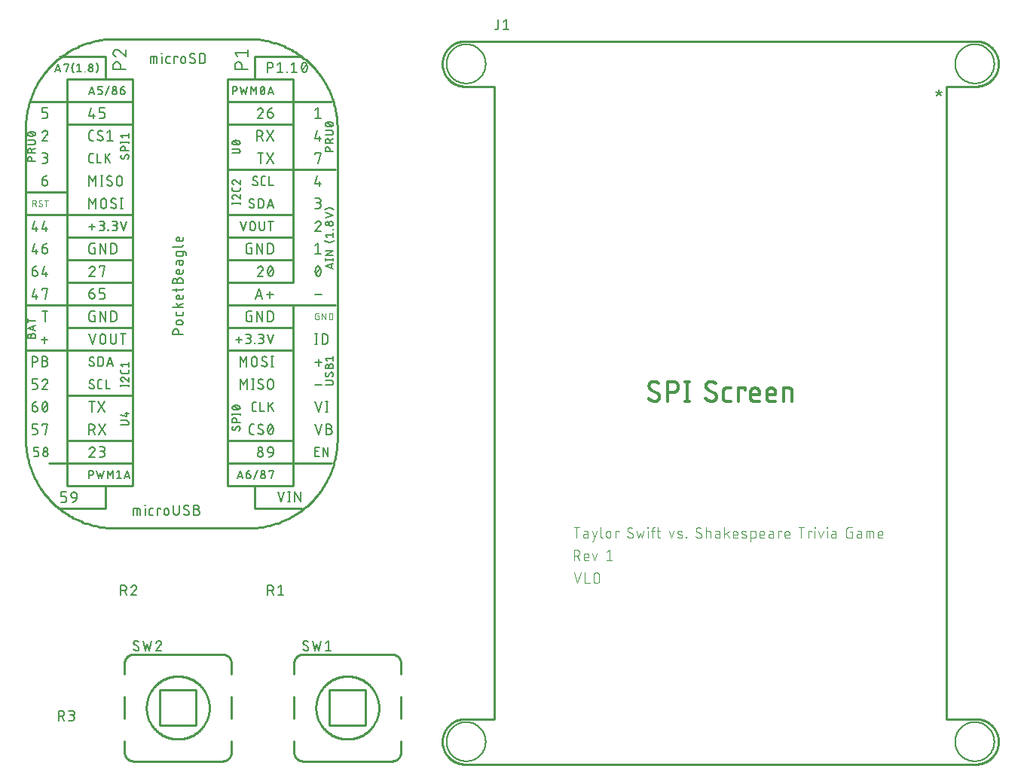
<source format=gbr>
G04 EAGLE Gerber RS-274X export*
G75*
%MOMM*%
%FSLAX34Y34*%
%LPD*%
%INSilkscreen Top*%
%IPPOS*%
%AMOC8*
5,1,8,0,0,1.08239X$1,22.5*%
G01*
%ADD10C,0.101600*%
%ADD11C,0.254000*%
%ADD12C,0.152400*%
%ADD13C,0.127000*%
%ADD14C,0.203200*%
%ADD15C,0.200000*%
%ADD16C,0.304800*%


D10*
X753054Y356108D02*
X753054Y367792D01*
X756299Y367792D02*
X749808Y367792D01*
X762576Y360652D02*
X765497Y360652D01*
X762576Y360652D02*
X762482Y360650D01*
X762388Y360644D01*
X762295Y360635D01*
X762202Y360621D01*
X762110Y360604D01*
X762018Y360582D01*
X761928Y360558D01*
X761838Y360529D01*
X761750Y360497D01*
X761663Y360461D01*
X761578Y360421D01*
X761495Y360378D01*
X761413Y360332D01*
X761333Y360282D01*
X761256Y360229D01*
X761181Y360173D01*
X761108Y360114D01*
X761037Y360052D01*
X760969Y359987D01*
X760904Y359919D01*
X760842Y359848D01*
X760783Y359775D01*
X760727Y359700D01*
X760674Y359623D01*
X760624Y359543D01*
X760578Y359461D01*
X760535Y359378D01*
X760495Y359293D01*
X760459Y359206D01*
X760427Y359118D01*
X760398Y359028D01*
X760374Y358938D01*
X760352Y358846D01*
X760335Y358754D01*
X760321Y358661D01*
X760312Y358568D01*
X760306Y358474D01*
X760304Y358380D01*
X760306Y358286D01*
X760312Y358192D01*
X760321Y358099D01*
X760335Y358006D01*
X760352Y357914D01*
X760374Y357822D01*
X760398Y357732D01*
X760427Y357642D01*
X760459Y357554D01*
X760495Y357467D01*
X760535Y357382D01*
X760578Y357299D01*
X760624Y357217D01*
X760674Y357137D01*
X760727Y357060D01*
X760783Y356985D01*
X760842Y356912D01*
X760904Y356841D01*
X760969Y356773D01*
X761037Y356708D01*
X761108Y356646D01*
X761181Y356587D01*
X761256Y356531D01*
X761333Y356478D01*
X761413Y356428D01*
X761495Y356382D01*
X761578Y356339D01*
X761663Y356299D01*
X761750Y356263D01*
X761838Y356231D01*
X761928Y356202D01*
X762018Y356178D01*
X762110Y356156D01*
X762202Y356139D01*
X762295Y356125D01*
X762388Y356116D01*
X762482Y356110D01*
X762576Y356108D01*
X765497Y356108D01*
X765497Y361950D01*
X765495Y362037D01*
X765489Y362125D01*
X765479Y362211D01*
X765466Y362298D01*
X765448Y362383D01*
X765427Y362468D01*
X765402Y362552D01*
X765373Y362634D01*
X765340Y362715D01*
X765304Y362795D01*
X765265Y362873D01*
X765221Y362949D01*
X765175Y363023D01*
X765125Y363094D01*
X765072Y363164D01*
X765016Y363231D01*
X764957Y363295D01*
X764895Y363357D01*
X764831Y363416D01*
X764764Y363472D01*
X764694Y363525D01*
X764623Y363575D01*
X764549Y363621D01*
X764473Y363665D01*
X764395Y363704D01*
X764315Y363740D01*
X764234Y363773D01*
X764152Y363802D01*
X764068Y363827D01*
X763983Y363848D01*
X763898Y363866D01*
X763811Y363879D01*
X763725Y363889D01*
X763637Y363895D01*
X763550Y363897D01*
X760953Y363897D01*
X770269Y352213D02*
X771567Y352213D01*
X775462Y363897D01*
X770269Y363897D02*
X772866Y356108D01*
X779944Y358055D02*
X779944Y367792D01*
X779944Y358055D02*
X779946Y357968D01*
X779952Y357880D01*
X779962Y357794D01*
X779975Y357707D01*
X779993Y357622D01*
X780014Y357537D01*
X780039Y357453D01*
X780068Y357371D01*
X780101Y357290D01*
X780137Y357210D01*
X780176Y357132D01*
X780220Y357056D01*
X780266Y356982D01*
X780316Y356911D01*
X780369Y356841D01*
X780425Y356774D01*
X780484Y356710D01*
X780546Y356648D01*
X780610Y356589D01*
X780677Y356533D01*
X780747Y356480D01*
X780818Y356430D01*
X780892Y356384D01*
X780968Y356340D01*
X781046Y356301D01*
X781126Y356265D01*
X781207Y356232D01*
X781289Y356203D01*
X781373Y356178D01*
X781458Y356157D01*
X781543Y356139D01*
X781630Y356126D01*
X781716Y356116D01*
X781804Y356110D01*
X781891Y356108D01*
X785890Y358704D02*
X785890Y361301D01*
X785892Y361402D01*
X785898Y361502D01*
X785908Y361602D01*
X785921Y361702D01*
X785939Y361801D01*
X785960Y361900D01*
X785985Y361997D01*
X786014Y362094D01*
X786047Y362189D01*
X786083Y362283D01*
X786123Y362375D01*
X786166Y362466D01*
X786213Y362555D01*
X786263Y362642D01*
X786317Y362728D01*
X786374Y362811D01*
X786434Y362891D01*
X786497Y362970D01*
X786564Y363046D01*
X786633Y363119D01*
X786705Y363189D01*
X786779Y363257D01*
X786856Y363322D01*
X786936Y363383D01*
X787018Y363442D01*
X787102Y363497D01*
X787188Y363549D01*
X787276Y363598D01*
X787366Y363643D01*
X787458Y363685D01*
X787551Y363723D01*
X787646Y363757D01*
X787741Y363788D01*
X787838Y363815D01*
X787936Y363838D01*
X788035Y363858D01*
X788135Y363873D01*
X788235Y363885D01*
X788335Y363893D01*
X788436Y363897D01*
X788536Y363897D01*
X788637Y363893D01*
X788737Y363885D01*
X788837Y363873D01*
X788937Y363858D01*
X789036Y363838D01*
X789134Y363815D01*
X789231Y363788D01*
X789326Y363757D01*
X789421Y363723D01*
X789514Y363685D01*
X789606Y363643D01*
X789696Y363598D01*
X789784Y363549D01*
X789870Y363497D01*
X789954Y363442D01*
X790036Y363383D01*
X790116Y363322D01*
X790193Y363257D01*
X790267Y363189D01*
X790339Y363119D01*
X790408Y363046D01*
X790475Y362970D01*
X790538Y362891D01*
X790598Y362811D01*
X790655Y362728D01*
X790709Y362642D01*
X790759Y362555D01*
X790806Y362466D01*
X790849Y362375D01*
X790889Y362283D01*
X790925Y362189D01*
X790958Y362094D01*
X790987Y361997D01*
X791012Y361900D01*
X791033Y361801D01*
X791051Y361702D01*
X791064Y361602D01*
X791074Y361502D01*
X791080Y361402D01*
X791082Y361301D01*
X791083Y361301D02*
X791083Y358704D01*
X791082Y358704D02*
X791080Y358603D01*
X791074Y358503D01*
X791064Y358403D01*
X791051Y358303D01*
X791033Y358204D01*
X791012Y358105D01*
X790987Y358008D01*
X790958Y357911D01*
X790925Y357816D01*
X790889Y357722D01*
X790849Y357630D01*
X790806Y357539D01*
X790759Y357450D01*
X790709Y357363D01*
X790655Y357277D01*
X790598Y357194D01*
X790538Y357114D01*
X790475Y357035D01*
X790408Y356959D01*
X790339Y356886D01*
X790267Y356816D01*
X790193Y356748D01*
X790116Y356683D01*
X790036Y356622D01*
X789954Y356563D01*
X789870Y356508D01*
X789784Y356456D01*
X789696Y356407D01*
X789606Y356362D01*
X789514Y356320D01*
X789421Y356282D01*
X789326Y356248D01*
X789231Y356217D01*
X789134Y356190D01*
X789036Y356167D01*
X788937Y356147D01*
X788837Y356132D01*
X788737Y356120D01*
X788637Y356112D01*
X788536Y356108D01*
X788436Y356108D01*
X788335Y356112D01*
X788235Y356120D01*
X788135Y356132D01*
X788035Y356147D01*
X787936Y356167D01*
X787838Y356190D01*
X787741Y356217D01*
X787646Y356248D01*
X787551Y356282D01*
X787458Y356320D01*
X787366Y356362D01*
X787276Y356407D01*
X787188Y356456D01*
X787102Y356508D01*
X787018Y356563D01*
X786936Y356622D01*
X786856Y356683D01*
X786779Y356748D01*
X786705Y356816D01*
X786633Y356886D01*
X786564Y356959D01*
X786497Y357035D01*
X786434Y357114D01*
X786374Y357194D01*
X786317Y357277D01*
X786263Y357363D01*
X786213Y357450D01*
X786166Y357539D01*
X786123Y357630D01*
X786083Y357722D01*
X786047Y357816D01*
X786014Y357911D01*
X785985Y358008D01*
X785960Y358105D01*
X785939Y358204D01*
X785921Y358303D01*
X785908Y358403D01*
X785898Y358503D01*
X785892Y358603D01*
X785890Y358704D01*
X796243Y356108D02*
X796243Y363897D01*
X800138Y363897D01*
X800138Y362599D01*
X813520Y356108D02*
X813619Y356110D01*
X813719Y356116D01*
X813818Y356125D01*
X813916Y356138D01*
X814014Y356155D01*
X814112Y356176D01*
X814208Y356201D01*
X814303Y356229D01*
X814397Y356261D01*
X814490Y356296D01*
X814582Y356335D01*
X814672Y356378D01*
X814760Y356423D01*
X814847Y356473D01*
X814931Y356525D01*
X815014Y356581D01*
X815094Y356639D01*
X815172Y356701D01*
X815247Y356766D01*
X815320Y356834D01*
X815390Y356904D01*
X815458Y356977D01*
X815523Y357052D01*
X815585Y357130D01*
X815643Y357210D01*
X815699Y357293D01*
X815751Y357377D01*
X815801Y357464D01*
X815846Y357552D01*
X815889Y357642D01*
X815928Y357734D01*
X815963Y357827D01*
X815995Y357921D01*
X816023Y358016D01*
X816048Y358112D01*
X816069Y358210D01*
X816086Y358308D01*
X816099Y358406D01*
X816108Y358505D01*
X816114Y358605D01*
X816116Y358704D01*
X813520Y356108D02*
X813376Y356110D01*
X813231Y356116D01*
X813087Y356125D01*
X812944Y356138D01*
X812800Y356155D01*
X812657Y356176D01*
X812515Y356201D01*
X812374Y356229D01*
X812233Y356261D01*
X812093Y356297D01*
X811954Y356336D01*
X811816Y356379D01*
X811680Y356426D01*
X811544Y356476D01*
X811410Y356530D01*
X811278Y356587D01*
X811147Y356648D01*
X811018Y356712D01*
X810890Y356780D01*
X810764Y356850D01*
X810640Y356925D01*
X810519Y357002D01*
X810399Y357083D01*
X810281Y357166D01*
X810166Y357253D01*
X810053Y357343D01*
X809942Y357436D01*
X809834Y357531D01*
X809728Y357630D01*
X809625Y357731D01*
X809950Y365196D02*
X809952Y365295D01*
X809958Y365395D01*
X809967Y365494D01*
X809980Y365592D01*
X809997Y365690D01*
X810018Y365788D01*
X810043Y365884D01*
X810071Y365979D01*
X810103Y366073D01*
X810138Y366166D01*
X810177Y366258D01*
X810220Y366348D01*
X810265Y366436D01*
X810315Y366523D01*
X810367Y366607D01*
X810423Y366690D01*
X810481Y366770D01*
X810543Y366848D01*
X810608Y366923D01*
X810676Y366996D01*
X810746Y367066D01*
X810819Y367134D01*
X810894Y367199D01*
X810972Y367261D01*
X811052Y367319D01*
X811135Y367375D01*
X811219Y367427D01*
X811306Y367477D01*
X811394Y367522D01*
X811484Y367565D01*
X811576Y367604D01*
X811669Y367639D01*
X811763Y367671D01*
X811858Y367699D01*
X811955Y367724D01*
X812052Y367745D01*
X812150Y367762D01*
X812248Y367775D01*
X812347Y367784D01*
X812447Y367790D01*
X812546Y367792D01*
X812682Y367790D01*
X812818Y367784D01*
X812954Y367775D01*
X813090Y367762D01*
X813225Y367744D01*
X813359Y367724D01*
X813493Y367699D01*
X813627Y367671D01*
X813759Y367638D01*
X813890Y367603D01*
X814021Y367563D01*
X814150Y367520D01*
X814278Y367474D01*
X814404Y367423D01*
X814530Y367370D01*
X814653Y367312D01*
X814775Y367252D01*
X814895Y367188D01*
X815014Y367120D01*
X815130Y367050D01*
X815244Y366976D01*
X815357Y366899D01*
X815467Y366818D01*
X811247Y362924D02*
X811161Y362977D01*
X811077Y363034D01*
X810995Y363093D01*
X810915Y363156D01*
X810838Y363222D01*
X810763Y363290D01*
X810691Y363362D01*
X810622Y363436D01*
X810556Y363513D01*
X810493Y363592D01*
X810433Y363674D01*
X810376Y363758D01*
X810322Y363844D01*
X810272Y363932D01*
X810225Y364022D01*
X810181Y364113D01*
X810142Y364207D01*
X810105Y364301D01*
X810073Y364397D01*
X810044Y364495D01*
X810019Y364593D01*
X809998Y364692D01*
X809980Y364792D01*
X809967Y364892D01*
X809957Y364993D01*
X809951Y365095D01*
X809949Y365196D01*
X814818Y360976D02*
X814904Y360923D01*
X814988Y360866D01*
X815070Y360807D01*
X815150Y360744D01*
X815227Y360678D01*
X815302Y360610D01*
X815374Y360538D01*
X815443Y360464D01*
X815509Y360387D01*
X815572Y360308D01*
X815632Y360226D01*
X815689Y360142D01*
X815743Y360056D01*
X815793Y359968D01*
X815840Y359878D01*
X815884Y359787D01*
X815923Y359693D01*
X815960Y359599D01*
X815992Y359503D01*
X816021Y359405D01*
X816046Y359307D01*
X816067Y359208D01*
X816085Y359108D01*
X816098Y359008D01*
X816108Y358907D01*
X816114Y358805D01*
X816116Y358704D01*
X814818Y360976D02*
X811248Y362924D01*
X820406Y363897D02*
X822353Y356108D01*
X824300Y361301D01*
X826248Y356108D01*
X828195Y363897D01*
X832682Y363897D02*
X832682Y356108D01*
X832358Y367143D02*
X832358Y367792D01*
X833007Y367792D01*
X833007Y367143D01*
X832358Y367143D01*
X837952Y365845D02*
X837952Y356108D01*
X837952Y365845D02*
X837954Y365932D01*
X837960Y366020D01*
X837970Y366106D01*
X837983Y366193D01*
X838001Y366278D01*
X838022Y366363D01*
X838047Y366447D01*
X838076Y366529D01*
X838109Y366610D01*
X838145Y366690D01*
X838184Y366768D01*
X838228Y366844D01*
X838274Y366918D01*
X838324Y366989D01*
X838377Y367059D01*
X838433Y367126D01*
X838492Y367190D01*
X838553Y367252D01*
X838618Y367311D01*
X838685Y367367D01*
X838755Y367420D01*
X838826Y367470D01*
X838900Y367516D01*
X838976Y367560D01*
X839054Y367599D01*
X839134Y367635D01*
X839215Y367668D01*
X839297Y367697D01*
X839381Y367722D01*
X839466Y367743D01*
X839551Y367761D01*
X839638Y367774D01*
X839724Y367784D01*
X839812Y367790D01*
X839899Y367792D01*
X840548Y367792D01*
X840548Y363897D02*
X836653Y363897D01*
X842835Y363897D02*
X846729Y363897D01*
X844133Y367792D02*
X844133Y358055D01*
X844135Y357968D01*
X844141Y357880D01*
X844151Y357794D01*
X844164Y357707D01*
X844182Y357622D01*
X844203Y357537D01*
X844228Y357453D01*
X844257Y357371D01*
X844290Y357290D01*
X844326Y357210D01*
X844365Y357132D01*
X844409Y357056D01*
X844455Y356982D01*
X844505Y356911D01*
X844558Y356841D01*
X844614Y356774D01*
X844673Y356710D01*
X844735Y356648D01*
X844799Y356589D01*
X844866Y356533D01*
X844936Y356480D01*
X845007Y356430D01*
X845081Y356384D01*
X845157Y356340D01*
X845235Y356301D01*
X845315Y356265D01*
X845396Y356232D01*
X845478Y356203D01*
X845562Y356178D01*
X845647Y356157D01*
X845732Y356139D01*
X845819Y356126D01*
X845905Y356116D01*
X845993Y356110D01*
X846080Y356108D01*
X846729Y356108D01*
X859352Y356108D02*
X856756Y363897D01*
X861949Y363897D02*
X859352Y356108D01*
X867255Y360652D02*
X870500Y359354D01*
X867255Y360651D02*
X867180Y360684D01*
X867106Y360720D01*
X867034Y360759D01*
X866964Y360802D01*
X866897Y360848D01*
X866831Y360898D01*
X866769Y360950D01*
X866708Y361006D01*
X866651Y361064D01*
X866596Y361125D01*
X866545Y361189D01*
X866497Y361255D01*
X866452Y361324D01*
X866410Y361394D01*
X866372Y361467D01*
X866337Y361541D01*
X866306Y361617D01*
X866279Y361694D01*
X866256Y361773D01*
X866236Y361852D01*
X866221Y361933D01*
X866209Y362014D01*
X866201Y362096D01*
X866197Y362177D01*
X866198Y362259D01*
X866202Y362341D01*
X866210Y362423D01*
X866222Y362504D01*
X866238Y362584D01*
X866258Y362664D01*
X866282Y362742D01*
X866310Y362819D01*
X866341Y362895D01*
X866376Y362969D01*
X866414Y363041D01*
X866456Y363112D01*
X866502Y363180D01*
X866550Y363246D01*
X866602Y363309D01*
X866657Y363370D01*
X866715Y363428D01*
X866775Y363484D01*
X866838Y363536D01*
X866904Y363585D01*
X866972Y363631D01*
X867042Y363673D01*
X867114Y363713D01*
X867188Y363748D01*
X867263Y363780D01*
X867340Y363808D01*
X867418Y363832D01*
X867498Y363853D01*
X867578Y363870D01*
X867659Y363882D01*
X867740Y363891D01*
X867822Y363896D01*
X867904Y363897D01*
X867903Y363897D02*
X868080Y363893D01*
X868257Y363884D01*
X868434Y363870D01*
X868611Y363853D01*
X868786Y363831D01*
X868962Y363806D01*
X869136Y363775D01*
X869310Y363741D01*
X869483Y363703D01*
X869655Y363660D01*
X869826Y363613D01*
X869996Y363563D01*
X870165Y363508D01*
X870332Y363449D01*
X870497Y363386D01*
X870662Y363319D01*
X870824Y363248D01*
X870500Y359354D02*
X870575Y359321D01*
X870649Y359285D01*
X870721Y359246D01*
X870791Y359203D01*
X870858Y359157D01*
X870924Y359107D01*
X870986Y359055D01*
X871047Y358999D01*
X871104Y358941D01*
X871159Y358880D01*
X871210Y358816D01*
X871258Y358750D01*
X871303Y358681D01*
X871345Y358611D01*
X871383Y358538D01*
X871418Y358464D01*
X871449Y358388D01*
X871476Y358311D01*
X871499Y358232D01*
X871519Y358153D01*
X871534Y358072D01*
X871546Y357991D01*
X871554Y357909D01*
X871558Y357828D01*
X871557Y357746D01*
X871553Y357664D01*
X871545Y357582D01*
X871533Y357501D01*
X871517Y357421D01*
X871497Y357341D01*
X871473Y357263D01*
X871445Y357186D01*
X871414Y357110D01*
X871379Y357036D01*
X871341Y356964D01*
X871299Y356893D01*
X871253Y356825D01*
X871205Y356759D01*
X871153Y356696D01*
X871098Y356635D01*
X871040Y356577D01*
X870980Y356521D01*
X870917Y356469D01*
X870851Y356420D01*
X870783Y356374D01*
X870713Y356332D01*
X870641Y356292D01*
X870567Y356257D01*
X870492Y356225D01*
X870415Y356197D01*
X870337Y356173D01*
X870257Y356152D01*
X870177Y356135D01*
X870096Y356123D01*
X870015Y356114D01*
X869933Y356109D01*
X869851Y356108D01*
X869591Y356115D01*
X869331Y356128D01*
X869071Y356147D01*
X868812Y356172D01*
X868553Y356204D01*
X868296Y356241D01*
X868039Y356285D01*
X867783Y356334D01*
X867529Y356390D01*
X867276Y356451D01*
X867025Y356519D01*
X866775Y356593D01*
X866527Y356672D01*
X866281Y356757D01*
X875792Y356757D02*
X875792Y356108D01*
X875792Y356757D02*
X876441Y356757D01*
X876441Y356108D01*
X875792Y356108D01*
X890481Y356108D02*
X890580Y356110D01*
X890680Y356116D01*
X890779Y356125D01*
X890877Y356138D01*
X890975Y356155D01*
X891073Y356176D01*
X891169Y356201D01*
X891264Y356229D01*
X891358Y356261D01*
X891451Y356296D01*
X891543Y356335D01*
X891633Y356378D01*
X891721Y356423D01*
X891808Y356473D01*
X891892Y356525D01*
X891975Y356581D01*
X892055Y356639D01*
X892133Y356701D01*
X892208Y356766D01*
X892281Y356834D01*
X892351Y356904D01*
X892419Y356977D01*
X892484Y357052D01*
X892546Y357130D01*
X892604Y357210D01*
X892660Y357293D01*
X892712Y357377D01*
X892762Y357464D01*
X892807Y357552D01*
X892850Y357642D01*
X892889Y357734D01*
X892924Y357827D01*
X892956Y357921D01*
X892984Y358016D01*
X893009Y358112D01*
X893030Y358210D01*
X893047Y358308D01*
X893060Y358406D01*
X893069Y358505D01*
X893075Y358605D01*
X893077Y358704D01*
X890481Y356108D02*
X890337Y356110D01*
X890192Y356116D01*
X890048Y356125D01*
X889905Y356138D01*
X889761Y356155D01*
X889618Y356176D01*
X889476Y356201D01*
X889335Y356229D01*
X889194Y356261D01*
X889054Y356297D01*
X888915Y356336D01*
X888777Y356379D01*
X888641Y356426D01*
X888505Y356476D01*
X888371Y356530D01*
X888239Y356587D01*
X888108Y356648D01*
X887979Y356712D01*
X887851Y356780D01*
X887725Y356850D01*
X887601Y356925D01*
X887480Y357002D01*
X887360Y357083D01*
X887242Y357166D01*
X887127Y357253D01*
X887014Y357343D01*
X886903Y357436D01*
X886795Y357531D01*
X886689Y357630D01*
X886586Y357731D01*
X886912Y365196D02*
X886914Y365295D01*
X886920Y365395D01*
X886929Y365494D01*
X886942Y365592D01*
X886959Y365690D01*
X886980Y365788D01*
X887005Y365884D01*
X887033Y365979D01*
X887065Y366073D01*
X887100Y366166D01*
X887139Y366258D01*
X887182Y366348D01*
X887227Y366436D01*
X887277Y366523D01*
X887329Y366607D01*
X887385Y366690D01*
X887443Y366770D01*
X887505Y366848D01*
X887570Y366923D01*
X887638Y366996D01*
X887708Y367066D01*
X887781Y367134D01*
X887856Y367199D01*
X887934Y367261D01*
X888014Y367319D01*
X888097Y367375D01*
X888181Y367427D01*
X888268Y367477D01*
X888356Y367522D01*
X888446Y367565D01*
X888538Y367604D01*
X888631Y367639D01*
X888725Y367671D01*
X888820Y367699D01*
X888917Y367724D01*
X889014Y367745D01*
X889112Y367762D01*
X889210Y367775D01*
X889309Y367784D01*
X889409Y367790D01*
X889508Y367792D01*
X889644Y367790D01*
X889780Y367784D01*
X889916Y367775D01*
X890052Y367762D01*
X890187Y367744D01*
X890321Y367724D01*
X890455Y367699D01*
X890589Y367671D01*
X890721Y367638D01*
X890852Y367603D01*
X890983Y367563D01*
X891112Y367520D01*
X891240Y367474D01*
X891366Y367423D01*
X891492Y367370D01*
X891615Y367312D01*
X891737Y367252D01*
X891857Y367188D01*
X891976Y367120D01*
X892092Y367050D01*
X892206Y366976D01*
X892319Y366899D01*
X892429Y366818D01*
X888209Y362924D02*
X888123Y362977D01*
X888039Y363034D01*
X887957Y363093D01*
X887877Y363156D01*
X887800Y363222D01*
X887725Y363290D01*
X887653Y363362D01*
X887584Y363436D01*
X887518Y363513D01*
X887455Y363592D01*
X887395Y363674D01*
X887338Y363758D01*
X887284Y363844D01*
X887234Y363932D01*
X887187Y364022D01*
X887143Y364113D01*
X887104Y364207D01*
X887067Y364301D01*
X887035Y364397D01*
X887006Y364495D01*
X886981Y364593D01*
X886960Y364692D01*
X886942Y364792D01*
X886929Y364892D01*
X886919Y364993D01*
X886913Y365095D01*
X886911Y365196D01*
X891780Y360976D02*
X891866Y360923D01*
X891950Y360866D01*
X892032Y360807D01*
X892112Y360744D01*
X892189Y360678D01*
X892264Y360610D01*
X892336Y360538D01*
X892405Y360464D01*
X892471Y360387D01*
X892534Y360308D01*
X892594Y360226D01*
X892651Y360142D01*
X892705Y360056D01*
X892755Y359968D01*
X892802Y359878D01*
X892846Y359787D01*
X892885Y359693D01*
X892922Y359599D01*
X892954Y359503D01*
X892983Y359405D01*
X893008Y359307D01*
X893029Y359208D01*
X893047Y359108D01*
X893060Y359008D01*
X893070Y358907D01*
X893076Y358805D01*
X893078Y358704D01*
X891780Y360976D02*
X888210Y362924D01*
X897904Y367792D02*
X897904Y356108D01*
X897904Y363897D02*
X901149Y363897D01*
X901236Y363895D01*
X901324Y363889D01*
X901410Y363879D01*
X901497Y363866D01*
X901582Y363848D01*
X901667Y363827D01*
X901751Y363802D01*
X901833Y363773D01*
X901914Y363740D01*
X901994Y363704D01*
X902072Y363665D01*
X902148Y363621D01*
X902222Y363575D01*
X902293Y363525D01*
X902363Y363472D01*
X902430Y363416D01*
X902494Y363357D01*
X902556Y363296D01*
X902615Y363231D01*
X902671Y363164D01*
X902724Y363094D01*
X902774Y363023D01*
X902820Y362949D01*
X902864Y362873D01*
X902903Y362795D01*
X902939Y362715D01*
X902972Y362634D01*
X903001Y362552D01*
X903026Y362468D01*
X903047Y362383D01*
X903065Y362298D01*
X903078Y362211D01*
X903088Y362125D01*
X903094Y362037D01*
X903096Y361950D01*
X903097Y361950D02*
X903097Y356108D01*
X910404Y360652D02*
X913325Y360652D01*
X910404Y360652D02*
X910310Y360650D01*
X910216Y360644D01*
X910123Y360635D01*
X910030Y360621D01*
X909938Y360604D01*
X909846Y360582D01*
X909756Y360558D01*
X909666Y360529D01*
X909578Y360497D01*
X909491Y360461D01*
X909406Y360421D01*
X909323Y360378D01*
X909241Y360332D01*
X909161Y360282D01*
X909084Y360229D01*
X909009Y360173D01*
X908936Y360114D01*
X908865Y360052D01*
X908797Y359987D01*
X908732Y359919D01*
X908670Y359848D01*
X908611Y359775D01*
X908555Y359700D01*
X908502Y359623D01*
X908452Y359543D01*
X908406Y359461D01*
X908363Y359378D01*
X908323Y359293D01*
X908287Y359206D01*
X908255Y359118D01*
X908226Y359028D01*
X908202Y358938D01*
X908180Y358846D01*
X908163Y358754D01*
X908149Y358661D01*
X908140Y358568D01*
X908134Y358474D01*
X908132Y358380D01*
X908134Y358286D01*
X908140Y358192D01*
X908149Y358099D01*
X908163Y358006D01*
X908180Y357914D01*
X908202Y357822D01*
X908226Y357732D01*
X908255Y357642D01*
X908287Y357554D01*
X908323Y357467D01*
X908363Y357382D01*
X908406Y357299D01*
X908452Y357217D01*
X908502Y357137D01*
X908555Y357060D01*
X908611Y356985D01*
X908670Y356912D01*
X908732Y356841D01*
X908797Y356773D01*
X908865Y356708D01*
X908936Y356646D01*
X909009Y356587D01*
X909084Y356531D01*
X909161Y356478D01*
X909241Y356428D01*
X909323Y356382D01*
X909406Y356339D01*
X909491Y356299D01*
X909578Y356263D01*
X909666Y356231D01*
X909756Y356202D01*
X909846Y356178D01*
X909938Y356156D01*
X910030Y356139D01*
X910123Y356125D01*
X910216Y356116D01*
X910310Y356110D01*
X910404Y356108D01*
X913325Y356108D01*
X913325Y361950D01*
X913323Y362037D01*
X913317Y362125D01*
X913307Y362211D01*
X913294Y362298D01*
X913276Y362383D01*
X913255Y362468D01*
X913230Y362552D01*
X913201Y362634D01*
X913168Y362715D01*
X913132Y362795D01*
X913093Y362873D01*
X913049Y362949D01*
X913003Y363023D01*
X912953Y363094D01*
X912900Y363164D01*
X912844Y363231D01*
X912785Y363295D01*
X912723Y363357D01*
X912659Y363416D01*
X912592Y363472D01*
X912522Y363525D01*
X912451Y363575D01*
X912377Y363621D01*
X912301Y363665D01*
X912223Y363704D01*
X912143Y363740D01*
X912062Y363773D01*
X911980Y363802D01*
X911896Y363827D01*
X911811Y363848D01*
X911726Y363866D01*
X911639Y363879D01*
X911553Y363889D01*
X911465Y363895D01*
X911378Y363897D01*
X908781Y363897D01*
X918994Y367792D02*
X918994Y356108D01*
X918994Y360003D02*
X924187Y363897D01*
X921266Y361625D02*
X924187Y356108D01*
X930331Y356108D02*
X933577Y356108D01*
X930331Y356108D02*
X930244Y356110D01*
X930156Y356116D01*
X930070Y356126D01*
X929983Y356139D01*
X929898Y356157D01*
X929813Y356178D01*
X929729Y356203D01*
X929647Y356232D01*
X929566Y356265D01*
X929486Y356301D01*
X929408Y356340D01*
X929332Y356384D01*
X929258Y356430D01*
X929187Y356480D01*
X929117Y356533D01*
X929050Y356589D01*
X928986Y356648D01*
X928924Y356710D01*
X928865Y356774D01*
X928809Y356841D01*
X928756Y356911D01*
X928706Y356982D01*
X928660Y357056D01*
X928616Y357132D01*
X928577Y357210D01*
X928541Y357290D01*
X928508Y357371D01*
X928479Y357453D01*
X928454Y357537D01*
X928433Y357622D01*
X928415Y357707D01*
X928402Y357794D01*
X928392Y357880D01*
X928386Y357968D01*
X928384Y358055D01*
X928384Y361301D01*
X928386Y361402D01*
X928392Y361502D01*
X928402Y361602D01*
X928415Y361702D01*
X928433Y361801D01*
X928454Y361900D01*
X928479Y361997D01*
X928508Y362094D01*
X928541Y362189D01*
X928577Y362283D01*
X928617Y362375D01*
X928660Y362466D01*
X928707Y362555D01*
X928757Y362642D01*
X928811Y362728D01*
X928868Y362811D01*
X928928Y362891D01*
X928991Y362970D01*
X929058Y363046D01*
X929127Y363119D01*
X929199Y363189D01*
X929273Y363257D01*
X929350Y363322D01*
X929430Y363383D01*
X929512Y363442D01*
X929596Y363497D01*
X929682Y363549D01*
X929770Y363598D01*
X929860Y363643D01*
X929952Y363685D01*
X930045Y363723D01*
X930140Y363757D01*
X930235Y363788D01*
X930332Y363815D01*
X930430Y363838D01*
X930529Y363858D01*
X930629Y363873D01*
X930729Y363885D01*
X930829Y363893D01*
X930930Y363897D01*
X931030Y363897D01*
X931131Y363893D01*
X931231Y363885D01*
X931331Y363873D01*
X931431Y363858D01*
X931530Y363838D01*
X931628Y363815D01*
X931725Y363788D01*
X931820Y363757D01*
X931915Y363723D01*
X932008Y363685D01*
X932100Y363643D01*
X932190Y363598D01*
X932278Y363549D01*
X932364Y363497D01*
X932448Y363442D01*
X932530Y363383D01*
X932610Y363322D01*
X932687Y363257D01*
X932761Y363189D01*
X932833Y363119D01*
X932902Y363046D01*
X932969Y362970D01*
X933032Y362891D01*
X933092Y362811D01*
X933149Y362728D01*
X933203Y362642D01*
X933253Y362555D01*
X933300Y362466D01*
X933343Y362375D01*
X933383Y362283D01*
X933419Y362189D01*
X933452Y362094D01*
X933481Y361997D01*
X933506Y361900D01*
X933527Y361801D01*
X933545Y361702D01*
X933558Y361602D01*
X933568Y361502D01*
X933574Y361402D01*
X933576Y361301D01*
X933577Y361301D02*
X933577Y360003D01*
X928384Y360003D01*
X939264Y360652D02*
X942509Y359354D01*
X939264Y360651D02*
X939189Y360684D01*
X939115Y360720D01*
X939043Y360759D01*
X938973Y360802D01*
X938906Y360848D01*
X938840Y360898D01*
X938778Y360950D01*
X938717Y361006D01*
X938660Y361064D01*
X938605Y361125D01*
X938554Y361189D01*
X938506Y361255D01*
X938461Y361324D01*
X938419Y361394D01*
X938381Y361467D01*
X938346Y361541D01*
X938315Y361617D01*
X938288Y361694D01*
X938265Y361773D01*
X938245Y361852D01*
X938230Y361933D01*
X938218Y362014D01*
X938210Y362096D01*
X938206Y362177D01*
X938207Y362259D01*
X938211Y362341D01*
X938219Y362423D01*
X938231Y362504D01*
X938247Y362584D01*
X938267Y362664D01*
X938291Y362742D01*
X938319Y362819D01*
X938350Y362895D01*
X938385Y362969D01*
X938423Y363041D01*
X938465Y363112D01*
X938511Y363180D01*
X938559Y363246D01*
X938611Y363309D01*
X938666Y363370D01*
X938724Y363428D01*
X938784Y363484D01*
X938847Y363536D01*
X938913Y363585D01*
X938981Y363631D01*
X939051Y363673D01*
X939123Y363713D01*
X939197Y363748D01*
X939272Y363780D01*
X939349Y363808D01*
X939427Y363832D01*
X939507Y363853D01*
X939587Y363870D01*
X939668Y363882D01*
X939749Y363891D01*
X939831Y363896D01*
X939913Y363897D01*
X939912Y363897D02*
X940089Y363893D01*
X940266Y363884D01*
X940443Y363870D01*
X940620Y363853D01*
X940795Y363831D01*
X940971Y363806D01*
X941145Y363775D01*
X941319Y363741D01*
X941492Y363703D01*
X941664Y363660D01*
X941835Y363613D01*
X942005Y363563D01*
X942174Y363508D01*
X942341Y363449D01*
X942506Y363386D01*
X942671Y363319D01*
X942833Y363248D01*
X942509Y359354D02*
X942584Y359321D01*
X942658Y359285D01*
X942730Y359246D01*
X942800Y359203D01*
X942867Y359157D01*
X942933Y359107D01*
X942995Y359055D01*
X943056Y358999D01*
X943113Y358941D01*
X943168Y358880D01*
X943219Y358816D01*
X943267Y358750D01*
X943312Y358681D01*
X943354Y358611D01*
X943392Y358538D01*
X943427Y358464D01*
X943458Y358388D01*
X943485Y358311D01*
X943508Y358232D01*
X943528Y358153D01*
X943543Y358072D01*
X943555Y357991D01*
X943563Y357909D01*
X943567Y357828D01*
X943566Y357746D01*
X943562Y357664D01*
X943554Y357582D01*
X943542Y357501D01*
X943526Y357421D01*
X943506Y357341D01*
X943482Y357263D01*
X943454Y357186D01*
X943423Y357110D01*
X943388Y357036D01*
X943350Y356964D01*
X943308Y356893D01*
X943262Y356825D01*
X943214Y356759D01*
X943162Y356696D01*
X943107Y356635D01*
X943049Y356577D01*
X942989Y356521D01*
X942926Y356469D01*
X942860Y356420D01*
X942792Y356374D01*
X942722Y356332D01*
X942650Y356292D01*
X942576Y356257D01*
X942501Y356225D01*
X942424Y356197D01*
X942346Y356173D01*
X942266Y356152D01*
X942186Y356135D01*
X942105Y356123D01*
X942024Y356114D01*
X941942Y356109D01*
X941860Y356108D01*
X941600Y356115D01*
X941340Y356128D01*
X941080Y356147D01*
X940821Y356172D01*
X940562Y356204D01*
X940305Y356241D01*
X940048Y356285D01*
X939792Y356334D01*
X939538Y356390D01*
X939285Y356451D01*
X939034Y356519D01*
X938784Y356593D01*
X938536Y356672D01*
X938290Y356757D01*
X948636Y352213D02*
X948636Y363897D01*
X951881Y363897D01*
X951968Y363895D01*
X952056Y363889D01*
X952142Y363879D01*
X952229Y363866D01*
X952314Y363848D01*
X952399Y363827D01*
X952483Y363802D01*
X952565Y363773D01*
X952646Y363740D01*
X952726Y363704D01*
X952804Y363665D01*
X952880Y363621D01*
X952954Y363575D01*
X953025Y363525D01*
X953095Y363472D01*
X953162Y363416D01*
X953226Y363357D01*
X953288Y363296D01*
X953347Y363231D01*
X953403Y363164D01*
X953456Y363094D01*
X953506Y363023D01*
X953552Y362949D01*
X953596Y362873D01*
X953635Y362795D01*
X953671Y362715D01*
X953704Y362634D01*
X953733Y362552D01*
X953758Y362468D01*
X953779Y362383D01*
X953797Y362298D01*
X953810Y362211D01*
X953820Y362125D01*
X953826Y362037D01*
X953828Y361950D01*
X953829Y361950D02*
X953829Y358055D01*
X953828Y358055D02*
X953826Y357968D01*
X953820Y357880D01*
X953810Y357794D01*
X953797Y357707D01*
X953779Y357622D01*
X953758Y357537D01*
X953733Y357453D01*
X953704Y357371D01*
X953671Y357290D01*
X953635Y357210D01*
X953596Y357132D01*
X953552Y357056D01*
X953506Y356982D01*
X953456Y356911D01*
X953403Y356841D01*
X953347Y356774D01*
X953288Y356710D01*
X953226Y356648D01*
X953162Y356589D01*
X953095Y356533D01*
X953025Y356480D01*
X952954Y356430D01*
X952880Y356384D01*
X952804Y356340D01*
X952726Y356301D01*
X952646Y356265D01*
X952565Y356232D01*
X952483Y356203D01*
X952399Y356178D01*
X952314Y356157D01*
X952229Y356139D01*
X952142Y356126D01*
X952056Y356116D01*
X951968Y356110D01*
X951881Y356108D01*
X948636Y356108D01*
X960430Y356108D02*
X963676Y356108D01*
X960430Y356108D02*
X960343Y356110D01*
X960255Y356116D01*
X960169Y356126D01*
X960082Y356139D01*
X959997Y356157D01*
X959912Y356178D01*
X959828Y356203D01*
X959746Y356232D01*
X959665Y356265D01*
X959585Y356301D01*
X959507Y356340D01*
X959431Y356384D01*
X959357Y356430D01*
X959286Y356480D01*
X959216Y356533D01*
X959149Y356589D01*
X959085Y356648D01*
X959023Y356710D01*
X958964Y356774D01*
X958908Y356841D01*
X958855Y356911D01*
X958805Y356982D01*
X958759Y357056D01*
X958715Y357132D01*
X958676Y357210D01*
X958640Y357290D01*
X958607Y357371D01*
X958578Y357453D01*
X958553Y357537D01*
X958532Y357622D01*
X958514Y357707D01*
X958501Y357794D01*
X958491Y357880D01*
X958485Y357968D01*
X958483Y358055D01*
X958483Y361301D01*
X958485Y361402D01*
X958491Y361502D01*
X958501Y361602D01*
X958514Y361702D01*
X958532Y361801D01*
X958553Y361900D01*
X958578Y361997D01*
X958607Y362094D01*
X958640Y362189D01*
X958676Y362283D01*
X958716Y362375D01*
X958759Y362466D01*
X958806Y362555D01*
X958856Y362642D01*
X958910Y362728D01*
X958967Y362811D01*
X959027Y362891D01*
X959090Y362970D01*
X959157Y363046D01*
X959226Y363119D01*
X959298Y363189D01*
X959372Y363257D01*
X959449Y363322D01*
X959529Y363383D01*
X959611Y363442D01*
X959695Y363497D01*
X959781Y363549D01*
X959869Y363598D01*
X959959Y363643D01*
X960051Y363685D01*
X960144Y363723D01*
X960239Y363757D01*
X960334Y363788D01*
X960431Y363815D01*
X960529Y363838D01*
X960628Y363858D01*
X960728Y363873D01*
X960828Y363885D01*
X960928Y363893D01*
X961029Y363897D01*
X961129Y363897D01*
X961230Y363893D01*
X961330Y363885D01*
X961430Y363873D01*
X961530Y363858D01*
X961629Y363838D01*
X961727Y363815D01*
X961824Y363788D01*
X961919Y363757D01*
X962014Y363723D01*
X962107Y363685D01*
X962199Y363643D01*
X962289Y363598D01*
X962377Y363549D01*
X962463Y363497D01*
X962547Y363442D01*
X962629Y363383D01*
X962709Y363322D01*
X962786Y363257D01*
X962860Y363189D01*
X962932Y363119D01*
X963001Y363046D01*
X963068Y362970D01*
X963131Y362891D01*
X963191Y362811D01*
X963248Y362728D01*
X963302Y362642D01*
X963352Y362555D01*
X963399Y362466D01*
X963442Y362375D01*
X963482Y362283D01*
X963518Y362189D01*
X963551Y362094D01*
X963580Y361997D01*
X963605Y361900D01*
X963626Y361801D01*
X963644Y361702D01*
X963657Y361602D01*
X963667Y361502D01*
X963673Y361402D01*
X963675Y361301D01*
X963676Y361301D02*
X963676Y360003D01*
X958483Y360003D01*
X970602Y360652D02*
X973523Y360652D01*
X970602Y360652D02*
X970508Y360650D01*
X970414Y360644D01*
X970321Y360635D01*
X970228Y360621D01*
X970136Y360604D01*
X970044Y360582D01*
X969954Y360558D01*
X969864Y360529D01*
X969776Y360497D01*
X969689Y360461D01*
X969604Y360421D01*
X969521Y360378D01*
X969439Y360332D01*
X969359Y360282D01*
X969282Y360229D01*
X969207Y360173D01*
X969134Y360114D01*
X969063Y360052D01*
X968995Y359987D01*
X968930Y359919D01*
X968868Y359848D01*
X968809Y359775D01*
X968753Y359700D01*
X968700Y359623D01*
X968650Y359543D01*
X968604Y359461D01*
X968561Y359378D01*
X968521Y359293D01*
X968485Y359206D01*
X968453Y359118D01*
X968424Y359028D01*
X968400Y358938D01*
X968378Y358846D01*
X968361Y358754D01*
X968347Y358661D01*
X968338Y358568D01*
X968332Y358474D01*
X968330Y358380D01*
X968332Y358286D01*
X968338Y358192D01*
X968347Y358099D01*
X968361Y358006D01*
X968378Y357914D01*
X968400Y357822D01*
X968424Y357732D01*
X968453Y357642D01*
X968485Y357554D01*
X968521Y357467D01*
X968561Y357382D01*
X968604Y357299D01*
X968650Y357217D01*
X968700Y357137D01*
X968753Y357060D01*
X968809Y356985D01*
X968868Y356912D01*
X968930Y356841D01*
X968995Y356773D01*
X969063Y356708D01*
X969134Y356646D01*
X969207Y356587D01*
X969282Y356531D01*
X969359Y356478D01*
X969439Y356428D01*
X969521Y356382D01*
X969604Y356339D01*
X969689Y356299D01*
X969776Y356263D01*
X969864Y356231D01*
X969954Y356202D01*
X970044Y356178D01*
X970136Y356156D01*
X970228Y356139D01*
X970321Y356125D01*
X970414Y356116D01*
X970508Y356110D01*
X970602Y356108D01*
X973523Y356108D01*
X973523Y361950D01*
X973522Y361950D02*
X973520Y362037D01*
X973514Y362125D01*
X973504Y362211D01*
X973491Y362298D01*
X973473Y362383D01*
X973452Y362468D01*
X973427Y362552D01*
X973398Y362634D01*
X973365Y362715D01*
X973329Y362795D01*
X973290Y362873D01*
X973246Y362949D01*
X973200Y363023D01*
X973150Y363094D01*
X973097Y363164D01*
X973041Y363231D01*
X972982Y363295D01*
X972920Y363357D01*
X972856Y363416D01*
X972789Y363472D01*
X972719Y363525D01*
X972648Y363575D01*
X972574Y363621D01*
X972498Y363665D01*
X972420Y363704D01*
X972340Y363740D01*
X972259Y363773D01*
X972177Y363802D01*
X972093Y363827D01*
X972008Y363848D01*
X971923Y363866D01*
X971836Y363879D01*
X971750Y363889D01*
X971662Y363895D01*
X971575Y363897D01*
X968979Y363897D01*
X979123Y363897D02*
X979123Y356108D01*
X979123Y363897D02*
X983018Y363897D01*
X983018Y362599D01*
X988624Y356108D02*
X991870Y356108D01*
X988624Y356108D02*
X988537Y356110D01*
X988449Y356116D01*
X988363Y356126D01*
X988276Y356139D01*
X988191Y356157D01*
X988106Y356178D01*
X988022Y356203D01*
X987940Y356232D01*
X987859Y356265D01*
X987779Y356301D01*
X987701Y356340D01*
X987625Y356384D01*
X987551Y356430D01*
X987480Y356480D01*
X987410Y356533D01*
X987343Y356589D01*
X987279Y356648D01*
X987217Y356710D01*
X987158Y356774D01*
X987102Y356841D01*
X987049Y356911D01*
X986999Y356982D01*
X986953Y357056D01*
X986909Y357132D01*
X986870Y357210D01*
X986834Y357290D01*
X986801Y357371D01*
X986772Y357453D01*
X986747Y357537D01*
X986726Y357622D01*
X986708Y357707D01*
X986695Y357794D01*
X986685Y357880D01*
X986679Y357968D01*
X986677Y358055D01*
X986677Y361301D01*
X986679Y361402D01*
X986685Y361502D01*
X986695Y361602D01*
X986708Y361702D01*
X986726Y361801D01*
X986747Y361900D01*
X986772Y361997D01*
X986801Y362094D01*
X986834Y362189D01*
X986870Y362283D01*
X986910Y362375D01*
X986953Y362466D01*
X987000Y362555D01*
X987050Y362642D01*
X987104Y362728D01*
X987161Y362811D01*
X987221Y362891D01*
X987284Y362970D01*
X987351Y363046D01*
X987420Y363119D01*
X987492Y363189D01*
X987566Y363257D01*
X987643Y363322D01*
X987723Y363383D01*
X987805Y363442D01*
X987889Y363497D01*
X987975Y363549D01*
X988063Y363598D01*
X988153Y363643D01*
X988245Y363685D01*
X988338Y363723D01*
X988433Y363757D01*
X988528Y363788D01*
X988625Y363815D01*
X988723Y363838D01*
X988822Y363858D01*
X988922Y363873D01*
X989022Y363885D01*
X989122Y363893D01*
X989223Y363897D01*
X989323Y363897D01*
X989424Y363893D01*
X989524Y363885D01*
X989624Y363873D01*
X989724Y363858D01*
X989823Y363838D01*
X989921Y363815D01*
X990018Y363788D01*
X990113Y363757D01*
X990208Y363723D01*
X990301Y363685D01*
X990393Y363643D01*
X990483Y363598D01*
X990571Y363549D01*
X990657Y363497D01*
X990741Y363442D01*
X990823Y363383D01*
X990903Y363322D01*
X990980Y363257D01*
X991054Y363189D01*
X991126Y363119D01*
X991195Y363046D01*
X991262Y362970D01*
X991325Y362891D01*
X991385Y362811D01*
X991442Y362728D01*
X991496Y362642D01*
X991546Y362555D01*
X991593Y362466D01*
X991636Y362375D01*
X991676Y362283D01*
X991712Y362189D01*
X991745Y362094D01*
X991774Y361997D01*
X991799Y361900D01*
X991820Y361801D01*
X991838Y361702D01*
X991851Y361602D01*
X991861Y361502D01*
X991867Y361402D01*
X991869Y361301D01*
X991870Y361301D02*
X991870Y360003D01*
X986677Y360003D01*
X1005275Y356108D02*
X1005275Y367792D01*
X1002030Y367792D02*
X1008521Y367792D01*
X1013032Y363897D02*
X1013032Y356108D01*
X1013032Y363897D02*
X1016927Y363897D01*
X1016927Y362599D01*
X1020515Y363897D02*
X1020515Y356108D01*
X1020191Y367143D02*
X1020191Y367792D01*
X1020840Y367792D01*
X1020840Y367143D01*
X1020191Y367143D01*
X1024777Y363897D02*
X1027373Y356108D01*
X1029970Y363897D01*
X1034231Y363897D02*
X1034231Y356108D01*
X1033907Y367143D02*
X1033907Y367792D01*
X1034556Y367792D01*
X1034556Y367143D01*
X1033907Y367143D01*
X1041087Y360652D02*
X1044008Y360652D01*
X1041087Y360652D02*
X1040993Y360650D01*
X1040899Y360644D01*
X1040806Y360635D01*
X1040713Y360621D01*
X1040621Y360604D01*
X1040529Y360582D01*
X1040439Y360558D01*
X1040349Y360529D01*
X1040261Y360497D01*
X1040174Y360461D01*
X1040089Y360421D01*
X1040006Y360378D01*
X1039924Y360332D01*
X1039844Y360282D01*
X1039767Y360229D01*
X1039692Y360173D01*
X1039619Y360114D01*
X1039548Y360052D01*
X1039480Y359987D01*
X1039415Y359919D01*
X1039353Y359848D01*
X1039294Y359775D01*
X1039238Y359700D01*
X1039185Y359623D01*
X1039135Y359543D01*
X1039089Y359461D01*
X1039046Y359378D01*
X1039006Y359293D01*
X1038970Y359206D01*
X1038938Y359118D01*
X1038909Y359028D01*
X1038885Y358938D01*
X1038863Y358846D01*
X1038846Y358754D01*
X1038832Y358661D01*
X1038823Y358568D01*
X1038817Y358474D01*
X1038815Y358380D01*
X1038817Y358286D01*
X1038823Y358192D01*
X1038832Y358099D01*
X1038846Y358006D01*
X1038863Y357914D01*
X1038885Y357822D01*
X1038909Y357732D01*
X1038938Y357642D01*
X1038970Y357554D01*
X1039006Y357467D01*
X1039046Y357382D01*
X1039089Y357299D01*
X1039135Y357217D01*
X1039185Y357137D01*
X1039238Y357060D01*
X1039294Y356985D01*
X1039353Y356912D01*
X1039415Y356841D01*
X1039480Y356773D01*
X1039548Y356708D01*
X1039619Y356646D01*
X1039692Y356587D01*
X1039767Y356531D01*
X1039844Y356478D01*
X1039924Y356428D01*
X1040006Y356382D01*
X1040089Y356339D01*
X1040174Y356299D01*
X1040261Y356263D01*
X1040349Y356231D01*
X1040439Y356202D01*
X1040529Y356178D01*
X1040621Y356156D01*
X1040713Y356139D01*
X1040806Y356125D01*
X1040899Y356116D01*
X1040993Y356110D01*
X1041087Y356108D01*
X1044008Y356108D01*
X1044008Y361950D01*
X1044007Y361950D02*
X1044005Y362037D01*
X1043999Y362125D01*
X1043989Y362211D01*
X1043976Y362298D01*
X1043958Y362383D01*
X1043937Y362468D01*
X1043912Y362552D01*
X1043883Y362634D01*
X1043850Y362715D01*
X1043814Y362795D01*
X1043775Y362873D01*
X1043731Y362949D01*
X1043685Y363023D01*
X1043635Y363094D01*
X1043582Y363164D01*
X1043526Y363231D01*
X1043467Y363295D01*
X1043405Y363357D01*
X1043341Y363416D01*
X1043274Y363472D01*
X1043204Y363525D01*
X1043133Y363575D01*
X1043059Y363621D01*
X1042983Y363665D01*
X1042905Y363704D01*
X1042825Y363740D01*
X1042744Y363773D01*
X1042662Y363802D01*
X1042578Y363827D01*
X1042493Y363848D01*
X1042408Y363866D01*
X1042321Y363879D01*
X1042235Y363889D01*
X1042147Y363895D01*
X1042060Y363897D01*
X1039464Y363897D01*
X1060294Y362599D02*
X1062242Y362599D01*
X1062242Y356108D01*
X1058347Y356108D01*
X1058248Y356110D01*
X1058148Y356116D01*
X1058049Y356125D01*
X1057951Y356138D01*
X1057853Y356155D01*
X1057755Y356176D01*
X1057659Y356201D01*
X1057564Y356229D01*
X1057470Y356261D01*
X1057377Y356296D01*
X1057285Y356335D01*
X1057195Y356378D01*
X1057107Y356423D01*
X1057020Y356473D01*
X1056936Y356525D01*
X1056853Y356581D01*
X1056773Y356639D01*
X1056695Y356701D01*
X1056620Y356766D01*
X1056547Y356834D01*
X1056477Y356904D01*
X1056409Y356977D01*
X1056344Y357052D01*
X1056282Y357130D01*
X1056224Y357210D01*
X1056168Y357293D01*
X1056116Y357377D01*
X1056066Y357464D01*
X1056021Y357552D01*
X1055978Y357642D01*
X1055939Y357734D01*
X1055904Y357827D01*
X1055872Y357921D01*
X1055844Y358016D01*
X1055819Y358112D01*
X1055798Y358210D01*
X1055781Y358308D01*
X1055768Y358406D01*
X1055759Y358505D01*
X1055753Y358605D01*
X1055751Y358704D01*
X1055751Y365196D01*
X1055753Y365295D01*
X1055759Y365395D01*
X1055768Y365494D01*
X1055781Y365592D01*
X1055798Y365690D01*
X1055819Y365788D01*
X1055844Y365884D01*
X1055872Y365979D01*
X1055904Y366073D01*
X1055939Y366166D01*
X1055978Y366258D01*
X1056021Y366348D01*
X1056066Y366436D01*
X1056116Y366523D01*
X1056168Y366607D01*
X1056224Y366690D01*
X1056282Y366770D01*
X1056344Y366848D01*
X1056409Y366923D01*
X1056477Y366996D01*
X1056547Y367066D01*
X1056620Y367134D01*
X1056695Y367199D01*
X1056773Y367261D01*
X1056853Y367319D01*
X1056936Y367375D01*
X1057020Y367427D01*
X1057107Y367477D01*
X1057195Y367522D01*
X1057285Y367565D01*
X1057377Y367604D01*
X1057469Y367639D01*
X1057564Y367671D01*
X1057659Y367699D01*
X1057755Y367724D01*
X1057853Y367745D01*
X1057951Y367762D01*
X1058049Y367775D01*
X1058148Y367784D01*
X1058248Y367790D01*
X1058347Y367792D01*
X1062242Y367792D01*
X1069662Y360652D02*
X1072583Y360652D01*
X1069662Y360652D02*
X1069568Y360650D01*
X1069474Y360644D01*
X1069381Y360635D01*
X1069288Y360621D01*
X1069196Y360604D01*
X1069104Y360582D01*
X1069014Y360558D01*
X1068924Y360529D01*
X1068836Y360497D01*
X1068749Y360461D01*
X1068664Y360421D01*
X1068581Y360378D01*
X1068499Y360332D01*
X1068419Y360282D01*
X1068342Y360229D01*
X1068267Y360173D01*
X1068194Y360114D01*
X1068123Y360052D01*
X1068055Y359987D01*
X1067990Y359919D01*
X1067928Y359848D01*
X1067869Y359775D01*
X1067813Y359700D01*
X1067760Y359623D01*
X1067710Y359543D01*
X1067664Y359461D01*
X1067621Y359378D01*
X1067581Y359293D01*
X1067545Y359206D01*
X1067513Y359118D01*
X1067484Y359028D01*
X1067460Y358938D01*
X1067438Y358846D01*
X1067421Y358754D01*
X1067407Y358661D01*
X1067398Y358568D01*
X1067392Y358474D01*
X1067390Y358380D01*
X1067392Y358286D01*
X1067398Y358192D01*
X1067407Y358099D01*
X1067421Y358006D01*
X1067438Y357914D01*
X1067460Y357822D01*
X1067484Y357732D01*
X1067513Y357642D01*
X1067545Y357554D01*
X1067581Y357467D01*
X1067621Y357382D01*
X1067664Y357299D01*
X1067710Y357217D01*
X1067760Y357137D01*
X1067813Y357060D01*
X1067869Y356985D01*
X1067928Y356912D01*
X1067990Y356841D01*
X1068055Y356773D01*
X1068123Y356708D01*
X1068194Y356646D01*
X1068267Y356587D01*
X1068342Y356531D01*
X1068419Y356478D01*
X1068499Y356428D01*
X1068581Y356382D01*
X1068664Y356339D01*
X1068749Y356299D01*
X1068836Y356263D01*
X1068924Y356231D01*
X1069014Y356202D01*
X1069104Y356178D01*
X1069196Y356156D01*
X1069288Y356139D01*
X1069381Y356125D01*
X1069474Y356116D01*
X1069568Y356110D01*
X1069662Y356108D01*
X1072583Y356108D01*
X1072583Y361950D01*
X1072582Y361950D02*
X1072580Y362037D01*
X1072574Y362125D01*
X1072564Y362211D01*
X1072551Y362298D01*
X1072533Y362383D01*
X1072512Y362468D01*
X1072487Y362552D01*
X1072458Y362634D01*
X1072425Y362715D01*
X1072389Y362795D01*
X1072350Y362873D01*
X1072306Y362949D01*
X1072260Y363023D01*
X1072210Y363094D01*
X1072157Y363164D01*
X1072101Y363231D01*
X1072042Y363295D01*
X1071980Y363357D01*
X1071916Y363416D01*
X1071849Y363472D01*
X1071779Y363525D01*
X1071708Y363575D01*
X1071634Y363621D01*
X1071558Y363665D01*
X1071480Y363704D01*
X1071400Y363740D01*
X1071319Y363773D01*
X1071237Y363802D01*
X1071153Y363827D01*
X1071068Y363848D01*
X1070983Y363866D01*
X1070896Y363879D01*
X1070810Y363889D01*
X1070722Y363895D01*
X1070635Y363897D01*
X1068039Y363897D01*
X1078342Y363897D02*
X1078342Y356108D01*
X1078342Y363897D02*
X1084184Y363897D01*
X1084271Y363895D01*
X1084359Y363889D01*
X1084445Y363879D01*
X1084532Y363866D01*
X1084617Y363848D01*
X1084702Y363827D01*
X1084786Y363802D01*
X1084868Y363773D01*
X1084949Y363740D01*
X1085029Y363704D01*
X1085107Y363665D01*
X1085183Y363621D01*
X1085257Y363575D01*
X1085328Y363525D01*
X1085398Y363472D01*
X1085465Y363416D01*
X1085529Y363357D01*
X1085591Y363295D01*
X1085650Y363231D01*
X1085706Y363164D01*
X1085759Y363094D01*
X1085809Y363023D01*
X1085855Y362949D01*
X1085899Y362873D01*
X1085938Y362795D01*
X1085974Y362715D01*
X1086007Y362634D01*
X1086036Y362552D01*
X1086061Y362468D01*
X1086082Y362383D01*
X1086100Y362298D01*
X1086113Y362211D01*
X1086123Y362125D01*
X1086129Y362037D01*
X1086131Y361950D01*
X1086132Y361950D02*
X1086132Y356108D01*
X1082237Y356108D02*
X1082237Y363897D01*
X1093399Y356108D02*
X1096644Y356108D01*
X1093399Y356108D02*
X1093312Y356110D01*
X1093224Y356116D01*
X1093138Y356126D01*
X1093051Y356139D01*
X1092966Y356157D01*
X1092881Y356178D01*
X1092797Y356203D01*
X1092715Y356232D01*
X1092634Y356265D01*
X1092554Y356301D01*
X1092476Y356340D01*
X1092400Y356384D01*
X1092326Y356430D01*
X1092255Y356480D01*
X1092185Y356533D01*
X1092118Y356589D01*
X1092054Y356648D01*
X1091992Y356710D01*
X1091933Y356774D01*
X1091877Y356841D01*
X1091824Y356911D01*
X1091774Y356982D01*
X1091728Y357056D01*
X1091684Y357132D01*
X1091645Y357210D01*
X1091609Y357290D01*
X1091576Y357371D01*
X1091547Y357453D01*
X1091522Y357537D01*
X1091501Y357622D01*
X1091483Y357707D01*
X1091470Y357794D01*
X1091460Y357880D01*
X1091454Y357968D01*
X1091452Y358055D01*
X1091452Y361301D01*
X1091454Y361402D01*
X1091460Y361502D01*
X1091470Y361602D01*
X1091483Y361702D01*
X1091501Y361801D01*
X1091522Y361900D01*
X1091547Y361997D01*
X1091576Y362094D01*
X1091609Y362189D01*
X1091645Y362283D01*
X1091685Y362375D01*
X1091728Y362466D01*
X1091775Y362555D01*
X1091825Y362642D01*
X1091879Y362728D01*
X1091936Y362811D01*
X1091996Y362891D01*
X1092059Y362970D01*
X1092126Y363046D01*
X1092195Y363119D01*
X1092267Y363189D01*
X1092341Y363257D01*
X1092418Y363322D01*
X1092498Y363383D01*
X1092580Y363442D01*
X1092664Y363497D01*
X1092750Y363549D01*
X1092838Y363598D01*
X1092928Y363643D01*
X1093020Y363685D01*
X1093113Y363723D01*
X1093208Y363757D01*
X1093303Y363788D01*
X1093400Y363815D01*
X1093498Y363838D01*
X1093597Y363858D01*
X1093697Y363873D01*
X1093797Y363885D01*
X1093897Y363893D01*
X1093998Y363897D01*
X1094098Y363897D01*
X1094199Y363893D01*
X1094299Y363885D01*
X1094399Y363873D01*
X1094499Y363858D01*
X1094598Y363838D01*
X1094696Y363815D01*
X1094793Y363788D01*
X1094888Y363757D01*
X1094983Y363723D01*
X1095076Y363685D01*
X1095168Y363643D01*
X1095258Y363598D01*
X1095346Y363549D01*
X1095432Y363497D01*
X1095516Y363442D01*
X1095598Y363383D01*
X1095678Y363322D01*
X1095755Y363257D01*
X1095829Y363189D01*
X1095901Y363119D01*
X1095970Y363046D01*
X1096037Y362970D01*
X1096100Y362891D01*
X1096160Y362811D01*
X1096217Y362728D01*
X1096271Y362642D01*
X1096321Y362555D01*
X1096368Y362466D01*
X1096411Y362375D01*
X1096451Y362283D01*
X1096487Y362189D01*
X1096520Y362094D01*
X1096549Y361997D01*
X1096574Y361900D01*
X1096595Y361801D01*
X1096613Y361702D01*
X1096626Y361602D01*
X1096636Y361502D01*
X1096642Y361402D01*
X1096644Y361301D01*
X1096644Y360003D01*
X1091452Y360003D01*
X749808Y342392D02*
X749808Y330708D01*
X749808Y342392D02*
X753054Y342392D01*
X753167Y342390D01*
X753280Y342384D01*
X753393Y342374D01*
X753506Y342360D01*
X753618Y342343D01*
X753729Y342321D01*
X753839Y342296D01*
X753949Y342266D01*
X754057Y342233D01*
X754164Y342196D01*
X754270Y342156D01*
X754374Y342111D01*
X754477Y342063D01*
X754578Y342012D01*
X754677Y341957D01*
X754774Y341899D01*
X754869Y341837D01*
X754962Y341772D01*
X755052Y341704D01*
X755140Y341633D01*
X755226Y341558D01*
X755309Y341481D01*
X755389Y341401D01*
X755466Y341318D01*
X755541Y341232D01*
X755612Y341144D01*
X755680Y341054D01*
X755745Y340961D01*
X755807Y340866D01*
X755865Y340769D01*
X755920Y340670D01*
X755971Y340569D01*
X756019Y340466D01*
X756064Y340362D01*
X756104Y340256D01*
X756141Y340149D01*
X756174Y340041D01*
X756204Y339931D01*
X756229Y339821D01*
X756251Y339710D01*
X756268Y339598D01*
X756282Y339485D01*
X756292Y339372D01*
X756298Y339259D01*
X756300Y339146D01*
X756298Y339033D01*
X756292Y338920D01*
X756282Y338807D01*
X756268Y338694D01*
X756251Y338582D01*
X756229Y338471D01*
X756204Y338361D01*
X756174Y338251D01*
X756141Y338143D01*
X756104Y338036D01*
X756064Y337930D01*
X756019Y337826D01*
X755971Y337723D01*
X755920Y337622D01*
X755865Y337523D01*
X755807Y337426D01*
X755745Y337331D01*
X755680Y337238D01*
X755612Y337148D01*
X755541Y337060D01*
X755466Y336974D01*
X755389Y336891D01*
X755309Y336811D01*
X755226Y336734D01*
X755140Y336659D01*
X755052Y336588D01*
X754962Y336520D01*
X754869Y336455D01*
X754774Y336393D01*
X754677Y336335D01*
X754578Y336280D01*
X754477Y336229D01*
X754374Y336181D01*
X754270Y336136D01*
X754164Y336096D01*
X754057Y336059D01*
X753949Y336026D01*
X753839Y335996D01*
X753729Y335971D01*
X753618Y335949D01*
X753506Y335932D01*
X753393Y335918D01*
X753280Y335908D01*
X753167Y335902D01*
X753054Y335900D01*
X753054Y335901D02*
X749808Y335901D01*
X753703Y335901D02*
X756299Y330708D01*
X762999Y330708D02*
X766244Y330708D01*
X762999Y330708D02*
X762912Y330710D01*
X762824Y330716D01*
X762738Y330726D01*
X762651Y330739D01*
X762566Y330757D01*
X762481Y330778D01*
X762397Y330803D01*
X762315Y330832D01*
X762234Y330865D01*
X762154Y330901D01*
X762076Y330940D01*
X762000Y330984D01*
X761926Y331030D01*
X761855Y331080D01*
X761785Y331133D01*
X761718Y331189D01*
X761654Y331248D01*
X761592Y331310D01*
X761533Y331374D01*
X761477Y331441D01*
X761424Y331511D01*
X761374Y331582D01*
X761328Y331656D01*
X761284Y331732D01*
X761245Y331810D01*
X761209Y331890D01*
X761176Y331971D01*
X761147Y332053D01*
X761122Y332137D01*
X761101Y332222D01*
X761083Y332307D01*
X761070Y332394D01*
X761060Y332480D01*
X761054Y332568D01*
X761052Y332655D01*
X761051Y332655D02*
X761051Y335901D01*
X761052Y335901D02*
X761054Y336002D01*
X761060Y336102D01*
X761070Y336202D01*
X761083Y336302D01*
X761101Y336401D01*
X761122Y336500D01*
X761147Y336597D01*
X761176Y336694D01*
X761209Y336789D01*
X761245Y336883D01*
X761285Y336975D01*
X761328Y337066D01*
X761375Y337155D01*
X761425Y337242D01*
X761479Y337328D01*
X761536Y337411D01*
X761596Y337491D01*
X761659Y337570D01*
X761726Y337646D01*
X761795Y337719D01*
X761867Y337789D01*
X761941Y337857D01*
X762018Y337922D01*
X762098Y337983D01*
X762180Y338042D01*
X762264Y338097D01*
X762350Y338149D01*
X762438Y338198D01*
X762528Y338243D01*
X762620Y338285D01*
X762713Y338323D01*
X762808Y338357D01*
X762903Y338388D01*
X763000Y338415D01*
X763098Y338438D01*
X763197Y338458D01*
X763297Y338473D01*
X763397Y338485D01*
X763497Y338493D01*
X763598Y338497D01*
X763698Y338497D01*
X763799Y338493D01*
X763899Y338485D01*
X763999Y338473D01*
X764099Y338458D01*
X764198Y338438D01*
X764296Y338415D01*
X764393Y338388D01*
X764488Y338357D01*
X764583Y338323D01*
X764676Y338285D01*
X764768Y338243D01*
X764858Y338198D01*
X764946Y338149D01*
X765032Y338097D01*
X765116Y338042D01*
X765198Y337983D01*
X765278Y337922D01*
X765355Y337857D01*
X765429Y337789D01*
X765501Y337719D01*
X765570Y337646D01*
X765637Y337570D01*
X765700Y337491D01*
X765760Y337411D01*
X765817Y337328D01*
X765871Y337242D01*
X765921Y337155D01*
X765968Y337066D01*
X766011Y336975D01*
X766051Y336883D01*
X766087Y336789D01*
X766120Y336694D01*
X766149Y336597D01*
X766174Y336500D01*
X766195Y336401D01*
X766213Y336302D01*
X766226Y336202D01*
X766236Y336102D01*
X766242Y336002D01*
X766244Y335901D01*
X766244Y334603D01*
X761051Y334603D01*
X770576Y338497D02*
X773173Y330708D01*
X775769Y338497D01*
X786310Y339796D02*
X789556Y342392D01*
X789556Y330708D01*
X792801Y330708D02*
X786310Y330708D01*
X749808Y316992D02*
X753703Y305308D01*
X757597Y316992D01*
X762291Y316992D02*
X762291Y305308D01*
X767484Y305308D01*
X771793Y308554D02*
X771793Y313746D01*
X771795Y313859D01*
X771801Y313972D01*
X771811Y314085D01*
X771825Y314198D01*
X771842Y314310D01*
X771864Y314421D01*
X771889Y314531D01*
X771919Y314641D01*
X771952Y314749D01*
X771989Y314856D01*
X772029Y314962D01*
X772074Y315066D01*
X772122Y315169D01*
X772173Y315270D01*
X772228Y315369D01*
X772286Y315466D01*
X772348Y315561D01*
X772413Y315654D01*
X772481Y315744D01*
X772552Y315832D01*
X772627Y315918D01*
X772704Y316001D01*
X772784Y316081D01*
X772867Y316158D01*
X772953Y316233D01*
X773041Y316304D01*
X773131Y316372D01*
X773224Y316437D01*
X773319Y316499D01*
X773416Y316557D01*
X773515Y316612D01*
X773616Y316663D01*
X773719Y316711D01*
X773823Y316756D01*
X773929Y316796D01*
X774036Y316833D01*
X774144Y316866D01*
X774254Y316896D01*
X774364Y316921D01*
X774475Y316943D01*
X774587Y316960D01*
X774700Y316974D01*
X774813Y316984D01*
X774926Y316990D01*
X775039Y316992D01*
X775152Y316990D01*
X775265Y316984D01*
X775378Y316974D01*
X775491Y316960D01*
X775603Y316943D01*
X775714Y316921D01*
X775824Y316896D01*
X775934Y316866D01*
X776042Y316833D01*
X776149Y316796D01*
X776255Y316756D01*
X776359Y316711D01*
X776462Y316663D01*
X776563Y316612D01*
X776662Y316557D01*
X776759Y316499D01*
X776854Y316437D01*
X776947Y316372D01*
X777037Y316304D01*
X777125Y316233D01*
X777211Y316158D01*
X777294Y316081D01*
X777374Y316001D01*
X777451Y315918D01*
X777526Y315832D01*
X777597Y315744D01*
X777665Y315654D01*
X777730Y315561D01*
X777792Y315466D01*
X777850Y315369D01*
X777905Y315270D01*
X777956Y315169D01*
X778004Y315066D01*
X778049Y314962D01*
X778089Y314856D01*
X778126Y314749D01*
X778159Y314641D01*
X778189Y314531D01*
X778214Y314421D01*
X778236Y314310D01*
X778253Y314198D01*
X778267Y314085D01*
X778277Y313972D01*
X778283Y313859D01*
X778285Y313746D01*
X778284Y313746D02*
X778284Y308554D01*
X778285Y308554D02*
X778283Y308441D01*
X778277Y308328D01*
X778267Y308215D01*
X778253Y308102D01*
X778236Y307990D01*
X778214Y307879D01*
X778189Y307769D01*
X778159Y307659D01*
X778126Y307551D01*
X778089Y307444D01*
X778049Y307338D01*
X778004Y307234D01*
X777956Y307131D01*
X777905Y307030D01*
X777850Y306931D01*
X777792Y306834D01*
X777730Y306739D01*
X777665Y306646D01*
X777597Y306556D01*
X777526Y306468D01*
X777451Y306382D01*
X777374Y306299D01*
X777294Y306219D01*
X777211Y306142D01*
X777125Y306067D01*
X777037Y305996D01*
X776947Y305928D01*
X776854Y305863D01*
X776759Y305801D01*
X776662Y305743D01*
X776563Y305688D01*
X776462Y305637D01*
X776359Y305589D01*
X776255Y305544D01*
X776149Y305504D01*
X776042Y305467D01*
X775934Y305434D01*
X775824Y305404D01*
X775714Y305379D01*
X775603Y305357D01*
X775491Y305340D01*
X775378Y305326D01*
X775265Y305316D01*
X775152Y305310D01*
X775039Y305308D01*
X774926Y305310D01*
X774813Y305316D01*
X774700Y305326D01*
X774587Y305340D01*
X774475Y305357D01*
X774364Y305379D01*
X774254Y305404D01*
X774144Y305434D01*
X774036Y305467D01*
X773929Y305504D01*
X773823Y305544D01*
X773719Y305589D01*
X773616Y305637D01*
X773515Y305688D01*
X773416Y305743D01*
X773319Y305801D01*
X773224Y305863D01*
X773131Y305928D01*
X773041Y305996D01*
X772953Y306067D01*
X772867Y306142D01*
X772784Y306219D01*
X772704Y306299D01*
X772627Y306382D01*
X772552Y306468D01*
X772481Y306556D01*
X772413Y306646D01*
X772348Y306739D01*
X772286Y306834D01*
X772228Y306931D01*
X772173Y307030D01*
X772122Y307131D01*
X772074Y307234D01*
X772029Y307338D01*
X771989Y307444D01*
X771952Y307551D01*
X771919Y307659D01*
X771889Y307769D01*
X771864Y307879D01*
X771842Y307990D01*
X771825Y308102D01*
X771811Y308215D01*
X771801Y308328D01*
X771795Y308441D01*
X771793Y308554D01*
D11*
X133870Y467030D02*
X133870Y817030D01*
X133870Y467030D02*
X133899Y464614D01*
X133987Y462199D01*
X134133Y459787D01*
X134337Y457379D01*
X134599Y454976D01*
X134919Y452581D01*
X135297Y450194D01*
X135733Y447817D01*
X136226Y445452D01*
X136776Y443098D01*
X137382Y440759D01*
X138045Y438435D01*
X138764Y436128D01*
X139539Y433839D01*
X140368Y431570D01*
X141253Y429321D01*
X142191Y427094D01*
X143183Y424890D01*
X144227Y422711D01*
X145324Y420558D01*
X146473Y418432D01*
X147673Y416334D01*
X148923Y414266D01*
X150223Y412229D01*
X151572Y410224D01*
X152968Y408251D01*
X154412Y406314D01*
X155903Y404411D01*
X157438Y402546D01*
X159019Y400718D01*
X160643Y398928D01*
X162310Y397179D01*
X164019Y395470D01*
X165768Y393803D01*
X167558Y392179D01*
X169386Y390598D01*
X171251Y389063D01*
X173154Y387572D01*
X175091Y386128D01*
X177064Y384732D01*
X179069Y383383D01*
X181106Y382083D01*
X183174Y380833D01*
X185272Y379633D01*
X187398Y378484D01*
X189551Y377387D01*
X191730Y376343D01*
X193934Y375351D01*
X196161Y374413D01*
X198410Y373528D01*
X200679Y372699D01*
X202968Y371924D01*
X205275Y371205D01*
X207599Y370542D01*
X209938Y369936D01*
X212292Y369386D01*
X214657Y368893D01*
X217034Y368457D01*
X219421Y368079D01*
X221816Y367759D01*
X224219Y367497D01*
X226627Y367293D01*
X229039Y367147D01*
X231454Y367059D01*
X233870Y367030D01*
X383870Y367030D01*
X386286Y367059D01*
X388701Y367147D01*
X391113Y367293D01*
X393521Y367497D01*
X395924Y367759D01*
X398319Y368079D01*
X400706Y368457D01*
X403083Y368893D01*
X405448Y369386D01*
X407802Y369936D01*
X410141Y370542D01*
X412465Y371205D01*
X414772Y371924D01*
X417061Y372699D01*
X419330Y373528D01*
X421579Y374413D01*
X423806Y375351D01*
X426010Y376343D01*
X428189Y377387D01*
X430342Y378484D01*
X432468Y379633D01*
X434566Y380833D01*
X436634Y382083D01*
X438671Y383383D01*
X440676Y384732D01*
X442649Y386128D01*
X444586Y387572D01*
X446489Y389063D01*
X448354Y390598D01*
X450182Y392179D01*
X451972Y393803D01*
X453721Y395470D01*
X455430Y397179D01*
X457097Y398928D01*
X458721Y400718D01*
X460302Y402546D01*
X461837Y404411D01*
X463328Y406314D01*
X464772Y408251D01*
X466168Y410224D01*
X467517Y412229D01*
X468817Y414266D01*
X470067Y416334D01*
X471267Y418432D01*
X472416Y420558D01*
X473513Y422711D01*
X474557Y424890D01*
X475549Y427094D01*
X476487Y429321D01*
X477372Y431570D01*
X478201Y433839D01*
X478976Y436128D01*
X479695Y438435D01*
X480358Y440759D01*
X480964Y443098D01*
X481514Y445452D01*
X482007Y447817D01*
X482443Y450194D01*
X482821Y452581D01*
X483141Y454976D01*
X483403Y457379D01*
X483607Y459787D01*
X483753Y462199D01*
X483841Y464614D01*
X483870Y467030D01*
X483870Y817030D01*
X483841Y819446D01*
X483753Y821861D01*
X483607Y824273D01*
X483403Y826681D01*
X483141Y829084D01*
X482821Y831479D01*
X482443Y833866D01*
X482007Y836243D01*
X481514Y838608D01*
X480964Y840962D01*
X480358Y843301D01*
X479695Y845625D01*
X478976Y847932D01*
X478201Y850221D01*
X477372Y852490D01*
X476487Y854739D01*
X475549Y856966D01*
X474557Y859170D01*
X473513Y861349D01*
X472416Y863502D01*
X471267Y865628D01*
X470067Y867726D01*
X468817Y869794D01*
X467517Y871831D01*
X466168Y873836D01*
X464772Y875809D01*
X463328Y877746D01*
X461837Y879649D01*
X460302Y881514D01*
X458721Y883342D01*
X457097Y885132D01*
X455430Y886881D01*
X453721Y888590D01*
X451972Y890257D01*
X450182Y891881D01*
X448354Y893462D01*
X446489Y894997D01*
X444586Y896488D01*
X442649Y897932D01*
X440676Y899328D01*
X438671Y900677D01*
X436634Y901977D01*
X434566Y903227D01*
X432468Y904427D01*
X430342Y905576D01*
X428189Y906673D01*
X426010Y907717D01*
X423806Y908709D01*
X421579Y909647D01*
X419330Y910532D01*
X417061Y911361D01*
X414772Y912136D01*
X412465Y912855D01*
X410141Y913518D01*
X407802Y914124D01*
X405448Y914674D01*
X403083Y915167D01*
X400706Y915603D01*
X398319Y915981D01*
X395924Y916301D01*
X393521Y916563D01*
X391113Y916767D01*
X388701Y916913D01*
X386286Y917001D01*
X383870Y917030D01*
X233870Y917030D01*
X231454Y917001D01*
X229039Y916913D01*
X226627Y916767D01*
X224219Y916563D01*
X221816Y916301D01*
X219421Y915981D01*
X217034Y915603D01*
X214657Y915167D01*
X212292Y914674D01*
X209938Y914124D01*
X207599Y913518D01*
X205275Y912855D01*
X202968Y912136D01*
X200679Y911361D01*
X198410Y910532D01*
X196161Y909647D01*
X193934Y908709D01*
X191730Y907717D01*
X189551Y906673D01*
X187398Y905576D01*
X185272Y904427D01*
X183174Y903227D01*
X181106Y901977D01*
X179069Y900677D01*
X177064Y899328D01*
X175091Y897932D01*
X173154Y896488D01*
X171251Y894997D01*
X169386Y893462D01*
X167558Y891881D01*
X165768Y890257D01*
X164019Y888590D01*
X162310Y886881D01*
X160643Y885132D01*
X159019Y883342D01*
X157438Y881514D01*
X155903Y879649D01*
X154412Y877746D01*
X152968Y875809D01*
X151572Y873836D01*
X150223Y871831D01*
X148923Y869794D01*
X147673Y867726D01*
X146473Y865628D01*
X145324Y863502D01*
X144227Y861349D01*
X143183Y859170D01*
X142191Y856966D01*
X141253Y854739D01*
X140368Y852490D01*
X139539Y850221D01*
X138764Y847932D01*
X138045Y845625D01*
X137382Y843301D01*
X136776Y840962D01*
X136226Y838608D01*
X135733Y836243D01*
X135297Y833866D01*
X134919Y831479D01*
X134599Y829084D01*
X134337Y826681D01*
X134133Y824273D01*
X133987Y821861D01*
X133899Y819446D01*
X133870Y817030D01*
D12*
X299212Y584962D02*
X310388Y584962D01*
X299212Y584962D02*
X299212Y588066D01*
X299214Y588177D01*
X299220Y588287D01*
X299230Y588398D01*
X299244Y588508D01*
X299261Y588617D01*
X299283Y588726D01*
X299308Y588834D01*
X299338Y588940D01*
X299371Y589046D01*
X299408Y589151D01*
X299448Y589254D01*
X299493Y589355D01*
X299540Y589455D01*
X299592Y589554D01*
X299647Y589650D01*
X299705Y589744D01*
X299766Y589836D01*
X299831Y589926D01*
X299899Y590014D01*
X299970Y590099D01*
X300044Y590181D01*
X300121Y590261D01*
X300201Y590338D01*
X300283Y590412D01*
X300368Y590483D01*
X300456Y590551D01*
X300546Y590616D01*
X300638Y590677D01*
X300732Y590735D01*
X300828Y590790D01*
X300927Y590842D01*
X301027Y590889D01*
X301128Y590934D01*
X301231Y590974D01*
X301336Y591011D01*
X301442Y591044D01*
X301548Y591074D01*
X301656Y591099D01*
X301765Y591121D01*
X301874Y591138D01*
X301984Y591152D01*
X302095Y591162D01*
X302205Y591168D01*
X302316Y591170D01*
X302427Y591168D01*
X302537Y591162D01*
X302648Y591152D01*
X302758Y591138D01*
X302867Y591121D01*
X302976Y591099D01*
X303084Y591074D01*
X303190Y591044D01*
X303296Y591011D01*
X303401Y590974D01*
X303504Y590934D01*
X303605Y590889D01*
X303705Y590842D01*
X303804Y590790D01*
X303900Y590735D01*
X303994Y590677D01*
X304086Y590616D01*
X304176Y590551D01*
X304264Y590483D01*
X304349Y590412D01*
X304431Y590338D01*
X304511Y590261D01*
X304588Y590181D01*
X304662Y590099D01*
X304733Y590014D01*
X304801Y589926D01*
X304866Y589836D01*
X304927Y589744D01*
X304985Y589650D01*
X305040Y589554D01*
X305092Y589455D01*
X305139Y589355D01*
X305184Y589254D01*
X305224Y589151D01*
X305261Y589046D01*
X305294Y588940D01*
X305324Y588834D01*
X305349Y588726D01*
X305371Y588617D01*
X305388Y588508D01*
X305402Y588398D01*
X305412Y588287D01*
X305418Y588177D01*
X305420Y588066D01*
X305421Y588066D02*
X305421Y584962D01*
X305421Y595658D02*
X307904Y595658D01*
X305421Y595658D02*
X305322Y595660D01*
X305224Y595666D01*
X305125Y595676D01*
X305028Y595689D01*
X304930Y595707D01*
X304834Y595728D01*
X304738Y595754D01*
X304644Y595783D01*
X304551Y595815D01*
X304459Y595852D01*
X304369Y595892D01*
X304280Y595936D01*
X304193Y595983D01*
X304108Y596033D01*
X304026Y596087D01*
X303945Y596144D01*
X303867Y596204D01*
X303791Y596268D01*
X303718Y596334D01*
X303647Y596403D01*
X303579Y596475D01*
X303515Y596550D01*
X303453Y596627D01*
X303394Y596706D01*
X303339Y596788D01*
X303286Y596872D01*
X303238Y596957D01*
X303192Y597045D01*
X303150Y597135D01*
X303112Y597226D01*
X303078Y597318D01*
X303047Y597412D01*
X303020Y597507D01*
X302996Y597603D01*
X302977Y597700D01*
X302961Y597797D01*
X302949Y597895D01*
X302941Y597994D01*
X302937Y598093D01*
X302937Y598191D01*
X302941Y598290D01*
X302949Y598389D01*
X302961Y598487D01*
X302977Y598584D01*
X302996Y598681D01*
X303020Y598777D01*
X303047Y598872D01*
X303078Y598966D01*
X303112Y599058D01*
X303150Y599149D01*
X303192Y599239D01*
X303238Y599327D01*
X303286Y599412D01*
X303339Y599496D01*
X303394Y599578D01*
X303453Y599657D01*
X303515Y599734D01*
X303579Y599809D01*
X303647Y599881D01*
X303718Y599950D01*
X303791Y600016D01*
X303867Y600080D01*
X303945Y600140D01*
X304026Y600197D01*
X304108Y600251D01*
X304193Y600301D01*
X304280Y600348D01*
X304369Y600392D01*
X304459Y600432D01*
X304551Y600469D01*
X304644Y600501D01*
X304738Y600530D01*
X304834Y600556D01*
X304930Y600577D01*
X305028Y600595D01*
X305125Y600608D01*
X305224Y600618D01*
X305322Y600624D01*
X305421Y600626D01*
X305421Y600625D02*
X307904Y600625D01*
X307904Y600626D02*
X308003Y600624D01*
X308101Y600618D01*
X308200Y600608D01*
X308297Y600595D01*
X308395Y600577D01*
X308491Y600556D01*
X308587Y600530D01*
X308681Y600501D01*
X308774Y600469D01*
X308866Y600432D01*
X308956Y600392D01*
X309045Y600348D01*
X309132Y600301D01*
X309217Y600251D01*
X309299Y600197D01*
X309380Y600140D01*
X309458Y600080D01*
X309534Y600016D01*
X309607Y599950D01*
X309678Y599881D01*
X309746Y599809D01*
X309810Y599734D01*
X309872Y599657D01*
X309931Y599578D01*
X309986Y599496D01*
X310039Y599412D01*
X310087Y599327D01*
X310133Y599239D01*
X310175Y599149D01*
X310213Y599058D01*
X310247Y598966D01*
X310278Y598872D01*
X310305Y598777D01*
X310329Y598681D01*
X310348Y598584D01*
X310364Y598487D01*
X310376Y598389D01*
X310384Y598290D01*
X310388Y598191D01*
X310388Y598093D01*
X310384Y597994D01*
X310376Y597895D01*
X310364Y597797D01*
X310348Y597700D01*
X310329Y597603D01*
X310305Y597507D01*
X310278Y597412D01*
X310247Y597318D01*
X310213Y597226D01*
X310175Y597135D01*
X310133Y597045D01*
X310087Y596957D01*
X310039Y596872D01*
X309986Y596788D01*
X309931Y596706D01*
X309872Y596627D01*
X309810Y596550D01*
X309746Y596475D01*
X309678Y596403D01*
X309607Y596334D01*
X309534Y596268D01*
X309458Y596204D01*
X309380Y596144D01*
X309299Y596087D01*
X309217Y596033D01*
X309132Y595983D01*
X309045Y595936D01*
X308956Y595892D01*
X308866Y595852D01*
X308774Y595815D01*
X308681Y595783D01*
X308587Y595754D01*
X308491Y595728D01*
X308395Y595707D01*
X308297Y595689D01*
X308200Y595676D01*
X308101Y595666D01*
X308003Y595660D01*
X307904Y595658D01*
X310388Y607443D02*
X310388Y609927D01*
X310388Y607443D02*
X310386Y607357D01*
X310380Y607271D01*
X310370Y607186D01*
X310356Y607101D01*
X310339Y607016D01*
X310317Y606933D01*
X310291Y606851D01*
X310262Y606770D01*
X310229Y606691D01*
X310193Y606613D01*
X310153Y606536D01*
X310109Y606462D01*
X310062Y606390D01*
X310012Y606320D01*
X309958Y606253D01*
X309902Y606188D01*
X309842Y606126D01*
X309780Y606066D01*
X309715Y606010D01*
X309648Y605956D01*
X309578Y605906D01*
X309506Y605859D01*
X309432Y605815D01*
X309355Y605775D01*
X309278Y605739D01*
X309198Y605706D01*
X309117Y605677D01*
X309035Y605651D01*
X308952Y605629D01*
X308867Y605612D01*
X308782Y605598D01*
X308697Y605588D01*
X308611Y605582D01*
X308525Y605580D01*
X308525Y605581D02*
X304800Y605581D01*
X304800Y605580D02*
X304716Y605582D01*
X304633Y605587D01*
X304550Y605597D01*
X304467Y605610D01*
X304385Y605627D01*
X304304Y605647D01*
X304224Y605671D01*
X304145Y605699D01*
X304068Y605730D01*
X303992Y605764D01*
X303917Y605802D01*
X303844Y605844D01*
X303774Y605888D01*
X303705Y605936D01*
X303638Y605986D01*
X303574Y606040D01*
X303513Y606096D01*
X303453Y606156D01*
X303397Y606217D01*
X303343Y606281D01*
X303293Y606348D01*
X303245Y606417D01*
X303201Y606487D01*
X303159Y606560D01*
X303121Y606635D01*
X303087Y606711D01*
X303056Y606788D01*
X303028Y606867D01*
X303004Y606947D01*
X302984Y607028D01*
X302967Y607110D01*
X302954Y607193D01*
X302944Y607276D01*
X302939Y607359D01*
X302937Y607443D01*
X302937Y609927D01*
X299212Y614877D02*
X310388Y614877D01*
X306663Y614877D02*
X302937Y619845D01*
X305110Y617051D02*
X310388Y619845D01*
X310388Y626096D02*
X310388Y629200D01*
X310388Y626096D02*
X310386Y626010D01*
X310380Y625924D01*
X310370Y625839D01*
X310356Y625754D01*
X310339Y625669D01*
X310317Y625586D01*
X310291Y625504D01*
X310262Y625423D01*
X310229Y625344D01*
X310193Y625266D01*
X310153Y625189D01*
X310109Y625115D01*
X310062Y625043D01*
X310012Y624973D01*
X309958Y624906D01*
X309902Y624841D01*
X309842Y624779D01*
X309780Y624719D01*
X309715Y624663D01*
X309648Y624609D01*
X309578Y624559D01*
X309506Y624512D01*
X309432Y624468D01*
X309355Y624428D01*
X309278Y624392D01*
X309198Y624359D01*
X309117Y624330D01*
X309035Y624304D01*
X308952Y624282D01*
X308867Y624265D01*
X308782Y624251D01*
X308697Y624241D01*
X308611Y624235D01*
X308525Y624233D01*
X305421Y624233D01*
X305322Y624235D01*
X305224Y624241D01*
X305125Y624251D01*
X305028Y624264D01*
X304930Y624282D01*
X304834Y624303D01*
X304738Y624329D01*
X304644Y624358D01*
X304551Y624390D01*
X304459Y624427D01*
X304369Y624467D01*
X304280Y624511D01*
X304193Y624558D01*
X304108Y624608D01*
X304026Y624662D01*
X303945Y624719D01*
X303867Y624779D01*
X303791Y624843D01*
X303718Y624909D01*
X303647Y624978D01*
X303579Y625050D01*
X303515Y625125D01*
X303453Y625202D01*
X303394Y625281D01*
X303339Y625363D01*
X303286Y625447D01*
X303238Y625532D01*
X303192Y625620D01*
X303150Y625710D01*
X303112Y625801D01*
X303078Y625893D01*
X303047Y625987D01*
X303020Y626082D01*
X302996Y626178D01*
X302977Y626275D01*
X302961Y626372D01*
X302949Y626470D01*
X302941Y626569D01*
X302937Y626668D01*
X302937Y626766D01*
X302941Y626865D01*
X302949Y626964D01*
X302961Y627062D01*
X302977Y627159D01*
X302996Y627256D01*
X303020Y627352D01*
X303047Y627447D01*
X303078Y627541D01*
X303112Y627633D01*
X303150Y627724D01*
X303192Y627814D01*
X303238Y627902D01*
X303286Y627987D01*
X303339Y628071D01*
X303394Y628153D01*
X303453Y628232D01*
X303515Y628309D01*
X303579Y628384D01*
X303647Y628456D01*
X303718Y628525D01*
X303791Y628591D01*
X303867Y628655D01*
X303945Y628715D01*
X304026Y628772D01*
X304108Y628826D01*
X304193Y628876D01*
X304280Y628923D01*
X304369Y628967D01*
X304459Y629007D01*
X304551Y629044D01*
X304644Y629076D01*
X304738Y629105D01*
X304834Y629131D01*
X304930Y629152D01*
X305028Y629170D01*
X305125Y629183D01*
X305224Y629193D01*
X305322Y629199D01*
X305421Y629201D01*
X305421Y629200D02*
X306663Y629200D01*
X306663Y624233D01*
X302937Y633121D02*
X302937Y636846D01*
X299212Y634362D02*
X308525Y634362D01*
X308609Y634364D01*
X308692Y634370D01*
X308775Y634379D01*
X308858Y634392D01*
X308940Y634409D01*
X309021Y634429D01*
X309101Y634453D01*
X309180Y634481D01*
X309257Y634512D01*
X309333Y634546D01*
X309408Y634584D01*
X309481Y634626D01*
X309551Y634670D01*
X309620Y634718D01*
X309687Y634768D01*
X309751Y634822D01*
X309812Y634878D01*
X309872Y634938D01*
X309928Y634999D01*
X309982Y635063D01*
X310032Y635130D01*
X310080Y635199D01*
X310124Y635269D01*
X310166Y635342D01*
X310204Y635417D01*
X310238Y635493D01*
X310269Y635570D01*
X310297Y635649D01*
X310321Y635729D01*
X310341Y635810D01*
X310358Y635892D01*
X310371Y635975D01*
X310381Y636058D01*
X310386Y636141D01*
X310388Y636225D01*
X310388Y636846D01*
X304179Y642112D02*
X304179Y645216D01*
X304180Y645216D02*
X304182Y645327D01*
X304188Y645437D01*
X304198Y645548D01*
X304212Y645658D01*
X304229Y645767D01*
X304251Y645876D01*
X304276Y645984D01*
X304306Y646090D01*
X304339Y646196D01*
X304376Y646301D01*
X304416Y646404D01*
X304461Y646505D01*
X304508Y646605D01*
X304560Y646704D01*
X304615Y646800D01*
X304673Y646894D01*
X304734Y646986D01*
X304799Y647076D01*
X304867Y647164D01*
X304938Y647249D01*
X305012Y647331D01*
X305089Y647411D01*
X305169Y647488D01*
X305251Y647562D01*
X305336Y647633D01*
X305424Y647701D01*
X305514Y647766D01*
X305606Y647827D01*
X305700Y647885D01*
X305796Y647940D01*
X305895Y647992D01*
X305995Y648039D01*
X306096Y648084D01*
X306199Y648124D01*
X306304Y648161D01*
X306410Y648194D01*
X306516Y648224D01*
X306624Y648249D01*
X306733Y648271D01*
X306842Y648288D01*
X306952Y648302D01*
X307063Y648312D01*
X307173Y648318D01*
X307284Y648320D01*
X307395Y648318D01*
X307505Y648312D01*
X307616Y648302D01*
X307726Y648288D01*
X307835Y648271D01*
X307944Y648249D01*
X308052Y648224D01*
X308158Y648194D01*
X308264Y648161D01*
X308369Y648124D01*
X308472Y648084D01*
X308573Y648039D01*
X308673Y647992D01*
X308772Y647940D01*
X308868Y647885D01*
X308962Y647827D01*
X309054Y647766D01*
X309144Y647701D01*
X309232Y647633D01*
X309317Y647562D01*
X309399Y647488D01*
X309479Y647411D01*
X309556Y647331D01*
X309630Y647249D01*
X309701Y647164D01*
X309769Y647076D01*
X309834Y646986D01*
X309895Y646894D01*
X309953Y646800D01*
X310008Y646704D01*
X310060Y646605D01*
X310107Y646505D01*
X310152Y646404D01*
X310192Y646301D01*
X310229Y646196D01*
X310262Y646090D01*
X310292Y645984D01*
X310317Y645876D01*
X310339Y645767D01*
X310356Y645658D01*
X310370Y645548D01*
X310380Y645437D01*
X310386Y645327D01*
X310388Y645216D01*
X310388Y642112D01*
X299212Y642112D01*
X299212Y645216D01*
X299214Y645315D01*
X299220Y645413D01*
X299230Y645512D01*
X299243Y645609D01*
X299261Y645707D01*
X299282Y645803D01*
X299308Y645899D01*
X299337Y645993D01*
X299369Y646086D01*
X299406Y646178D01*
X299446Y646268D01*
X299490Y646357D01*
X299537Y646444D01*
X299587Y646529D01*
X299641Y646611D01*
X299698Y646692D01*
X299758Y646770D01*
X299822Y646846D01*
X299888Y646919D01*
X299957Y646990D01*
X300029Y647058D01*
X300104Y647122D01*
X300181Y647184D01*
X300260Y647243D01*
X300342Y647298D01*
X300426Y647351D01*
X300511Y647399D01*
X300599Y647445D01*
X300689Y647487D01*
X300780Y647525D01*
X300872Y647559D01*
X300966Y647590D01*
X301061Y647617D01*
X301157Y647641D01*
X301254Y647660D01*
X301351Y647676D01*
X301449Y647688D01*
X301548Y647696D01*
X301647Y647700D01*
X301745Y647700D01*
X301844Y647696D01*
X301943Y647688D01*
X302041Y647676D01*
X302138Y647660D01*
X302235Y647641D01*
X302331Y647617D01*
X302426Y647590D01*
X302520Y647559D01*
X302612Y647525D01*
X302703Y647487D01*
X302793Y647445D01*
X302881Y647399D01*
X302966Y647351D01*
X303050Y647298D01*
X303132Y647243D01*
X303211Y647184D01*
X303288Y647122D01*
X303363Y647058D01*
X303435Y646990D01*
X303504Y646919D01*
X303570Y646846D01*
X303634Y646770D01*
X303694Y646692D01*
X303751Y646611D01*
X303805Y646529D01*
X303855Y646444D01*
X303902Y646357D01*
X303946Y646268D01*
X303986Y646178D01*
X304023Y646086D01*
X304055Y645993D01*
X304084Y645899D01*
X304110Y645803D01*
X304131Y645707D01*
X304149Y645609D01*
X304162Y645512D01*
X304172Y645413D01*
X304178Y645315D01*
X304180Y645216D01*
X310388Y654671D02*
X310388Y657775D01*
X310388Y654671D02*
X310386Y654585D01*
X310380Y654499D01*
X310370Y654414D01*
X310356Y654329D01*
X310339Y654244D01*
X310317Y654161D01*
X310291Y654079D01*
X310262Y653998D01*
X310229Y653919D01*
X310193Y653841D01*
X310153Y653764D01*
X310109Y653690D01*
X310062Y653618D01*
X310012Y653548D01*
X309958Y653481D01*
X309902Y653416D01*
X309842Y653354D01*
X309780Y653294D01*
X309715Y653238D01*
X309648Y653184D01*
X309578Y653134D01*
X309506Y653087D01*
X309432Y653043D01*
X309355Y653003D01*
X309278Y652967D01*
X309198Y652934D01*
X309117Y652905D01*
X309035Y652879D01*
X308952Y652857D01*
X308867Y652840D01*
X308782Y652826D01*
X308697Y652816D01*
X308611Y652810D01*
X308525Y652808D01*
X305421Y652808D01*
X305322Y652810D01*
X305224Y652816D01*
X305125Y652826D01*
X305028Y652839D01*
X304930Y652857D01*
X304834Y652878D01*
X304738Y652904D01*
X304644Y652933D01*
X304551Y652965D01*
X304459Y653002D01*
X304369Y653042D01*
X304280Y653086D01*
X304193Y653133D01*
X304108Y653183D01*
X304026Y653237D01*
X303945Y653294D01*
X303867Y653354D01*
X303791Y653418D01*
X303718Y653484D01*
X303647Y653553D01*
X303579Y653625D01*
X303515Y653700D01*
X303453Y653777D01*
X303394Y653856D01*
X303339Y653938D01*
X303286Y654022D01*
X303238Y654107D01*
X303192Y654195D01*
X303150Y654285D01*
X303112Y654376D01*
X303078Y654468D01*
X303047Y654562D01*
X303020Y654657D01*
X302996Y654753D01*
X302977Y654850D01*
X302961Y654947D01*
X302949Y655045D01*
X302941Y655144D01*
X302937Y655243D01*
X302937Y655341D01*
X302941Y655440D01*
X302949Y655539D01*
X302961Y655637D01*
X302977Y655734D01*
X302996Y655831D01*
X303020Y655927D01*
X303047Y656022D01*
X303078Y656116D01*
X303112Y656208D01*
X303150Y656299D01*
X303192Y656389D01*
X303238Y656477D01*
X303286Y656562D01*
X303339Y656646D01*
X303394Y656728D01*
X303453Y656807D01*
X303515Y656884D01*
X303579Y656959D01*
X303647Y657031D01*
X303718Y657100D01*
X303791Y657166D01*
X303867Y657230D01*
X303945Y657290D01*
X304026Y657347D01*
X304108Y657401D01*
X304193Y657451D01*
X304280Y657498D01*
X304369Y657542D01*
X304459Y657582D01*
X304551Y657619D01*
X304644Y657651D01*
X304738Y657680D01*
X304834Y657706D01*
X304930Y657727D01*
X305028Y657745D01*
X305125Y657758D01*
X305224Y657768D01*
X305322Y657774D01*
X305421Y657776D01*
X305421Y657775D02*
X306663Y657775D01*
X306663Y652808D01*
X306042Y664813D02*
X306042Y667607D01*
X306042Y664813D02*
X306044Y664721D01*
X306050Y664629D01*
X306060Y664537D01*
X306073Y664446D01*
X306091Y664355D01*
X306112Y664265D01*
X306137Y664177D01*
X306166Y664089D01*
X306199Y664003D01*
X306235Y663918D01*
X306275Y663835D01*
X306318Y663753D01*
X306365Y663674D01*
X306415Y663596D01*
X306468Y663521D01*
X306524Y663448D01*
X306584Y663377D01*
X306646Y663309D01*
X306711Y663244D01*
X306779Y663182D01*
X306850Y663122D01*
X306923Y663066D01*
X306998Y663013D01*
X307076Y662963D01*
X307155Y662916D01*
X307237Y662873D01*
X307320Y662833D01*
X307405Y662797D01*
X307491Y662764D01*
X307579Y662735D01*
X307667Y662710D01*
X307757Y662689D01*
X307848Y662671D01*
X307939Y662658D01*
X308031Y662648D01*
X308123Y662642D01*
X308215Y662640D01*
X308307Y662642D01*
X308399Y662648D01*
X308491Y662658D01*
X308582Y662671D01*
X308673Y662689D01*
X308763Y662710D01*
X308851Y662735D01*
X308939Y662764D01*
X309025Y662797D01*
X309110Y662833D01*
X309193Y662873D01*
X309275Y662916D01*
X309354Y662963D01*
X309432Y663013D01*
X309507Y663066D01*
X309580Y663122D01*
X309651Y663182D01*
X309719Y663244D01*
X309784Y663309D01*
X309846Y663377D01*
X309906Y663448D01*
X309962Y663521D01*
X310015Y663596D01*
X310065Y663674D01*
X310112Y663753D01*
X310155Y663835D01*
X310195Y663918D01*
X310231Y664003D01*
X310264Y664089D01*
X310293Y664177D01*
X310318Y664265D01*
X310339Y664355D01*
X310357Y664446D01*
X310370Y664537D01*
X310380Y664629D01*
X310386Y664721D01*
X310388Y664813D01*
X310388Y667607D01*
X304800Y667607D01*
X304800Y667608D02*
X304714Y667606D01*
X304628Y667600D01*
X304543Y667590D01*
X304458Y667576D01*
X304373Y667559D01*
X304290Y667537D01*
X304208Y667511D01*
X304127Y667482D01*
X304048Y667449D01*
X303970Y667413D01*
X303893Y667373D01*
X303819Y667329D01*
X303747Y667282D01*
X303677Y667232D01*
X303610Y667178D01*
X303545Y667122D01*
X303483Y667062D01*
X303423Y667000D01*
X303367Y666935D01*
X303313Y666868D01*
X303263Y666798D01*
X303216Y666726D01*
X303172Y666652D01*
X303132Y666575D01*
X303096Y666498D01*
X303063Y666418D01*
X303034Y666337D01*
X303008Y666255D01*
X302986Y666172D01*
X302969Y666087D01*
X302955Y666002D01*
X302945Y665917D01*
X302939Y665831D01*
X302937Y665745D01*
X302937Y663261D01*
X310388Y674790D02*
X310388Y677894D01*
X310388Y674790D02*
X310386Y674704D01*
X310380Y674618D01*
X310370Y674533D01*
X310356Y674448D01*
X310339Y674363D01*
X310317Y674280D01*
X310291Y674198D01*
X310262Y674117D01*
X310229Y674038D01*
X310193Y673960D01*
X310153Y673883D01*
X310109Y673809D01*
X310062Y673737D01*
X310012Y673667D01*
X309958Y673600D01*
X309902Y673535D01*
X309842Y673473D01*
X309780Y673413D01*
X309715Y673357D01*
X309648Y673303D01*
X309578Y673253D01*
X309506Y673206D01*
X309432Y673162D01*
X309355Y673122D01*
X309278Y673086D01*
X309198Y673053D01*
X309117Y673024D01*
X309035Y672998D01*
X308952Y672976D01*
X308867Y672959D01*
X308782Y672945D01*
X308697Y672935D01*
X308611Y672929D01*
X308525Y672927D01*
X304800Y672927D01*
X304716Y672929D01*
X304633Y672934D01*
X304550Y672944D01*
X304467Y672957D01*
X304385Y672974D01*
X304304Y672994D01*
X304224Y673018D01*
X304145Y673046D01*
X304068Y673077D01*
X303992Y673111D01*
X303917Y673149D01*
X303844Y673191D01*
X303774Y673235D01*
X303705Y673283D01*
X303638Y673333D01*
X303574Y673387D01*
X303513Y673443D01*
X303453Y673503D01*
X303397Y673564D01*
X303343Y673628D01*
X303293Y673695D01*
X303245Y673764D01*
X303201Y673834D01*
X303159Y673907D01*
X303121Y673982D01*
X303087Y674058D01*
X303056Y674135D01*
X303028Y674214D01*
X303004Y674294D01*
X302984Y674375D01*
X302967Y674457D01*
X302954Y674540D01*
X302944Y674623D01*
X302939Y674706D01*
X302937Y674790D01*
X302937Y677894D01*
X312251Y677894D01*
X312251Y677895D02*
X312335Y677893D01*
X312418Y677888D01*
X312501Y677878D01*
X312584Y677865D01*
X312666Y677848D01*
X312747Y677828D01*
X312827Y677804D01*
X312906Y677776D01*
X312983Y677745D01*
X313059Y677711D01*
X313134Y677673D01*
X313207Y677631D01*
X313277Y677587D01*
X313346Y677539D01*
X313413Y677489D01*
X313477Y677435D01*
X313538Y677379D01*
X313598Y677319D01*
X313654Y677258D01*
X313708Y677194D01*
X313758Y677127D01*
X313806Y677058D01*
X313850Y676988D01*
X313892Y676915D01*
X313930Y676840D01*
X313964Y676764D01*
X313995Y676687D01*
X314023Y676608D01*
X314047Y676528D01*
X314067Y676447D01*
X314084Y676365D01*
X314097Y676282D01*
X314107Y676199D01*
X314112Y676116D01*
X314114Y676032D01*
X314113Y676032D02*
X314113Y673548D01*
X308525Y683380D02*
X299212Y683380D01*
X308525Y683379D02*
X308609Y683381D01*
X308692Y683387D01*
X308775Y683396D01*
X308858Y683409D01*
X308940Y683426D01*
X309021Y683446D01*
X309101Y683470D01*
X309180Y683498D01*
X309257Y683529D01*
X309333Y683563D01*
X309408Y683601D01*
X309481Y683643D01*
X309551Y683687D01*
X309620Y683735D01*
X309687Y683785D01*
X309751Y683839D01*
X309812Y683895D01*
X309872Y683955D01*
X309928Y684016D01*
X309982Y684080D01*
X310032Y684147D01*
X310080Y684216D01*
X310124Y684286D01*
X310166Y684359D01*
X310204Y684434D01*
X310238Y684510D01*
X310269Y684587D01*
X310297Y684666D01*
X310321Y684746D01*
X310341Y684827D01*
X310358Y684909D01*
X310371Y684992D01*
X310381Y685075D01*
X310386Y685158D01*
X310388Y685242D01*
X310388Y691247D02*
X310388Y694351D01*
X310388Y691247D02*
X310386Y691161D01*
X310380Y691075D01*
X310370Y690990D01*
X310356Y690905D01*
X310339Y690820D01*
X310317Y690737D01*
X310291Y690655D01*
X310262Y690574D01*
X310229Y690495D01*
X310193Y690417D01*
X310153Y690340D01*
X310109Y690266D01*
X310062Y690194D01*
X310012Y690124D01*
X309958Y690057D01*
X309902Y689992D01*
X309842Y689930D01*
X309780Y689870D01*
X309715Y689814D01*
X309648Y689760D01*
X309578Y689710D01*
X309506Y689663D01*
X309432Y689619D01*
X309355Y689579D01*
X309278Y689543D01*
X309198Y689510D01*
X309117Y689481D01*
X309035Y689455D01*
X308952Y689433D01*
X308867Y689416D01*
X308782Y689402D01*
X308697Y689392D01*
X308611Y689386D01*
X308525Y689384D01*
X305421Y689384D01*
X305421Y689383D02*
X305322Y689385D01*
X305224Y689391D01*
X305125Y689401D01*
X305028Y689414D01*
X304930Y689432D01*
X304834Y689453D01*
X304738Y689479D01*
X304644Y689508D01*
X304551Y689540D01*
X304459Y689577D01*
X304369Y689617D01*
X304280Y689661D01*
X304193Y689708D01*
X304108Y689758D01*
X304026Y689812D01*
X303945Y689869D01*
X303867Y689929D01*
X303791Y689993D01*
X303718Y690059D01*
X303647Y690128D01*
X303579Y690200D01*
X303515Y690275D01*
X303453Y690352D01*
X303394Y690431D01*
X303339Y690513D01*
X303286Y690597D01*
X303238Y690682D01*
X303192Y690770D01*
X303150Y690860D01*
X303112Y690951D01*
X303078Y691043D01*
X303047Y691137D01*
X303020Y691232D01*
X302996Y691328D01*
X302977Y691425D01*
X302961Y691522D01*
X302949Y691620D01*
X302941Y691719D01*
X302937Y691818D01*
X302937Y691916D01*
X302941Y692015D01*
X302949Y692114D01*
X302961Y692212D01*
X302977Y692309D01*
X302996Y692406D01*
X303020Y692502D01*
X303047Y692597D01*
X303078Y692691D01*
X303112Y692783D01*
X303150Y692874D01*
X303192Y692964D01*
X303238Y693052D01*
X303286Y693137D01*
X303339Y693221D01*
X303394Y693303D01*
X303453Y693382D01*
X303515Y693459D01*
X303579Y693534D01*
X303647Y693606D01*
X303718Y693675D01*
X303791Y693741D01*
X303867Y693805D01*
X303945Y693865D01*
X304026Y693922D01*
X304108Y693976D01*
X304193Y694026D01*
X304280Y694073D01*
X304369Y694117D01*
X304459Y694157D01*
X304551Y694194D01*
X304644Y694226D01*
X304738Y694255D01*
X304834Y694281D01*
X304930Y694302D01*
X305028Y694320D01*
X305125Y694333D01*
X305224Y694343D01*
X305322Y694349D01*
X305421Y694351D01*
X306663Y694351D01*
X306663Y689384D01*
X255051Y389213D02*
X255051Y381762D01*
X255051Y389213D02*
X260639Y389213D01*
X260723Y389211D01*
X260806Y389206D01*
X260889Y389196D01*
X260972Y389183D01*
X261054Y389166D01*
X261135Y389146D01*
X261215Y389122D01*
X261294Y389094D01*
X261371Y389063D01*
X261447Y389029D01*
X261522Y388991D01*
X261595Y388949D01*
X261665Y388905D01*
X261734Y388857D01*
X261801Y388807D01*
X261865Y388753D01*
X261926Y388697D01*
X261986Y388637D01*
X262042Y388576D01*
X262096Y388512D01*
X262146Y388445D01*
X262194Y388376D01*
X262238Y388306D01*
X262280Y388233D01*
X262318Y388158D01*
X262352Y388082D01*
X262383Y388005D01*
X262411Y387926D01*
X262435Y387846D01*
X262455Y387765D01*
X262472Y387683D01*
X262485Y387600D01*
X262495Y387517D01*
X262500Y387434D01*
X262502Y387350D01*
X262502Y381762D01*
X258777Y381762D02*
X258777Y389213D01*
X267921Y389213D02*
X267921Y381762D01*
X267610Y392317D02*
X267610Y392938D01*
X268231Y392938D01*
X268231Y392317D01*
X267610Y392317D01*
X274555Y381762D02*
X277039Y381762D01*
X274555Y381762D02*
X274471Y381764D01*
X274388Y381769D01*
X274305Y381779D01*
X274222Y381792D01*
X274140Y381809D01*
X274059Y381829D01*
X273979Y381853D01*
X273900Y381881D01*
X273823Y381912D01*
X273747Y381946D01*
X273672Y381984D01*
X273599Y382026D01*
X273529Y382070D01*
X273460Y382118D01*
X273393Y382168D01*
X273329Y382222D01*
X273268Y382278D01*
X273208Y382338D01*
X273152Y382399D01*
X273098Y382463D01*
X273048Y382530D01*
X273000Y382599D01*
X272956Y382669D01*
X272914Y382742D01*
X272876Y382817D01*
X272842Y382893D01*
X272811Y382970D01*
X272783Y383049D01*
X272759Y383129D01*
X272739Y383210D01*
X272722Y383292D01*
X272709Y383375D01*
X272699Y383458D01*
X272694Y383541D01*
X272692Y383625D01*
X272693Y383625D02*
X272693Y387350D01*
X272692Y387350D02*
X272694Y387434D01*
X272700Y387517D01*
X272709Y387600D01*
X272722Y387683D01*
X272739Y387765D01*
X272759Y387846D01*
X272783Y387926D01*
X272811Y388005D01*
X272842Y388082D01*
X272876Y388158D01*
X272914Y388233D01*
X272956Y388306D01*
X273000Y388376D01*
X273048Y388445D01*
X273098Y388512D01*
X273152Y388576D01*
X273208Y388637D01*
X273268Y388697D01*
X273329Y388753D01*
X273393Y388807D01*
X273460Y388857D01*
X273529Y388905D01*
X273599Y388949D01*
X273672Y388991D01*
X273747Y389029D01*
X273823Y389063D01*
X273900Y389094D01*
X273979Y389122D01*
X274059Y389146D01*
X274140Y389166D01*
X274222Y389183D01*
X274305Y389196D01*
X274388Y389206D01*
X274471Y389211D01*
X274555Y389213D01*
X277039Y389213D01*
X281903Y389213D02*
X281903Y381762D01*
X281903Y389213D02*
X285628Y389213D01*
X285628Y387971D01*
X289440Y386729D02*
X289440Y384246D01*
X289440Y386729D02*
X289442Y386828D01*
X289448Y386926D01*
X289458Y387025D01*
X289471Y387122D01*
X289489Y387220D01*
X289510Y387316D01*
X289536Y387412D01*
X289565Y387506D01*
X289597Y387599D01*
X289634Y387691D01*
X289674Y387781D01*
X289718Y387870D01*
X289765Y387957D01*
X289815Y388042D01*
X289869Y388124D01*
X289926Y388205D01*
X289986Y388283D01*
X290050Y388359D01*
X290116Y388432D01*
X290185Y388503D01*
X290257Y388571D01*
X290332Y388635D01*
X290409Y388697D01*
X290488Y388756D01*
X290570Y388811D01*
X290654Y388864D01*
X290739Y388912D01*
X290827Y388958D01*
X290917Y389000D01*
X291008Y389038D01*
X291100Y389072D01*
X291194Y389103D01*
X291289Y389130D01*
X291385Y389154D01*
X291482Y389173D01*
X291579Y389189D01*
X291677Y389201D01*
X291776Y389209D01*
X291875Y389213D01*
X291973Y389213D01*
X292072Y389209D01*
X292171Y389201D01*
X292269Y389189D01*
X292366Y389173D01*
X292463Y389154D01*
X292559Y389130D01*
X292654Y389103D01*
X292748Y389072D01*
X292840Y389038D01*
X292931Y389000D01*
X293021Y388958D01*
X293109Y388912D01*
X293194Y388864D01*
X293278Y388811D01*
X293360Y388756D01*
X293439Y388697D01*
X293516Y388635D01*
X293591Y388571D01*
X293663Y388503D01*
X293732Y388432D01*
X293798Y388359D01*
X293862Y388283D01*
X293922Y388205D01*
X293979Y388124D01*
X294033Y388042D01*
X294083Y387957D01*
X294130Y387870D01*
X294174Y387781D01*
X294214Y387691D01*
X294251Y387599D01*
X294283Y387506D01*
X294312Y387412D01*
X294338Y387316D01*
X294359Y387220D01*
X294377Y387122D01*
X294390Y387025D01*
X294400Y386926D01*
X294406Y386828D01*
X294408Y386729D01*
X294407Y386729D02*
X294407Y384246D01*
X294408Y384246D02*
X294406Y384147D01*
X294400Y384049D01*
X294390Y383950D01*
X294377Y383853D01*
X294359Y383755D01*
X294338Y383659D01*
X294312Y383563D01*
X294283Y383469D01*
X294251Y383376D01*
X294214Y383284D01*
X294174Y383194D01*
X294130Y383105D01*
X294083Y383018D01*
X294033Y382933D01*
X293979Y382851D01*
X293922Y382770D01*
X293862Y382692D01*
X293798Y382616D01*
X293732Y382543D01*
X293663Y382472D01*
X293591Y382404D01*
X293516Y382340D01*
X293439Y382278D01*
X293360Y382219D01*
X293278Y382164D01*
X293194Y382111D01*
X293109Y382063D01*
X293021Y382017D01*
X292931Y381975D01*
X292840Y381937D01*
X292748Y381903D01*
X292654Y381872D01*
X292559Y381845D01*
X292463Y381821D01*
X292366Y381802D01*
X292269Y381786D01*
X292171Y381774D01*
X292072Y381766D01*
X291973Y381762D01*
X291875Y381762D01*
X291776Y381766D01*
X291677Y381774D01*
X291579Y381786D01*
X291482Y381802D01*
X291385Y381821D01*
X291289Y381845D01*
X291194Y381872D01*
X291100Y381903D01*
X291008Y381937D01*
X290917Y381975D01*
X290827Y382017D01*
X290739Y382063D01*
X290654Y382111D01*
X290570Y382164D01*
X290488Y382219D01*
X290409Y382278D01*
X290332Y382340D01*
X290257Y382404D01*
X290185Y382472D01*
X290116Y382543D01*
X290050Y382616D01*
X289986Y382692D01*
X289926Y382770D01*
X289869Y382851D01*
X289815Y382933D01*
X289765Y383018D01*
X289718Y383105D01*
X289674Y383194D01*
X289634Y383284D01*
X289597Y383376D01*
X289565Y383469D01*
X289536Y383563D01*
X289510Y383659D01*
X289489Y383755D01*
X289471Y383853D01*
X289458Y383950D01*
X289448Y384049D01*
X289442Y384147D01*
X289440Y384246D01*
X299868Y384866D02*
X299868Y392938D01*
X299869Y384866D02*
X299871Y384755D01*
X299877Y384645D01*
X299887Y384534D01*
X299901Y384424D01*
X299918Y384315D01*
X299940Y384206D01*
X299965Y384098D01*
X299995Y383992D01*
X300028Y383886D01*
X300065Y383781D01*
X300105Y383678D01*
X300150Y383577D01*
X300197Y383477D01*
X300249Y383378D01*
X300304Y383282D01*
X300362Y383188D01*
X300423Y383096D01*
X300488Y383006D01*
X300556Y382918D01*
X300627Y382833D01*
X300701Y382751D01*
X300778Y382671D01*
X300858Y382594D01*
X300940Y382520D01*
X301025Y382449D01*
X301113Y382381D01*
X301203Y382316D01*
X301295Y382255D01*
X301389Y382197D01*
X301485Y382142D01*
X301584Y382090D01*
X301684Y382043D01*
X301785Y381998D01*
X301888Y381958D01*
X301993Y381921D01*
X302099Y381888D01*
X302205Y381858D01*
X302313Y381833D01*
X302422Y381811D01*
X302531Y381794D01*
X302641Y381780D01*
X302752Y381770D01*
X302862Y381764D01*
X302973Y381762D01*
X303084Y381764D01*
X303194Y381770D01*
X303305Y381780D01*
X303415Y381794D01*
X303524Y381811D01*
X303633Y381833D01*
X303741Y381858D01*
X303847Y381888D01*
X303953Y381921D01*
X304058Y381958D01*
X304161Y381998D01*
X304262Y382043D01*
X304362Y382090D01*
X304461Y382142D01*
X304557Y382197D01*
X304651Y382255D01*
X304743Y382316D01*
X304833Y382381D01*
X304921Y382449D01*
X305006Y382520D01*
X305088Y382594D01*
X305168Y382671D01*
X305245Y382751D01*
X305319Y382833D01*
X305390Y382918D01*
X305458Y383006D01*
X305523Y383096D01*
X305584Y383188D01*
X305642Y383282D01*
X305697Y383378D01*
X305749Y383477D01*
X305796Y383577D01*
X305841Y383678D01*
X305881Y383781D01*
X305918Y383886D01*
X305951Y383992D01*
X305981Y384098D01*
X306006Y384206D01*
X306028Y384315D01*
X306045Y384424D01*
X306059Y384534D01*
X306069Y384645D01*
X306075Y384755D01*
X306077Y384866D01*
X306077Y392938D01*
X315023Y381762D02*
X315120Y381764D01*
X315218Y381770D01*
X315315Y381779D01*
X315412Y381793D01*
X315508Y381810D01*
X315603Y381831D01*
X315697Y381855D01*
X315791Y381884D01*
X315883Y381916D01*
X315974Y381951D01*
X316063Y381990D01*
X316151Y382033D01*
X316237Y382079D01*
X316321Y382128D01*
X316403Y382181D01*
X316483Y382236D01*
X316561Y382295D01*
X316636Y382357D01*
X316709Y382422D01*
X316779Y382490D01*
X316847Y382560D01*
X316912Y382633D01*
X316974Y382708D01*
X317033Y382786D01*
X317088Y382866D01*
X317141Y382948D01*
X317190Y383032D01*
X317236Y383118D01*
X317279Y383206D01*
X317318Y383295D01*
X317353Y383386D01*
X317385Y383478D01*
X317414Y383572D01*
X317438Y383666D01*
X317459Y383761D01*
X317476Y383857D01*
X317490Y383954D01*
X317499Y384051D01*
X317505Y384148D01*
X317507Y384246D01*
X315024Y381762D02*
X314881Y381764D01*
X314738Y381770D01*
X314596Y381779D01*
X314454Y381793D01*
X314312Y381811D01*
X314171Y381832D01*
X314030Y381857D01*
X313890Y381886D01*
X313751Y381919D01*
X313613Y381955D01*
X313476Y381996D01*
X313340Y382040D01*
X313205Y382087D01*
X313072Y382139D01*
X312940Y382194D01*
X312810Y382252D01*
X312681Y382314D01*
X312554Y382380D01*
X312429Y382449D01*
X312306Y382521D01*
X312185Y382597D01*
X312066Y382675D01*
X311949Y382758D01*
X311834Y382843D01*
X311722Y382931D01*
X311612Y383023D01*
X311505Y383117D01*
X311400Y383214D01*
X311298Y383314D01*
X311608Y390454D02*
X311610Y390552D01*
X311616Y390649D01*
X311625Y390746D01*
X311639Y390843D01*
X311656Y390939D01*
X311677Y391034D01*
X311701Y391128D01*
X311730Y391222D01*
X311762Y391314D01*
X311797Y391405D01*
X311836Y391494D01*
X311879Y391582D01*
X311925Y391668D01*
X311974Y391752D01*
X312027Y391834D01*
X312082Y391914D01*
X312141Y391992D01*
X312203Y392067D01*
X312268Y392140D01*
X312336Y392210D01*
X312406Y392278D01*
X312479Y392343D01*
X312554Y392405D01*
X312632Y392464D01*
X312712Y392519D01*
X312794Y392572D01*
X312878Y392621D01*
X312964Y392667D01*
X313052Y392710D01*
X313141Y392749D01*
X313232Y392784D01*
X313324Y392816D01*
X313418Y392845D01*
X313512Y392869D01*
X313607Y392890D01*
X313703Y392907D01*
X313800Y392921D01*
X313897Y392930D01*
X313994Y392936D01*
X314092Y392938D01*
X314222Y392936D01*
X314352Y392931D01*
X314482Y392922D01*
X314612Y392909D01*
X314741Y392893D01*
X314870Y392873D01*
X314998Y392849D01*
X315126Y392822D01*
X315252Y392791D01*
X315378Y392757D01*
X315503Y392719D01*
X315626Y392678D01*
X315749Y392633D01*
X315870Y392585D01*
X315990Y392534D01*
X316108Y392479D01*
X316224Y392421D01*
X316339Y392360D01*
X316453Y392295D01*
X316564Y392228D01*
X316673Y392157D01*
X316781Y392083D01*
X316886Y392007D01*
X312851Y388281D02*
X312768Y388332D01*
X312687Y388386D01*
X312609Y388443D01*
X312533Y388503D01*
X312459Y388566D01*
X312388Y388632D01*
X312319Y388700D01*
X312253Y388771D01*
X312189Y388844D01*
X312129Y388920D01*
X312072Y388998D01*
X312017Y389079D01*
X311966Y389161D01*
X311918Y389245D01*
X311873Y389331D01*
X311831Y389419D01*
X311793Y389508D01*
X311759Y389598D01*
X311727Y389690D01*
X311700Y389783D01*
X311676Y389877D01*
X311655Y389972D01*
X311639Y390068D01*
X311626Y390164D01*
X311616Y390260D01*
X311611Y390357D01*
X311609Y390454D01*
X316265Y386419D02*
X316348Y386368D01*
X316429Y386314D01*
X316507Y386257D01*
X316583Y386197D01*
X316657Y386134D01*
X316728Y386068D01*
X316797Y386000D01*
X316863Y385929D01*
X316927Y385856D01*
X316987Y385780D01*
X317044Y385702D01*
X317099Y385621D01*
X317150Y385539D01*
X317198Y385455D01*
X317243Y385369D01*
X317285Y385281D01*
X317323Y385192D01*
X317357Y385102D01*
X317389Y385010D01*
X317416Y384917D01*
X317440Y384823D01*
X317461Y384728D01*
X317477Y384632D01*
X317490Y384536D01*
X317500Y384440D01*
X317505Y384343D01*
X317507Y384246D01*
X316265Y386419D02*
X312850Y388281D01*
X322940Y387971D02*
X326044Y387971D01*
X326044Y387970D02*
X326155Y387968D01*
X326265Y387962D01*
X326376Y387952D01*
X326486Y387938D01*
X326595Y387921D01*
X326704Y387899D01*
X326812Y387874D01*
X326918Y387844D01*
X327024Y387811D01*
X327129Y387774D01*
X327232Y387734D01*
X327333Y387689D01*
X327433Y387642D01*
X327532Y387590D01*
X327628Y387535D01*
X327722Y387477D01*
X327814Y387416D01*
X327904Y387351D01*
X327992Y387283D01*
X328077Y387212D01*
X328159Y387138D01*
X328239Y387061D01*
X328316Y386981D01*
X328390Y386899D01*
X328461Y386814D01*
X328529Y386726D01*
X328594Y386636D01*
X328655Y386544D01*
X328713Y386450D01*
X328768Y386354D01*
X328820Y386255D01*
X328867Y386155D01*
X328912Y386054D01*
X328952Y385951D01*
X328989Y385846D01*
X329022Y385740D01*
X329052Y385634D01*
X329077Y385526D01*
X329099Y385417D01*
X329116Y385308D01*
X329130Y385198D01*
X329140Y385087D01*
X329146Y384977D01*
X329148Y384866D01*
X329146Y384755D01*
X329140Y384645D01*
X329130Y384534D01*
X329116Y384424D01*
X329099Y384315D01*
X329077Y384206D01*
X329052Y384098D01*
X329022Y383992D01*
X328989Y383886D01*
X328952Y383781D01*
X328912Y383678D01*
X328867Y383577D01*
X328820Y383477D01*
X328768Y383378D01*
X328713Y383282D01*
X328655Y383188D01*
X328594Y383096D01*
X328529Y383006D01*
X328461Y382918D01*
X328390Y382833D01*
X328316Y382751D01*
X328239Y382671D01*
X328159Y382594D01*
X328077Y382520D01*
X327992Y382449D01*
X327904Y382381D01*
X327814Y382316D01*
X327722Y382255D01*
X327628Y382197D01*
X327532Y382142D01*
X327433Y382090D01*
X327333Y382043D01*
X327232Y381998D01*
X327129Y381958D01*
X327024Y381921D01*
X326918Y381888D01*
X326812Y381858D01*
X326704Y381833D01*
X326595Y381811D01*
X326486Y381794D01*
X326376Y381780D01*
X326265Y381770D01*
X326155Y381764D01*
X326044Y381762D01*
X322940Y381762D01*
X322940Y392938D01*
X326044Y392938D01*
X326143Y392936D01*
X326241Y392930D01*
X326340Y392920D01*
X326437Y392907D01*
X326535Y392889D01*
X326631Y392868D01*
X326727Y392842D01*
X326821Y392813D01*
X326914Y392781D01*
X327006Y392744D01*
X327096Y392704D01*
X327185Y392660D01*
X327272Y392613D01*
X327357Y392563D01*
X327439Y392509D01*
X327520Y392452D01*
X327598Y392392D01*
X327674Y392328D01*
X327747Y392262D01*
X327818Y392193D01*
X327886Y392121D01*
X327950Y392046D01*
X328012Y391969D01*
X328071Y391890D01*
X328126Y391808D01*
X328179Y391724D01*
X328227Y391639D01*
X328273Y391551D01*
X328315Y391461D01*
X328353Y391370D01*
X328387Y391278D01*
X328418Y391184D01*
X328445Y391089D01*
X328469Y390993D01*
X328488Y390896D01*
X328504Y390799D01*
X328516Y390701D01*
X328524Y390602D01*
X328528Y390503D01*
X328528Y390405D01*
X328524Y390306D01*
X328516Y390207D01*
X328504Y390109D01*
X328488Y390012D01*
X328469Y389915D01*
X328445Y389819D01*
X328418Y389724D01*
X328387Y389630D01*
X328353Y389538D01*
X328315Y389447D01*
X328273Y389357D01*
X328227Y389269D01*
X328179Y389184D01*
X328126Y389100D01*
X328071Y389018D01*
X328012Y388939D01*
X327950Y388862D01*
X327886Y388787D01*
X327818Y388715D01*
X327747Y388646D01*
X327674Y388580D01*
X327598Y388516D01*
X327520Y388456D01*
X327439Y388399D01*
X327357Y388345D01*
X327272Y388295D01*
X327185Y388248D01*
X327096Y388204D01*
X327006Y388164D01*
X326914Y388127D01*
X326821Y388095D01*
X326727Y388066D01*
X326631Y388040D01*
X326535Y388019D01*
X326437Y388001D01*
X326340Y387988D01*
X326241Y387978D01*
X326143Y387972D01*
X326044Y387970D01*
X273953Y889762D02*
X273953Y897213D01*
X279541Y897213D01*
X279625Y897211D01*
X279708Y897206D01*
X279791Y897196D01*
X279874Y897183D01*
X279956Y897166D01*
X280037Y897146D01*
X280117Y897122D01*
X280196Y897094D01*
X280273Y897063D01*
X280349Y897029D01*
X280424Y896991D01*
X280497Y896949D01*
X280567Y896905D01*
X280636Y896857D01*
X280703Y896807D01*
X280767Y896753D01*
X280828Y896697D01*
X280888Y896637D01*
X280944Y896576D01*
X280998Y896512D01*
X281048Y896445D01*
X281096Y896376D01*
X281140Y896306D01*
X281182Y896233D01*
X281220Y896158D01*
X281254Y896082D01*
X281285Y896005D01*
X281313Y895926D01*
X281337Y895846D01*
X281357Y895765D01*
X281374Y895683D01*
X281387Y895600D01*
X281397Y895517D01*
X281402Y895434D01*
X281404Y895350D01*
X281404Y889762D01*
X277678Y889762D02*
X277678Y897213D01*
X286822Y897213D02*
X286822Y889762D01*
X286512Y900317D02*
X286512Y900938D01*
X287133Y900938D01*
X287133Y900317D01*
X286512Y900317D01*
X293457Y889762D02*
X295941Y889762D01*
X293457Y889762D02*
X293373Y889764D01*
X293290Y889769D01*
X293207Y889779D01*
X293124Y889792D01*
X293042Y889809D01*
X292961Y889829D01*
X292881Y889853D01*
X292802Y889881D01*
X292725Y889912D01*
X292649Y889946D01*
X292574Y889984D01*
X292501Y890026D01*
X292431Y890070D01*
X292362Y890118D01*
X292295Y890168D01*
X292231Y890222D01*
X292170Y890278D01*
X292110Y890338D01*
X292054Y890399D01*
X292000Y890463D01*
X291950Y890530D01*
X291902Y890599D01*
X291858Y890669D01*
X291816Y890742D01*
X291778Y890817D01*
X291744Y890893D01*
X291713Y890970D01*
X291685Y891049D01*
X291661Y891129D01*
X291641Y891210D01*
X291624Y891292D01*
X291611Y891375D01*
X291601Y891458D01*
X291596Y891541D01*
X291594Y891625D01*
X291595Y891625D02*
X291595Y895350D01*
X291594Y895350D02*
X291596Y895434D01*
X291602Y895517D01*
X291611Y895600D01*
X291624Y895683D01*
X291641Y895765D01*
X291661Y895846D01*
X291685Y895926D01*
X291713Y896005D01*
X291744Y896082D01*
X291778Y896158D01*
X291816Y896233D01*
X291858Y896306D01*
X291902Y896376D01*
X291950Y896445D01*
X292000Y896512D01*
X292054Y896576D01*
X292110Y896637D01*
X292170Y896697D01*
X292231Y896753D01*
X292295Y896807D01*
X292362Y896857D01*
X292431Y896905D01*
X292501Y896949D01*
X292574Y896991D01*
X292649Y897029D01*
X292725Y897063D01*
X292802Y897094D01*
X292881Y897122D01*
X292961Y897146D01*
X293042Y897166D01*
X293124Y897183D01*
X293207Y897196D01*
X293290Y897206D01*
X293373Y897211D01*
X293457Y897213D01*
X295941Y897213D01*
X300805Y897213D02*
X300805Y889762D01*
X300805Y897213D02*
X304530Y897213D01*
X304530Y895971D01*
X308342Y894729D02*
X308342Y892246D01*
X308341Y894729D02*
X308343Y894828D01*
X308349Y894926D01*
X308359Y895025D01*
X308372Y895122D01*
X308390Y895220D01*
X308411Y895316D01*
X308437Y895412D01*
X308466Y895506D01*
X308498Y895599D01*
X308535Y895691D01*
X308575Y895781D01*
X308619Y895870D01*
X308666Y895957D01*
X308716Y896042D01*
X308770Y896124D01*
X308827Y896205D01*
X308887Y896283D01*
X308951Y896359D01*
X309017Y896432D01*
X309086Y896503D01*
X309158Y896571D01*
X309233Y896635D01*
X309310Y896697D01*
X309389Y896756D01*
X309471Y896811D01*
X309555Y896864D01*
X309640Y896912D01*
X309728Y896958D01*
X309818Y897000D01*
X309909Y897038D01*
X310001Y897072D01*
X310095Y897103D01*
X310190Y897130D01*
X310286Y897154D01*
X310383Y897173D01*
X310480Y897189D01*
X310578Y897201D01*
X310677Y897209D01*
X310776Y897213D01*
X310874Y897213D01*
X310973Y897209D01*
X311072Y897201D01*
X311170Y897189D01*
X311267Y897173D01*
X311364Y897154D01*
X311460Y897130D01*
X311555Y897103D01*
X311649Y897072D01*
X311741Y897038D01*
X311832Y897000D01*
X311922Y896958D01*
X312010Y896912D01*
X312095Y896864D01*
X312179Y896811D01*
X312261Y896756D01*
X312340Y896697D01*
X312417Y896635D01*
X312492Y896571D01*
X312564Y896503D01*
X312633Y896432D01*
X312699Y896359D01*
X312763Y896283D01*
X312823Y896205D01*
X312880Y896124D01*
X312934Y896042D01*
X312984Y895957D01*
X313031Y895870D01*
X313075Y895781D01*
X313115Y895691D01*
X313152Y895599D01*
X313184Y895506D01*
X313213Y895412D01*
X313239Y895316D01*
X313260Y895220D01*
X313278Y895122D01*
X313291Y895025D01*
X313301Y894926D01*
X313307Y894828D01*
X313309Y894729D01*
X313309Y892246D01*
X313307Y892147D01*
X313301Y892049D01*
X313291Y891950D01*
X313278Y891853D01*
X313260Y891755D01*
X313239Y891659D01*
X313213Y891563D01*
X313184Y891469D01*
X313152Y891376D01*
X313115Y891284D01*
X313075Y891194D01*
X313031Y891105D01*
X312984Y891018D01*
X312934Y890933D01*
X312880Y890851D01*
X312823Y890770D01*
X312763Y890692D01*
X312699Y890616D01*
X312633Y890543D01*
X312564Y890472D01*
X312492Y890404D01*
X312417Y890340D01*
X312340Y890278D01*
X312261Y890219D01*
X312179Y890164D01*
X312095Y890111D01*
X312010Y890063D01*
X311922Y890017D01*
X311832Y889975D01*
X311741Y889937D01*
X311649Y889903D01*
X311555Y889872D01*
X311460Y889845D01*
X311364Y889821D01*
X311267Y889802D01*
X311170Y889786D01*
X311072Y889774D01*
X310973Y889766D01*
X310874Y889762D01*
X310776Y889762D01*
X310677Y889766D01*
X310578Y889774D01*
X310480Y889786D01*
X310383Y889802D01*
X310286Y889821D01*
X310190Y889845D01*
X310095Y889872D01*
X310001Y889903D01*
X309909Y889937D01*
X309818Y889975D01*
X309728Y890017D01*
X309640Y890063D01*
X309555Y890111D01*
X309471Y890164D01*
X309389Y890219D01*
X309310Y890278D01*
X309233Y890340D01*
X309158Y890404D01*
X309086Y890472D01*
X309017Y890543D01*
X308951Y890616D01*
X308887Y890692D01*
X308827Y890770D01*
X308770Y890851D01*
X308716Y890933D01*
X308666Y891018D01*
X308619Y891105D01*
X308575Y891194D01*
X308535Y891284D01*
X308498Y891376D01*
X308466Y891469D01*
X308437Y891563D01*
X308411Y891659D01*
X308390Y891755D01*
X308372Y891853D01*
X308359Y891950D01*
X308349Y892049D01*
X308343Y892147D01*
X308341Y892246D01*
X321733Y889762D02*
X321830Y889764D01*
X321928Y889770D01*
X322025Y889779D01*
X322122Y889793D01*
X322218Y889810D01*
X322313Y889831D01*
X322407Y889855D01*
X322501Y889884D01*
X322593Y889916D01*
X322684Y889951D01*
X322773Y889990D01*
X322861Y890033D01*
X322947Y890079D01*
X323031Y890128D01*
X323113Y890181D01*
X323193Y890236D01*
X323271Y890295D01*
X323346Y890357D01*
X323419Y890422D01*
X323489Y890490D01*
X323557Y890560D01*
X323622Y890633D01*
X323684Y890708D01*
X323743Y890786D01*
X323798Y890866D01*
X323851Y890948D01*
X323900Y891032D01*
X323946Y891118D01*
X323989Y891206D01*
X324028Y891295D01*
X324063Y891386D01*
X324095Y891478D01*
X324124Y891572D01*
X324148Y891666D01*
X324169Y891761D01*
X324186Y891857D01*
X324200Y891954D01*
X324209Y892051D01*
X324215Y892148D01*
X324217Y892246D01*
X321733Y889762D02*
X321590Y889764D01*
X321447Y889770D01*
X321305Y889779D01*
X321163Y889793D01*
X321021Y889811D01*
X320880Y889832D01*
X320739Y889857D01*
X320599Y889886D01*
X320460Y889919D01*
X320322Y889955D01*
X320185Y889996D01*
X320049Y890040D01*
X319914Y890087D01*
X319781Y890139D01*
X319649Y890194D01*
X319519Y890252D01*
X319390Y890314D01*
X319263Y890380D01*
X319138Y890449D01*
X319015Y890521D01*
X318894Y890597D01*
X318775Y890675D01*
X318658Y890758D01*
X318543Y890843D01*
X318431Y890931D01*
X318321Y891023D01*
X318214Y891117D01*
X318109Y891214D01*
X318007Y891314D01*
X318318Y898454D02*
X318320Y898552D01*
X318326Y898649D01*
X318335Y898746D01*
X318349Y898843D01*
X318366Y898939D01*
X318387Y899034D01*
X318411Y899128D01*
X318440Y899222D01*
X318472Y899314D01*
X318507Y899405D01*
X318546Y899494D01*
X318589Y899582D01*
X318635Y899668D01*
X318684Y899752D01*
X318737Y899834D01*
X318792Y899914D01*
X318851Y899992D01*
X318913Y900067D01*
X318978Y900140D01*
X319046Y900210D01*
X319116Y900278D01*
X319189Y900343D01*
X319264Y900405D01*
X319342Y900464D01*
X319422Y900519D01*
X319504Y900572D01*
X319588Y900621D01*
X319674Y900667D01*
X319762Y900710D01*
X319851Y900749D01*
X319942Y900784D01*
X320034Y900816D01*
X320128Y900845D01*
X320222Y900869D01*
X320317Y900890D01*
X320413Y900907D01*
X320510Y900921D01*
X320607Y900930D01*
X320704Y900936D01*
X320802Y900938D01*
X320932Y900936D01*
X321062Y900931D01*
X321192Y900922D01*
X321322Y900909D01*
X321451Y900893D01*
X321580Y900873D01*
X321708Y900849D01*
X321836Y900822D01*
X321962Y900791D01*
X322088Y900757D01*
X322213Y900719D01*
X322336Y900678D01*
X322459Y900633D01*
X322580Y900585D01*
X322700Y900534D01*
X322818Y900479D01*
X322934Y900421D01*
X323049Y900360D01*
X323163Y900295D01*
X323274Y900228D01*
X323383Y900157D01*
X323491Y900083D01*
X323596Y900007D01*
X319561Y896281D02*
X319478Y896332D01*
X319397Y896386D01*
X319319Y896443D01*
X319243Y896503D01*
X319169Y896566D01*
X319098Y896632D01*
X319029Y896700D01*
X318963Y896771D01*
X318899Y896844D01*
X318839Y896920D01*
X318782Y896998D01*
X318727Y897079D01*
X318676Y897161D01*
X318628Y897245D01*
X318583Y897331D01*
X318541Y897419D01*
X318503Y897508D01*
X318469Y897598D01*
X318437Y897690D01*
X318410Y897783D01*
X318386Y897877D01*
X318365Y897972D01*
X318349Y898068D01*
X318336Y898164D01*
X318326Y898260D01*
X318321Y898357D01*
X318319Y898454D01*
X322974Y894419D02*
X323057Y894368D01*
X323138Y894314D01*
X323216Y894257D01*
X323292Y894197D01*
X323366Y894134D01*
X323437Y894068D01*
X323506Y894000D01*
X323572Y893929D01*
X323636Y893856D01*
X323696Y893780D01*
X323753Y893702D01*
X323808Y893621D01*
X323859Y893539D01*
X323907Y893455D01*
X323952Y893369D01*
X323994Y893281D01*
X324032Y893192D01*
X324066Y893102D01*
X324098Y893010D01*
X324125Y892917D01*
X324149Y892823D01*
X324170Y892728D01*
X324186Y892632D01*
X324199Y892536D01*
X324209Y892440D01*
X324214Y892343D01*
X324216Y892246D01*
X322975Y894419D02*
X319560Y896281D01*
X329438Y900938D02*
X329438Y889762D01*
X329438Y900938D02*
X332542Y900938D01*
X332653Y900936D01*
X332763Y900930D01*
X332874Y900920D01*
X332984Y900906D01*
X333093Y900889D01*
X333202Y900867D01*
X333310Y900842D01*
X333416Y900812D01*
X333522Y900779D01*
X333627Y900742D01*
X333730Y900702D01*
X333831Y900657D01*
X333931Y900610D01*
X334030Y900558D01*
X334126Y900503D01*
X334220Y900445D01*
X334312Y900384D01*
X334402Y900319D01*
X334490Y900251D01*
X334575Y900180D01*
X334657Y900106D01*
X334737Y900029D01*
X334814Y899949D01*
X334888Y899867D01*
X334959Y899782D01*
X335027Y899694D01*
X335092Y899604D01*
X335153Y899512D01*
X335211Y899418D01*
X335266Y899322D01*
X335318Y899223D01*
X335365Y899123D01*
X335410Y899022D01*
X335450Y898919D01*
X335487Y898814D01*
X335520Y898708D01*
X335550Y898602D01*
X335575Y898494D01*
X335597Y898385D01*
X335614Y898276D01*
X335628Y898166D01*
X335638Y898055D01*
X335644Y897945D01*
X335646Y897834D01*
X335647Y897834D02*
X335647Y892866D01*
X335646Y892866D02*
X335644Y892755D01*
X335638Y892645D01*
X335628Y892534D01*
X335614Y892424D01*
X335597Y892315D01*
X335575Y892206D01*
X335550Y892098D01*
X335520Y891992D01*
X335487Y891886D01*
X335450Y891781D01*
X335410Y891678D01*
X335365Y891577D01*
X335318Y891477D01*
X335266Y891378D01*
X335211Y891282D01*
X335153Y891188D01*
X335092Y891096D01*
X335027Y891006D01*
X334959Y890918D01*
X334888Y890833D01*
X334814Y890751D01*
X334737Y890671D01*
X334657Y890594D01*
X334575Y890520D01*
X334490Y890449D01*
X334402Y890381D01*
X334312Y890316D01*
X334220Y890255D01*
X334126Y890197D01*
X334030Y890142D01*
X333931Y890090D01*
X333831Y890043D01*
X333730Y889998D01*
X333627Y889958D01*
X333522Y889921D01*
X333416Y889888D01*
X333310Y889858D01*
X333202Y889833D01*
X333093Y889811D01*
X332984Y889794D01*
X332874Y889780D01*
X332763Y889770D01*
X332653Y889764D01*
X332542Y889762D01*
X329438Y889762D01*
D11*
X434594Y617982D02*
X434594Y592582D01*
X434594Y567182D01*
X434594Y465582D01*
X434594Y440182D01*
X434594Y643382D02*
X360934Y643382D01*
X434594Y643382D02*
X434594Y668782D01*
X434594Y694182D01*
X434594Y719582D01*
X434594Y770382D01*
X434594Y821182D01*
X434594Y846582D01*
X180594Y617982D02*
X180594Y592582D01*
X180594Y567182D01*
X180594Y516382D01*
X180594Y465582D01*
X180594Y617982D02*
X180594Y643382D01*
X180594Y668782D01*
X180594Y694182D01*
X180594Y719582D01*
X180594Y744982D01*
X180594Y821182D01*
X180594Y846582D01*
X434594Y440182D02*
X477520Y440182D01*
X481330Y617982D02*
X434594Y617982D01*
X434594Y770382D02*
X481330Y770382D01*
X477520Y846582D02*
X434594Y846582D01*
X434594Y821182D02*
X360934Y821182D01*
X360934Y770382D02*
X434594Y770382D01*
X434594Y719582D02*
X360934Y719582D01*
X360934Y617982D02*
X434594Y617982D01*
X434594Y465582D02*
X360934Y465582D01*
X254254Y465582D02*
X180594Y465582D01*
X180594Y516382D02*
X254254Y516382D01*
X254254Y567182D02*
X180594Y567182D01*
X180594Y617982D02*
X254254Y617982D01*
X180594Y567182D02*
X133604Y567182D01*
X133604Y617982D02*
X180594Y617982D01*
X180594Y846582D02*
X138684Y846582D01*
X133604Y744982D02*
X180594Y744982D01*
X180594Y719582D02*
X254254Y719582D01*
X254254Y821182D02*
X180594Y821182D01*
X360934Y668782D02*
X434594Y668782D01*
X254254Y668782D02*
X180594Y668782D01*
D13*
X470535Y661632D02*
X479425Y658668D01*
X479425Y664595D02*
X470535Y661632D01*
X477203Y663854D02*
X477203Y659409D01*
X479425Y668947D02*
X470535Y668947D01*
X479425Y667959D02*
X479425Y669935D01*
X470535Y669935D02*
X470535Y667959D01*
X470535Y674097D02*
X479425Y674097D01*
X479425Y679036D02*
X470535Y674097D01*
X470535Y679036D02*
X479425Y679036D01*
X474980Y688411D02*
X474777Y688413D01*
X474573Y688421D01*
X474370Y688433D01*
X474167Y688450D01*
X473965Y688472D01*
X473764Y688499D01*
X473563Y688531D01*
X473363Y688567D01*
X473163Y688608D01*
X472965Y688654D01*
X472768Y688705D01*
X472572Y688761D01*
X472378Y688821D01*
X472185Y688886D01*
X471994Y688956D01*
X471805Y689030D01*
X471617Y689108D01*
X471431Y689191D01*
X471248Y689279D01*
X471066Y689371D01*
X470887Y689467D01*
X470710Y689568D01*
X470536Y689673D01*
X470364Y689782D01*
X470195Y689895D01*
X470029Y690012D01*
X469865Y690133D01*
X469705Y690258D01*
X469547Y690387D01*
X474980Y688411D02*
X475183Y688413D01*
X475387Y688421D01*
X475590Y688433D01*
X475793Y688450D01*
X475995Y688472D01*
X476196Y688499D01*
X476397Y688531D01*
X476597Y688567D01*
X476797Y688608D01*
X476995Y688654D01*
X477192Y688705D01*
X477388Y688761D01*
X477582Y688821D01*
X477775Y688886D01*
X477966Y688956D01*
X478155Y689030D01*
X478343Y689108D01*
X478529Y689191D01*
X478712Y689279D01*
X478894Y689371D01*
X479073Y689467D01*
X479250Y689568D01*
X479424Y689673D01*
X479596Y689782D01*
X479765Y689895D01*
X479931Y690012D01*
X480095Y690133D01*
X480255Y690258D01*
X480413Y690387D01*
X472511Y694214D02*
X470535Y696683D01*
X479425Y696683D01*
X479425Y694214D02*
X479425Y699153D01*
X479425Y702837D02*
X478931Y702837D01*
X478931Y703331D01*
X479425Y703331D01*
X479425Y702837D01*
X476956Y707016D02*
X476858Y707018D01*
X476760Y707024D01*
X476662Y707034D01*
X476565Y707047D01*
X476468Y707065D01*
X476372Y707086D01*
X476278Y707111D01*
X476184Y707140D01*
X476091Y707172D01*
X476000Y707209D01*
X475910Y707248D01*
X475822Y707292D01*
X475736Y707339D01*
X475651Y707389D01*
X475569Y707442D01*
X475489Y707499D01*
X475411Y707559D01*
X475336Y707622D01*
X475263Y707688D01*
X475193Y707757D01*
X475126Y707828D01*
X475061Y707902D01*
X475000Y707979D01*
X474941Y708058D01*
X474886Y708139D01*
X474834Y708222D01*
X474786Y708308D01*
X474741Y708395D01*
X474699Y708484D01*
X474661Y708574D01*
X474627Y708666D01*
X474596Y708759D01*
X474569Y708854D01*
X474546Y708949D01*
X474526Y709046D01*
X474511Y709142D01*
X474499Y709240D01*
X474491Y709338D01*
X474487Y709436D01*
X474487Y709534D01*
X474491Y709632D01*
X474499Y709730D01*
X474511Y709828D01*
X474526Y709924D01*
X474546Y710021D01*
X474569Y710116D01*
X474596Y710211D01*
X474627Y710304D01*
X474661Y710396D01*
X474699Y710486D01*
X474741Y710575D01*
X474786Y710662D01*
X474834Y710748D01*
X474886Y710831D01*
X474941Y710912D01*
X475000Y710991D01*
X475061Y711068D01*
X475126Y711142D01*
X475193Y711213D01*
X475263Y711282D01*
X475336Y711348D01*
X475411Y711411D01*
X475489Y711471D01*
X475569Y711528D01*
X475651Y711581D01*
X475736Y711631D01*
X475822Y711678D01*
X475910Y711722D01*
X476000Y711761D01*
X476091Y711798D01*
X476184Y711830D01*
X476278Y711859D01*
X476372Y711884D01*
X476468Y711905D01*
X476565Y711923D01*
X476662Y711936D01*
X476760Y711946D01*
X476858Y711952D01*
X476956Y711954D01*
X477054Y711952D01*
X477152Y711946D01*
X477250Y711936D01*
X477347Y711923D01*
X477444Y711905D01*
X477540Y711884D01*
X477634Y711859D01*
X477728Y711830D01*
X477821Y711798D01*
X477912Y711761D01*
X478002Y711722D01*
X478090Y711678D01*
X478176Y711631D01*
X478261Y711581D01*
X478343Y711528D01*
X478423Y711471D01*
X478501Y711411D01*
X478576Y711348D01*
X478649Y711282D01*
X478719Y711213D01*
X478786Y711142D01*
X478851Y711068D01*
X478912Y710991D01*
X478971Y710912D01*
X479026Y710831D01*
X479078Y710748D01*
X479126Y710662D01*
X479171Y710575D01*
X479213Y710486D01*
X479251Y710396D01*
X479285Y710304D01*
X479316Y710211D01*
X479343Y710116D01*
X479366Y710021D01*
X479386Y709924D01*
X479401Y709828D01*
X479413Y709730D01*
X479421Y709632D01*
X479425Y709534D01*
X479425Y709436D01*
X479421Y709338D01*
X479413Y709240D01*
X479401Y709142D01*
X479386Y709046D01*
X479366Y708949D01*
X479343Y708854D01*
X479316Y708759D01*
X479285Y708666D01*
X479251Y708574D01*
X479213Y708484D01*
X479171Y708395D01*
X479126Y708308D01*
X479078Y708222D01*
X479026Y708139D01*
X478971Y708058D01*
X478912Y707979D01*
X478851Y707902D01*
X478786Y707828D01*
X478719Y707757D01*
X478649Y707688D01*
X478576Y707622D01*
X478501Y707559D01*
X478423Y707499D01*
X478343Y707442D01*
X478261Y707389D01*
X478176Y707339D01*
X478090Y707292D01*
X478002Y707248D01*
X477912Y707209D01*
X477821Y707172D01*
X477728Y707140D01*
X477634Y707111D01*
X477540Y707086D01*
X477444Y707065D01*
X477347Y707047D01*
X477250Y707034D01*
X477152Y707024D01*
X477054Y707018D01*
X476956Y707016D01*
X472511Y707509D02*
X472424Y707511D01*
X472336Y707517D01*
X472249Y707526D01*
X472163Y707540D01*
X472077Y707557D01*
X471993Y707578D01*
X471909Y707603D01*
X471826Y707632D01*
X471745Y707664D01*
X471665Y707699D01*
X471587Y707738D01*
X471510Y707781D01*
X471436Y707827D01*
X471364Y707876D01*
X471294Y707928D01*
X471226Y707984D01*
X471161Y708042D01*
X471098Y708103D01*
X471039Y708167D01*
X470982Y708234D01*
X470928Y708302D01*
X470877Y708374D01*
X470830Y708447D01*
X470785Y708522D01*
X470744Y708600D01*
X470707Y708679D01*
X470673Y708759D01*
X470643Y708841D01*
X470616Y708924D01*
X470593Y709009D01*
X470574Y709094D01*
X470559Y709180D01*
X470547Y709267D01*
X470539Y709354D01*
X470535Y709441D01*
X470535Y709529D01*
X470539Y709616D01*
X470547Y709703D01*
X470559Y709790D01*
X470574Y709876D01*
X470593Y709961D01*
X470616Y710046D01*
X470643Y710129D01*
X470673Y710211D01*
X470707Y710291D01*
X470744Y710370D01*
X470785Y710448D01*
X470830Y710523D01*
X470877Y710596D01*
X470928Y710668D01*
X470982Y710736D01*
X471039Y710803D01*
X471098Y710867D01*
X471161Y710928D01*
X471226Y710986D01*
X471294Y711042D01*
X471364Y711094D01*
X471436Y711143D01*
X471510Y711189D01*
X471587Y711232D01*
X471665Y711271D01*
X471745Y711306D01*
X471826Y711338D01*
X471909Y711367D01*
X471993Y711392D01*
X472077Y711413D01*
X472163Y711430D01*
X472249Y711444D01*
X472336Y711453D01*
X472424Y711459D01*
X472511Y711461D01*
X472598Y711459D01*
X472686Y711453D01*
X472773Y711444D01*
X472859Y711430D01*
X472945Y711413D01*
X473029Y711392D01*
X473113Y711367D01*
X473196Y711338D01*
X473277Y711306D01*
X473357Y711271D01*
X473435Y711232D01*
X473512Y711189D01*
X473586Y711143D01*
X473658Y711094D01*
X473728Y711042D01*
X473796Y710986D01*
X473861Y710928D01*
X473924Y710867D01*
X473983Y710803D01*
X474040Y710736D01*
X474094Y710668D01*
X474145Y710596D01*
X474192Y710523D01*
X474237Y710448D01*
X474278Y710370D01*
X474315Y710291D01*
X474349Y710211D01*
X474379Y710129D01*
X474406Y710046D01*
X474429Y709961D01*
X474448Y709876D01*
X474463Y709790D01*
X474475Y709703D01*
X474483Y709616D01*
X474487Y709529D01*
X474487Y709441D01*
X474483Y709354D01*
X474475Y709267D01*
X474463Y709180D01*
X474448Y709094D01*
X474429Y709009D01*
X474406Y708924D01*
X474379Y708841D01*
X474349Y708759D01*
X474315Y708679D01*
X474278Y708600D01*
X474237Y708522D01*
X474192Y708447D01*
X474145Y708374D01*
X474094Y708302D01*
X474040Y708234D01*
X473983Y708167D01*
X473924Y708103D01*
X473861Y708042D01*
X473796Y707984D01*
X473728Y707928D01*
X473658Y707876D01*
X473586Y707827D01*
X473512Y707781D01*
X473435Y707738D01*
X473357Y707699D01*
X473277Y707664D01*
X473196Y707632D01*
X473113Y707603D01*
X473029Y707578D01*
X472945Y707557D01*
X472859Y707540D01*
X472773Y707526D01*
X472686Y707517D01*
X472598Y707511D01*
X472511Y707509D01*
X470535Y715666D02*
X479425Y718629D01*
X470535Y721592D01*
X474980Y726902D02*
X475183Y726900D01*
X475387Y726892D01*
X475590Y726880D01*
X475793Y726863D01*
X475995Y726841D01*
X476196Y726814D01*
X476397Y726782D01*
X476597Y726746D01*
X476797Y726705D01*
X476995Y726659D01*
X477192Y726608D01*
X477388Y726552D01*
X477582Y726492D01*
X477775Y726427D01*
X477966Y726357D01*
X478155Y726283D01*
X478343Y726205D01*
X478529Y726122D01*
X478712Y726034D01*
X478894Y725942D01*
X479073Y725846D01*
X479250Y725745D01*
X479424Y725640D01*
X479596Y725531D01*
X479765Y725418D01*
X479931Y725301D01*
X480095Y725180D01*
X480255Y725055D01*
X480413Y724926D01*
X474980Y726902D02*
X474777Y726900D01*
X474573Y726892D01*
X474370Y726880D01*
X474167Y726863D01*
X473965Y726841D01*
X473764Y726814D01*
X473563Y726782D01*
X473363Y726746D01*
X473163Y726705D01*
X472965Y726659D01*
X472768Y726608D01*
X472572Y726552D01*
X472378Y726492D01*
X472185Y726427D01*
X471994Y726357D01*
X471805Y726283D01*
X471617Y726205D01*
X471431Y726122D01*
X471248Y726034D01*
X471066Y725942D01*
X470887Y725846D01*
X470710Y725745D01*
X470536Y725640D01*
X470364Y725531D01*
X470195Y725418D01*
X470029Y725301D01*
X469865Y725180D01*
X469705Y725055D01*
X469547Y724926D01*
D10*
X141331Y728599D02*
X141331Y735711D01*
X143307Y735711D01*
X143394Y735709D01*
X143482Y735703D01*
X143569Y735694D01*
X143655Y735680D01*
X143741Y735663D01*
X143825Y735642D01*
X143909Y735617D01*
X143992Y735588D01*
X144073Y735556D01*
X144153Y735521D01*
X144231Y735482D01*
X144308Y735439D01*
X144382Y735393D01*
X144454Y735344D01*
X144524Y735292D01*
X144592Y735236D01*
X144657Y735178D01*
X144720Y735117D01*
X144779Y735053D01*
X144836Y734986D01*
X144890Y734918D01*
X144941Y734846D01*
X144988Y734773D01*
X145033Y734698D01*
X145074Y734620D01*
X145111Y734541D01*
X145145Y734461D01*
X145175Y734379D01*
X145202Y734296D01*
X145225Y734211D01*
X145244Y734126D01*
X145259Y734040D01*
X145271Y733953D01*
X145279Y733866D01*
X145283Y733779D01*
X145283Y733691D01*
X145279Y733604D01*
X145271Y733517D01*
X145259Y733430D01*
X145244Y733344D01*
X145225Y733259D01*
X145202Y733174D01*
X145175Y733091D01*
X145145Y733009D01*
X145111Y732929D01*
X145074Y732850D01*
X145033Y732772D01*
X144988Y732697D01*
X144941Y732624D01*
X144890Y732552D01*
X144836Y732484D01*
X144779Y732417D01*
X144720Y732353D01*
X144657Y732292D01*
X144592Y732234D01*
X144524Y732178D01*
X144454Y732126D01*
X144382Y732077D01*
X144308Y732031D01*
X144231Y731988D01*
X144153Y731949D01*
X144073Y731914D01*
X143992Y731882D01*
X143909Y731853D01*
X143825Y731828D01*
X143741Y731807D01*
X143655Y731790D01*
X143569Y731776D01*
X143482Y731767D01*
X143394Y731761D01*
X143307Y731759D01*
X143307Y731760D02*
X141331Y731760D01*
X143702Y731760D02*
X145282Y728599D01*
X150713Y728599D02*
X150791Y728601D01*
X150868Y728607D01*
X150945Y728616D01*
X151021Y728629D01*
X151097Y728646D01*
X151172Y728667D01*
X151245Y728691D01*
X151318Y728719D01*
X151389Y728751D01*
X151458Y728786D01*
X151525Y728824D01*
X151591Y728865D01*
X151654Y728910D01*
X151715Y728958D01*
X151774Y729008D01*
X151830Y729062D01*
X151884Y729118D01*
X151934Y729177D01*
X151982Y729238D01*
X152027Y729301D01*
X152068Y729367D01*
X152106Y729434D01*
X152141Y729503D01*
X152173Y729574D01*
X152201Y729647D01*
X152225Y729720D01*
X152246Y729795D01*
X152263Y729871D01*
X152276Y729947D01*
X152285Y730024D01*
X152291Y730101D01*
X152293Y730179D01*
X150713Y728599D02*
X150598Y728601D01*
X150484Y728607D01*
X150370Y728617D01*
X150256Y728630D01*
X150143Y728648D01*
X150030Y728670D01*
X149918Y728695D01*
X149808Y728724D01*
X149698Y728757D01*
X149589Y728794D01*
X149482Y728834D01*
X149376Y728878D01*
X149272Y728926D01*
X149169Y728977D01*
X149069Y729032D01*
X148970Y729090D01*
X148873Y729152D01*
X148779Y729216D01*
X148686Y729284D01*
X148596Y729356D01*
X148509Y729430D01*
X148424Y729507D01*
X148342Y729587D01*
X148540Y734131D02*
X148542Y734209D01*
X148548Y734286D01*
X148557Y734363D01*
X148570Y734439D01*
X148587Y734515D01*
X148608Y734590D01*
X148632Y734663D01*
X148660Y734736D01*
X148692Y734807D01*
X148727Y734876D01*
X148765Y734943D01*
X148806Y735009D01*
X148851Y735072D01*
X148899Y735133D01*
X148949Y735192D01*
X149003Y735248D01*
X149059Y735302D01*
X149118Y735352D01*
X149179Y735400D01*
X149242Y735445D01*
X149308Y735486D01*
X149375Y735524D01*
X149444Y735559D01*
X149515Y735591D01*
X149588Y735619D01*
X149661Y735643D01*
X149736Y735664D01*
X149812Y735681D01*
X149888Y735694D01*
X149965Y735703D01*
X150043Y735709D01*
X150120Y735711D01*
X150226Y735709D01*
X150332Y735703D01*
X150437Y735694D01*
X150542Y735681D01*
X150647Y735664D01*
X150751Y735643D01*
X150854Y735619D01*
X150956Y735591D01*
X151057Y735559D01*
X151157Y735524D01*
X151255Y735485D01*
X151353Y735442D01*
X151448Y735397D01*
X151542Y735348D01*
X151634Y735295D01*
X151724Y735239D01*
X151812Y735180D01*
X151898Y735118D01*
X149330Y732748D02*
X149263Y732790D01*
X149198Y732835D01*
X149135Y732884D01*
X149074Y732935D01*
X149017Y732990D01*
X148962Y733047D01*
X148909Y733107D01*
X148860Y733169D01*
X148814Y733234D01*
X148772Y733300D01*
X148732Y733369D01*
X148696Y733440D01*
X148664Y733513D01*
X148635Y733587D01*
X148610Y733662D01*
X148589Y733738D01*
X148571Y733816D01*
X148558Y733894D01*
X148548Y733973D01*
X148542Y734052D01*
X148540Y734131D01*
X151503Y731562D02*
X151570Y731520D01*
X151635Y731475D01*
X151698Y731426D01*
X151759Y731375D01*
X151816Y731320D01*
X151871Y731263D01*
X151924Y731203D01*
X151973Y731141D01*
X152019Y731076D01*
X152061Y731010D01*
X152101Y730941D01*
X152137Y730870D01*
X152169Y730797D01*
X152198Y730723D01*
X152223Y730648D01*
X152244Y730572D01*
X152262Y730494D01*
X152275Y730416D01*
X152285Y730337D01*
X152291Y730258D01*
X152293Y730179D01*
X151503Y731562D02*
X149330Y732748D01*
X156901Y735711D02*
X156901Y728599D01*
X154926Y735711D02*
X158877Y735711D01*
D12*
X396071Y636143D02*
X392345Y624967D01*
X399796Y624967D02*
X396071Y636143D01*
X398865Y627761D02*
X393277Y627761D01*
X404537Y629313D02*
X411988Y629313D01*
X408263Y625588D02*
X408263Y633039D01*
X400558Y658749D02*
X400556Y658853D01*
X400550Y658958D01*
X400540Y659062D01*
X400527Y659165D01*
X400509Y659268D01*
X400488Y659371D01*
X400463Y659472D01*
X400434Y659573D01*
X400401Y659672D01*
X400365Y659770D01*
X400325Y659866D01*
X400281Y659961D01*
X400234Y660055D01*
X400184Y660146D01*
X400130Y660235D01*
X400073Y660323D01*
X400012Y660408D01*
X399948Y660491D01*
X399882Y660571D01*
X399812Y660649D01*
X399740Y660725D01*
X399664Y660797D01*
X399586Y660867D01*
X399506Y660933D01*
X399423Y660997D01*
X399338Y661058D01*
X399250Y661115D01*
X399161Y661169D01*
X399070Y661219D01*
X398976Y661266D01*
X398881Y661310D01*
X398785Y661350D01*
X398687Y661386D01*
X398588Y661419D01*
X398487Y661448D01*
X398386Y661473D01*
X398283Y661494D01*
X398180Y661512D01*
X398077Y661525D01*
X397973Y661535D01*
X397868Y661541D01*
X397764Y661543D01*
X397764Y661544D02*
X397645Y661542D01*
X397527Y661536D01*
X397408Y661526D01*
X397290Y661513D01*
X397173Y661495D01*
X397056Y661473D01*
X396940Y661448D01*
X396825Y661419D01*
X396710Y661386D01*
X396597Y661349D01*
X396486Y661309D01*
X396375Y661265D01*
X396267Y661217D01*
X396160Y661166D01*
X396054Y661111D01*
X395951Y661052D01*
X395849Y660991D01*
X395750Y660926D01*
X395652Y660857D01*
X395558Y660786D01*
X395465Y660711D01*
X395375Y660634D01*
X395288Y660553D01*
X395203Y660470D01*
X395121Y660384D01*
X395042Y660295D01*
X394966Y660204D01*
X394893Y660110D01*
X394824Y660014D01*
X394757Y659915D01*
X394694Y659815D01*
X394634Y659712D01*
X394577Y659608D01*
X394525Y659501D01*
X394475Y659393D01*
X394429Y659284D01*
X394387Y659172D01*
X394349Y659060D01*
X399627Y656576D02*
X399702Y656650D01*
X399774Y656727D01*
X399844Y656806D01*
X399911Y656888D01*
X399975Y656972D01*
X400036Y657058D01*
X400094Y657146D01*
X400149Y657237D01*
X400201Y657329D01*
X400249Y657423D01*
X400294Y657518D01*
X400336Y657616D01*
X400374Y657714D01*
X400409Y657814D01*
X400440Y657915D01*
X400467Y658017D01*
X400491Y658120D01*
X400512Y658223D01*
X400528Y658328D01*
X400541Y658433D01*
X400551Y658538D01*
X400556Y658643D01*
X400558Y658749D01*
X399627Y656576D02*
X394349Y650367D01*
X400558Y650367D01*
X405779Y655955D02*
X405782Y656175D01*
X405789Y656395D01*
X405803Y656614D01*
X405821Y656833D01*
X405845Y657052D01*
X405873Y657270D01*
X405907Y657487D01*
X405946Y657703D01*
X405991Y657919D01*
X406040Y658133D01*
X406095Y658346D01*
X406154Y658558D01*
X406219Y658768D01*
X406289Y658976D01*
X406363Y659183D01*
X406443Y659388D01*
X406527Y659591D01*
X406616Y659792D01*
X406710Y659991D01*
X406711Y659991D02*
X406744Y660080D01*
X406780Y660168D01*
X406820Y660254D01*
X406863Y660339D01*
X406910Y660421D01*
X406961Y660502D01*
X407014Y660580D01*
X407071Y660656D01*
X407131Y660730D01*
X407194Y660801D01*
X407259Y660870D01*
X407328Y660936D01*
X407399Y660998D01*
X407473Y661058D01*
X407549Y661115D01*
X407627Y661169D01*
X407708Y661219D01*
X407790Y661266D01*
X407875Y661309D01*
X407961Y661349D01*
X408049Y661386D01*
X408138Y661418D01*
X408228Y661447D01*
X408320Y661473D01*
X408412Y661494D01*
X408506Y661512D01*
X408600Y661525D01*
X408694Y661535D01*
X408789Y661541D01*
X408884Y661543D01*
X408979Y661541D01*
X409074Y661535D01*
X409168Y661525D01*
X409262Y661512D01*
X409356Y661494D01*
X409448Y661473D01*
X409540Y661447D01*
X409630Y661418D01*
X409719Y661386D01*
X409807Y661349D01*
X409893Y661309D01*
X409978Y661266D01*
X410060Y661219D01*
X410141Y661169D01*
X410219Y661115D01*
X410295Y661058D01*
X410369Y660998D01*
X410440Y660936D01*
X410509Y660870D01*
X410574Y660801D01*
X410637Y660730D01*
X410697Y660656D01*
X410754Y660580D01*
X410807Y660502D01*
X410858Y660421D01*
X410905Y660338D01*
X410948Y660254D01*
X410988Y660168D01*
X411024Y660080D01*
X411057Y659991D01*
X411151Y659792D01*
X411240Y659591D01*
X411324Y659388D01*
X411404Y659183D01*
X411478Y658976D01*
X411548Y658768D01*
X411613Y658558D01*
X411672Y658346D01*
X411727Y658133D01*
X411776Y657919D01*
X411821Y657703D01*
X411860Y657487D01*
X411894Y657270D01*
X411922Y657052D01*
X411946Y656833D01*
X411964Y656614D01*
X411978Y656395D01*
X411985Y656175D01*
X411988Y655955D01*
X405779Y655955D02*
X405782Y655735D01*
X405789Y655515D01*
X405803Y655296D01*
X405821Y655077D01*
X405845Y654858D01*
X405873Y654640D01*
X405907Y654423D01*
X405946Y654207D01*
X405991Y653991D01*
X406040Y653777D01*
X406095Y653564D01*
X406154Y653353D01*
X406219Y653142D01*
X406289Y652934D01*
X406363Y652727D01*
X406443Y652522D01*
X406527Y652319D01*
X406616Y652118D01*
X406710Y651919D01*
X406711Y651919D02*
X406744Y651830D01*
X406780Y651742D01*
X406820Y651656D01*
X406863Y651571D01*
X406910Y651489D01*
X406961Y651408D01*
X407014Y651330D01*
X407071Y651254D01*
X407131Y651180D01*
X407194Y651109D01*
X407259Y651040D01*
X407328Y650974D01*
X407399Y650912D01*
X407473Y650852D01*
X407549Y650795D01*
X407627Y650741D01*
X407708Y650691D01*
X407790Y650644D01*
X407875Y650601D01*
X407961Y650561D01*
X408049Y650524D01*
X408138Y650492D01*
X408228Y650463D01*
X408320Y650437D01*
X408412Y650416D01*
X408506Y650398D01*
X408600Y650385D01*
X408694Y650375D01*
X408789Y650369D01*
X408884Y650367D01*
X411057Y651919D02*
X411151Y652118D01*
X411240Y652319D01*
X411324Y652522D01*
X411404Y652727D01*
X411478Y652934D01*
X411548Y653142D01*
X411613Y653352D01*
X411672Y653564D01*
X411727Y653777D01*
X411776Y653991D01*
X411821Y654207D01*
X411860Y654423D01*
X411894Y654640D01*
X411922Y654858D01*
X411946Y655077D01*
X411964Y655296D01*
X411978Y655515D01*
X411985Y655735D01*
X411988Y655955D01*
X411057Y651919D02*
X411024Y651830D01*
X410988Y651742D01*
X410948Y651656D01*
X410905Y651571D01*
X410858Y651489D01*
X410807Y651408D01*
X410754Y651330D01*
X410697Y651254D01*
X410637Y651180D01*
X410574Y651109D01*
X410509Y651040D01*
X410440Y650974D01*
X410369Y650912D01*
X410295Y650852D01*
X410219Y650795D01*
X410141Y650741D01*
X410060Y650691D01*
X409978Y650644D01*
X409893Y650601D01*
X409807Y650561D01*
X409719Y650524D01*
X409630Y650492D01*
X409540Y650463D01*
X409448Y650437D01*
X409356Y650416D01*
X409262Y650398D01*
X409168Y650385D01*
X409074Y650375D01*
X408979Y650369D01*
X408884Y650367D01*
X406400Y652851D02*
X411367Y659059D01*
X387604Y681976D02*
X385741Y681976D01*
X387604Y681976D02*
X387604Y675767D01*
X383879Y675767D01*
X383781Y675769D01*
X383684Y675775D01*
X383587Y675784D01*
X383490Y675798D01*
X383394Y675815D01*
X383299Y675836D01*
X383205Y675860D01*
X383111Y675889D01*
X383019Y675921D01*
X382928Y675956D01*
X382839Y675995D01*
X382751Y676038D01*
X382665Y676084D01*
X382581Y676133D01*
X382499Y676186D01*
X382419Y676241D01*
X382341Y676300D01*
X382266Y676362D01*
X382193Y676427D01*
X382123Y676495D01*
X382055Y676565D01*
X381990Y676638D01*
X381928Y676713D01*
X381869Y676791D01*
X381814Y676871D01*
X381761Y676953D01*
X381712Y677037D01*
X381666Y677123D01*
X381623Y677211D01*
X381584Y677300D01*
X381549Y677391D01*
X381517Y677483D01*
X381488Y677577D01*
X381464Y677671D01*
X381443Y677766D01*
X381426Y677862D01*
X381412Y677959D01*
X381403Y678056D01*
X381397Y678153D01*
X381395Y678251D01*
X381395Y684459D01*
X381397Y684557D01*
X381403Y684654D01*
X381412Y684751D01*
X381426Y684848D01*
X381443Y684944D01*
X381464Y685039D01*
X381488Y685133D01*
X381517Y685227D01*
X381549Y685319D01*
X381584Y685410D01*
X381623Y685499D01*
X381666Y685587D01*
X381712Y685673D01*
X381761Y685757D01*
X381814Y685839D01*
X381869Y685919D01*
X381928Y685997D01*
X381990Y686072D01*
X382055Y686145D01*
X382123Y686215D01*
X382193Y686283D01*
X382266Y686348D01*
X382341Y686410D01*
X382419Y686469D01*
X382499Y686524D01*
X382581Y686577D01*
X382665Y686626D01*
X382751Y686672D01*
X382839Y686715D01*
X382928Y686754D01*
X383019Y686789D01*
X383111Y686821D01*
X383205Y686850D01*
X383299Y686874D01*
X383394Y686895D01*
X383490Y686912D01*
X383587Y686926D01*
X383684Y686935D01*
X383781Y686941D01*
X383879Y686943D01*
X387604Y686943D01*
X393587Y686943D02*
X393587Y675767D01*
X399796Y675767D02*
X393587Y686943D01*
X399796Y686943D02*
X399796Y675767D01*
X405779Y675767D02*
X405779Y686943D01*
X408884Y686943D01*
X408995Y686941D01*
X409105Y686935D01*
X409216Y686925D01*
X409326Y686911D01*
X409435Y686894D01*
X409544Y686872D01*
X409652Y686847D01*
X409758Y686817D01*
X409864Y686784D01*
X409969Y686747D01*
X410072Y686707D01*
X410173Y686662D01*
X410273Y686615D01*
X410372Y686563D01*
X410468Y686508D01*
X410562Y686450D01*
X410654Y686389D01*
X410744Y686324D01*
X410832Y686256D01*
X410917Y686185D01*
X410999Y686111D01*
X411079Y686034D01*
X411156Y685954D01*
X411230Y685872D01*
X411301Y685787D01*
X411369Y685699D01*
X411434Y685609D01*
X411495Y685517D01*
X411553Y685423D01*
X411608Y685327D01*
X411660Y685228D01*
X411707Y685128D01*
X411752Y685027D01*
X411792Y684924D01*
X411829Y684819D01*
X411862Y684713D01*
X411892Y684607D01*
X411917Y684499D01*
X411939Y684390D01*
X411956Y684281D01*
X411970Y684171D01*
X411980Y684060D01*
X411986Y683950D01*
X411988Y683839D01*
X411988Y678871D01*
X411986Y678760D01*
X411980Y678650D01*
X411970Y678539D01*
X411956Y678429D01*
X411939Y678320D01*
X411917Y678211D01*
X411892Y678103D01*
X411862Y677997D01*
X411829Y677891D01*
X411792Y677786D01*
X411752Y677683D01*
X411707Y677582D01*
X411660Y677482D01*
X411608Y677383D01*
X411553Y677287D01*
X411495Y677193D01*
X411434Y677101D01*
X411369Y677011D01*
X411301Y676923D01*
X411230Y676838D01*
X411156Y676756D01*
X411079Y676676D01*
X410999Y676599D01*
X410917Y676525D01*
X410832Y676454D01*
X410744Y676386D01*
X410654Y676321D01*
X410562Y676260D01*
X410468Y676202D01*
X410372Y676147D01*
X410273Y676095D01*
X410173Y676048D01*
X410072Y676003D01*
X409969Y675963D01*
X409864Y675926D01*
X409758Y675893D01*
X409652Y675863D01*
X409544Y675838D01*
X409435Y675816D01*
X409326Y675799D01*
X409216Y675785D01*
X409105Y675775D01*
X408995Y675769D01*
X408884Y675767D01*
X405779Y675767D01*
D13*
X378432Y701675D02*
X375045Y711835D01*
X381819Y711835D02*
X378432Y701675D01*
X385897Y704497D02*
X385897Y709013D01*
X385899Y709119D01*
X385905Y709224D01*
X385915Y709329D01*
X385929Y709434D01*
X385946Y709538D01*
X385968Y709641D01*
X385993Y709743D01*
X386022Y709845D01*
X386055Y709945D01*
X386092Y710044D01*
X386132Y710141D01*
X386176Y710237D01*
X386224Y710332D01*
X386275Y710424D01*
X386330Y710514D01*
X386387Y710603D01*
X386448Y710689D01*
X386513Y710772D01*
X386580Y710854D01*
X386650Y710932D01*
X386724Y711008D01*
X386800Y711082D01*
X386878Y711152D01*
X386960Y711219D01*
X387043Y711284D01*
X387129Y711345D01*
X387218Y711402D01*
X387308Y711457D01*
X387400Y711508D01*
X387495Y711556D01*
X387591Y711600D01*
X387688Y711640D01*
X387787Y711677D01*
X387887Y711710D01*
X387989Y711739D01*
X388091Y711764D01*
X388194Y711786D01*
X388298Y711803D01*
X388403Y711817D01*
X388508Y711827D01*
X388613Y711833D01*
X388719Y711835D01*
X388825Y711833D01*
X388930Y711827D01*
X389035Y711817D01*
X389140Y711803D01*
X389244Y711786D01*
X389347Y711764D01*
X389449Y711739D01*
X389551Y711710D01*
X389651Y711677D01*
X389750Y711640D01*
X389847Y711600D01*
X389943Y711556D01*
X390038Y711508D01*
X390130Y711457D01*
X390220Y711402D01*
X390309Y711345D01*
X390395Y711284D01*
X390478Y711219D01*
X390560Y711152D01*
X390638Y711082D01*
X390714Y711008D01*
X390788Y710932D01*
X390858Y710854D01*
X390925Y710772D01*
X390990Y710689D01*
X391051Y710603D01*
X391108Y710514D01*
X391163Y710424D01*
X391214Y710332D01*
X391262Y710237D01*
X391306Y710141D01*
X391346Y710044D01*
X391383Y709945D01*
X391416Y709845D01*
X391445Y709743D01*
X391470Y709641D01*
X391492Y709538D01*
X391509Y709434D01*
X391523Y709329D01*
X391533Y709224D01*
X391539Y709119D01*
X391541Y709013D01*
X391541Y704497D01*
X391539Y704391D01*
X391533Y704286D01*
X391523Y704181D01*
X391509Y704076D01*
X391492Y703972D01*
X391470Y703869D01*
X391445Y703767D01*
X391416Y703665D01*
X391383Y703565D01*
X391346Y703466D01*
X391306Y703369D01*
X391262Y703273D01*
X391214Y703178D01*
X391163Y703086D01*
X391108Y702996D01*
X391051Y702907D01*
X390990Y702821D01*
X390925Y702738D01*
X390858Y702656D01*
X390788Y702578D01*
X390714Y702502D01*
X390638Y702428D01*
X390560Y702358D01*
X390478Y702291D01*
X390395Y702226D01*
X390309Y702165D01*
X390220Y702108D01*
X390130Y702053D01*
X390038Y702002D01*
X389943Y701954D01*
X389847Y701910D01*
X389750Y701870D01*
X389651Y701833D01*
X389551Y701800D01*
X389449Y701771D01*
X389347Y701746D01*
X389244Y701724D01*
X389140Y701707D01*
X389035Y701693D01*
X388930Y701683D01*
X388825Y701677D01*
X388719Y701675D01*
X388613Y701677D01*
X388508Y701683D01*
X388403Y701693D01*
X388298Y701707D01*
X388194Y701724D01*
X388091Y701746D01*
X387989Y701771D01*
X387887Y701800D01*
X387787Y701833D01*
X387688Y701870D01*
X387591Y701910D01*
X387495Y701954D01*
X387400Y702002D01*
X387308Y702053D01*
X387218Y702108D01*
X387129Y702165D01*
X387043Y702226D01*
X386960Y702291D01*
X386878Y702358D01*
X386800Y702428D01*
X386724Y702502D01*
X386650Y702578D01*
X386580Y702656D01*
X386513Y702738D01*
X386448Y702821D01*
X386387Y702907D01*
X386330Y702996D01*
X386275Y703086D01*
X386224Y703178D01*
X386176Y703273D01*
X386132Y703369D01*
X386092Y703466D01*
X386055Y703565D01*
X386022Y703665D01*
X385993Y703767D01*
X385968Y703869D01*
X385946Y703972D01*
X385929Y704076D01*
X385915Y704181D01*
X385905Y704286D01*
X385899Y704391D01*
X385897Y704497D01*
X396527Y704497D02*
X396527Y711835D01*
X396527Y704497D02*
X396529Y704391D01*
X396535Y704286D01*
X396545Y704181D01*
X396559Y704076D01*
X396576Y703972D01*
X396598Y703869D01*
X396623Y703767D01*
X396652Y703665D01*
X396685Y703565D01*
X396722Y703466D01*
X396762Y703369D01*
X396806Y703273D01*
X396854Y703178D01*
X396905Y703086D01*
X396960Y702996D01*
X397017Y702907D01*
X397078Y702821D01*
X397143Y702738D01*
X397210Y702656D01*
X397280Y702578D01*
X397354Y702502D01*
X397430Y702428D01*
X397508Y702358D01*
X397590Y702291D01*
X397673Y702226D01*
X397759Y702165D01*
X397848Y702108D01*
X397938Y702053D01*
X398030Y702002D01*
X398125Y701954D01*
X398221Y701910D01*
X398318Y701870D01*
X398417Y701833D01*
X398517Y701800D01*
X398619Y701771D01*
X398721Y701746D01*
X398824Y701724D01*
X398928Y701707D01*
X399033Y701693D01*
X399138Y701683D01*
X399243Y701677D01*
X399349Y701675D01*
X399455Y701677D01*
X399560Y701683D01*
X399665Y701693D01*
X399770Y701707D01*
X399874Y701724D01*
X399977Y701746D01*
X400079Y701771D01*
X400181Y701800D01*
X400281Y701833D01*
X400380Y701870D01*
X400477Y701910D01*
X400573Y701954D01*
X400668Y702002D01*
X400760Y702053D01*
X400850Y702108D01*
X400939Y702165D01*
X401025Y702226D01*
X401108Y702291D01*
X401190Y702358D01*
X401268Y702428D01*
X401344Y702502D01*
X401418Y702578D01*
X401488Y702656D01*
X401555Y702738D01*
X401620Y702821D01*
X401681Y702907D01*
X401738Y702996D01*
X401793Y703086D01*
X401844Y703178D01*
X401892Y703273D01*
X401936Y703369D01*
X401976Y703466D01*
X402013Y703565D01*
X402046Y703665D01*
X402075Y703767D01*
X402100Y703869D01*
X402122Y703972D01*
X402139Y704076D01*
X402153Y704181D01*
X402163Y704286D01*
X402169Y704391D01*
X402171Y704497D01*
X402171Y711835D01*
X409293Y711835D02*
X409293Y701675D01*
X406471Y711835D02*
X412115Y711835D01*
X390634Y729333D02*
X390632Y729240D01*
X390626Y729147D01*
X390617Y729054D01*
X390603Y728961D01*
X390586Y728870D01*
X390565Y728779D01*
X390540Y728689D01*
X390512Y728600D01*
X390480Y728512D01*
X390444Y728426D01*
X390405Y728341D01*
X390362Y728258D01*
X390316Y728177D01*
X390266Y728098D01*
X390214Y728021D01*
X390158Y727946D01*
X390099Y727874D01*
X390037Y727804D01*
X389973Y727736D01*
X389905Y727672D01*
X389835Y727610D01*
X389763Y727551D01*
X389688Y727495D01*
X389611Y727443D01*
X389532Y727393D01*
X389451Y727347D01*
X389368Y727304D01*
X389283Y727265D01*
X389197Y727229D01*
X389109Y727197D01*
X389020Y727169D01*
X388930Y727144D01*
X388839Y727123D01*
X388748Y727106D01*
X388655Y727092D01*
X388562Y727083D01*
X388469Y727077D01*
X388376Y727075D01*
X388242Y727077D01*
X388107Y727083D01*
X387973Y727092D01*
X387839Y727105D01*
X387706Y727122D01*
X387573Y727143D01*
X387441Y727168D01*
X387309Y727196D01*
X387178Y727228D01*
X387049Y727263D01*
X386920Y727303D01*
X386793Y727346D01*
X386666Y727392D01*
X386541Y727442D01*
X386418Y727495D01*
X386296Y727552D01*
X386176Y727613D01*
X386057Y727676D01*
X385941Y727743D01*
X385826Y727814D01*
X385714Y727887D01*
X385603Y727964D01*
X385495Y728044D01*
X385389Y728126D01*
X385285Y728212D01*
X385184Y728301D01*
X385085Y728392D01*
X384989Y728486D01*
X385271Y734977D02*
X385273Y735070D01*
X385279Y735163D01*
X385288Y735256D01*
X385302Y735349D01*
X385319Y735440D01*
X385340Y735531D01*
X385365Y735621D01*
X385393Y735710D01*
X385425Y735798D01*
X385461Y735884D01*
X385500Y735969D01*
X385543Y736052D01*
X385589Y736133D01*
X385639Y736212D01*
X385691Y736289D01*
X385747Y736364D01*
X385806Y736436D01*
X385868Y736506D01*
X385932Y736574D01*
X386000Y736638D01*
X386070Y736700D01*
X386142Y736759D01*
X386217Y736815D01*
X386294Y736867D01*
X386373Y736917D01*
X386454Y736963D01*
X386537Y737006D01*
X386622Y737045D01*
X386708Y737081D01*
X386796Y737113D01*
X386885Y737141D01*
X386975Y737166D01*
X387066Y737187D01*
X387157Y737204D01*
X387250Y737218D01*
X387343Y737227D01*
X387436Y737233D01*
X387529Y737235D01*
X387659Y737233D01*
X387788Y737227D01*
X387918Y737217D01*
X388047Y737203D01*
X388175Y737185D01*
X388303Y737164D01*
X388430Y737138D01*
X388556Y737108D01*
X388682Y737075D01*
X388806Y737038D01*
X388929Y736997D01*
X389051Y736952D01*
X389171Y736904D01*
X389290Y736851D01*
X389407Y736796D01*
X389522Y736736D01*
X389636Y736674D01*
X389747Y736607D01*
X389857Y736538D01*
X389964Y736465D01*
X390069Y736388D01*
X386401Y733002D02*
X386320Y733052D01*
X386241Y733105D01*
X386164Y733161D01*
X386090Y733221D01*
X386019Y733284D01*
X385950Y733350D01*
X385883Y733418D01*
X385820Y733489D01*
X385760Y733563D01*
X385703Y733639D01*
X385649Y733718D01*
X385598Y733798D01*
X385551Y733881D01*
X385507Y733966D01*
X385467Y734052D01*
X385430Y734140D01*
X385397Y734229D01*
X385368Y734320D01*
X385343Y734412D01*
X385321Y734504D01*
X385304Y734598D01*
X385290Y734692D01*
X385280Y734787D01*
X385274Y734882D01*
X385272Y734977D01*
X389505Y731309D02*
X389586Y731258D01*
X389665Y731205D01*
X389742Y731149D01*
X389816Y731089D01*
X389887Y731026D01*
X389956Y730960D01*
X390023Y730892D01*
X390086Y730821D01*
X390146Y730747D01*
X390203Y730671D01*
X390257Y730592D01*
X390308Y730512D01*
X390355Y730429D01*
X390399Y730344D01*
X390439Y730258D01*
X390476Y730170D01*
X390509Y730081D01*
X390538Y729990D01*
X390563Y729899D01*
X390585Y729806D01*
X390602Y729712D01*
X390616Y729618D01*
X390626Y729523D01*
X390632Y729428D01*
X390634Y729333D01*
X389505Y731308D02*
X386400Y733002D01*
X395276Y737235D02*
X395276Y727075D01*
X395276Y737235D02*
X398099Y737235D01*
X398205Y737233D01*
X398310Y737227D01*
X398415Y737217D01*
X398520Y737203D01*
X398624Y737186D01*
X398727Y737164D01*
X398829Y737139D01*
X398931Y737110D01*
X399031Y737077D01*
X399130Y737040D01*
X399228Y737000D01*
X399323Y736956D01*
X399418Y736908D01*
X399510Y736857D01*
X399600Y736802D01*
X399689Y736745D01*
X399775Y736684D01*
X399858Y736619D01*
X399940Y736552D01*
X400018Y736482D01*
X400094Y736408D01*
X400168Y736332D01*
X400238Y736254D01*
X400305Y736172D01*
X400370Y736089D01*
X400431Y736003D01*
X400488Y735914D01*
X400543Y735824D01*
X400594Y735732D01*
X400642Y735637D01*
X400686Y735541D01*
X400726Y735444D01*
X400763Y735345D01*
X400796Y735245D01*
X400825Y735143D01*
X400850Y735041D01*
X400872Y734938D01*
X400889Y734834D01*
X400903Y734729D01*
X400913Y734624D01*
X400919Y734518D01*
X400921Y734413D01*
X400921Y729897D01*
X400920Y729897D02*
X400918Y729791D01*
X400912Y729686D01*
X400902Y729581D01*
X400888Y729476D01*
X400871Y729372D01*
X400849Y729269D01*
X400824Y729167D01*
X400795Y729065D01*
X400762Y728965D01*
X400725Y728866D01*
X400685Y728769D01*
X400641Y728673D01*
X400593Y728578D01*
X400542Y728486D01*
X400487Y728396D01*
X400430Y728307D01*
X400369Y728221D01*
X400304Y728138D01*
X400237Y728056D01*
X400167Y727978D01*
X400093Y727902D01*
X400017Y727828D01*
X399939Y727758D01*
X399858Y727691D01*
X399774Y727626D01*
X399688Y727565D01*
X399599Y727508D01*
X399509Y727453D01*
X399417Y727402D01*
X399322Y727354D01*
X399227Y727310D01*
X399129Y727270D01*
X399030Y727233D01*
X398930Y727200D01*
X398828Y727171D01*
X398726Y727146D01*
X398623Y727124D01*
X398519Y727107D01*
X398414Y727093D01*
X398309Y727083D01*
X398204Y727077D01*
X398098Y727075D01*
X398099Y727075D02*
X395276Y727075D01*
X405342Y727075D02*
X408728Y737235D01*
X412115Y727075D01*
X411268Y729615D02*
X406188Y729615D01*
X392102Y752475D02*
X392195Y752477D01*
X392288Y752483D01*
X392381Y752492D01*
X392474Y752506D01*
X392565Y752523D01*
X392656Y752544D01*
X392746Y752569D01*
X392835Y752597D01*
X392923Y752629D01*
X393009Y752665D01*
X393094Y752704D01*
X393177Y752747D01*
X393258Y752793D01*
X393337Y752843D01*
X393414Y752895D01*
X393489Y752951D01*
X393561Y753010D01*
X393631Y753072D01*
X393699Y753136D01*
X393763Y753204D01*
X393825Y753274D01*
X393884Y753346D01*
X393940Y753421D01*
X393992Y753498D01*
X394042Y753577D01*
X394088Y753658D01*
X394131Y753741D01*
X394170Y753826D01*
X394206Y753912D01*
X394238Y754000D01*
X394266Y754089D01*
X394291Y754179D01*
X394312Y754270D01*
X394329Y754361D01*
X394343Y754454D01*
X394352Y754547D01*
X394358Y754640D01*
X394360Y754733D01*
X392102Y752475D02*
X391968Y752477D01*
X391833Y752483D01*
X391699Y752492D01*
X391565Y752505D01*
X391432Y752522D01*
X391299Y752543D01*
X391167Y752568D01*
X391035Y752596D01*
X390904Y752628D01*
X390775Y752663D01*
X390646Y752703D01*
X390519Y752746D01*
X390392Y752792D01*
X390267Y752842D01*
X390144Y752895D01*
X390022Y752952D01*
X389902Y753013D01*
X389783Y753076D01*
X389667Y753143D01*
X389552Y753214D01*
X389440Y753287D01*
X389329Y753364D01*
X389221Y753444D01*
X389115Y753526D01*
X389011Y753612D01*
X388910Y753701D01*
X388811Y753792D01*
X388715Y753886D01*
X388998Y760377D02*
X389000Y760470D01*
X389006Y760563D01*
X389015Y760656D01*
X389029Y760749D01*
X389046Y760840D01*
X389067Y760931D01*
X389092Y761021D01*
X389120Y761110D01*
X389152Y761198D01*
X389188Y761284D01*
X389227Y761369D01*
X389270Y761452D01*
X389316Y761533D01*
X389366Y761612D01*
X389418Y761689D01*
X389474Y761764D01*
X389533Y761836D01*
X389595Y761906D01*
X389659Y761974D01*
X389727Y762038D01*
X389797Y762100D01*
X389869Y762159D01*
X389944Y762215D01*
X390021Y762267D01*
X390100Y762317D01*
X390181Y762363D01*
X390264Y762406D01*
X390349Y762445D01*
X390435Y762481D01*
X390523Y762513D01*
X390612Y762541D01*
X390702Y762566D01*
X390793Y762587D01*
X390884Y762604D01*
X390977Y762618D01*
X391070Y762627D01*
X391163Y762633D01*
X391256Y762635D01*
X391386Y762633D01*
X391515Y762627D01*
X391645Y762617D01*
X391774Y762603D01*
X391902Y762585D01*
X392030Y762564D01*
X392157Y762538D01*
X392283Y762508D01*
X392409Y762475D01*
X392533Y762438D01*
X392656Y762397D01*
X392778Y762352D01*
X392898Y762304D01*
X393017Y762251D01*
X393134Y762196D01*
X393249Y762136D01*
X393363Y762074D01*
X393474Y762007D01*
X393584Y761938D01*
X393691Y761865D01*
X393796Y761788D01*
X390127Y758402D02*
X390046Y758452D01*
X389967Y758505D01*
X389890Y758561D01*
X389816Y758621D01*
X389745Y758684D01*
X389676Y758750D01*
X389609Y758818D01*
X389546Y758889D01*
X389486Y758963D01*
X389429Y759039D01*
X389375Y759118D01*
X389324Y759198D01*
X389277Y759281D01*
X389233Y759366D01*
X389193Y759452D01*
X389156Y759540D01*
X389123Y759629D01*
X389094Y759720D01*
X389069Y759812D01*
X389047Y759904D01*
X389030Y759998D01*
X389016Y760092D01*
X389006Y760187D01*
X389000Y760282D01*
X388998Y760377D01*
X393231Y756709D02*
X393312Y756658D01*
X393391Y756605D01*
X393468Y756549D01*
X393542Y756489D01*
X393613Y756426D01*
X393682Y756360D01*
X393749Y756292D01*
X393812Y756221D01*
X393872Y756147D01*
X393929Y756071D01*
X393983Y755992D01*
X394034Y755912D01*
X394081Y755829D01*
X394125Y755744D01*
X394165Y755658D01*
X394202Y755570D01*
X394235Y755481D01*
X394264Y755390D01*
X394289Y755299D01*
X394311Y755206D01*
X394328Y755112D01*
X394342Y755018D01*
X394352Y754923D01*
X394358Y754828D01*
X394360Y754733D01*
X393231Y756708D02*
X390127Y758402D01*
X400882Y752475D02*
X403140Y752475D01*
X400882Y752475D02*
X400789Y752477D01*
X400696Y752483D01*
X400603Y752492D01*
X400510Y752506D01*
X400419Y752523D01*
X400328Y752544D01*
X400238Y752569D01*
X400149Y752597D01*
X400061Y752629D01*
X399975Y752665D01*
X399890Y752704D01*
X399807Y752747D01*
X399726Y752793D01*
X399647Y752843D01*
X399570Y752895D01*
X399495Y752951D01*
X399423Y753010D01*
X399353Y753072D01*
X399285Y753136D01*
X399221Y753204D01*
X399159Y753274D01*
X399100Y753346D01*
X399044Y753421D01*
X398992Y753498D01*
X398942Y753577D01*
X398896Y753658D01*
X398853Y753741D01*
X398814Y753826D01*
X398778Y753912D01*
X398746Y754000D01*
X398718Y754089D01*
X398693Y754179D01*
X398672Y754270D01*
X398655Y754361D01*
X398641Y754454D01*
X398632Y754547D01*
X398626Y754640D01*
X398624Y754733D01*
X398624Y760377D01*
X398626Y760470D01*
X398632Y760563D01*
X398641Y760656D01*
X398655Y760749D01*
X398672Y760840D01*
X398693Y760931D01*
X398718Y761021D01*
X398746Y761110D01*
X398778Y761198D01*
X398814Y761284D01*
X398853Y761369D01*
X398896Y761452D01*
X398942Y761533D01*
X398992Y761612D01*
X399044Y761689D01*
X399100Y761764D01*
X399159Y761836D01*
X399221Y761906D01*
X399285Y761974D01*
X399353Y762038D01*
X399423Y762100D01*
X399495Y762159D01*
X399570Y762215D01*
X399647Y762267D01*
X399726Y762317D01*
X399807Y762363D01*
X399890Y762406D01*
X399975Y762445D01*
X400061Y762481D01*
X400149Y762513D01*
X400238Y762541D01*
X400328Y762566D01*
X400419Y762587D01*
X400510Y762604D01*
X400603Y762618D01*
X400696Y762627D01*
X400789Y762633D01*
X400882Y762635D01*
X403140Y762635D01*
X407599Y762635D02*
X407599Y752475D01*
X412115Y752475D01*
D12*
X397595Y777367D02*
X397595Y788543D01*
X400699Y788543D02*
X394490Y788543D01*
X404537Y777367D02*
X411988Y788543D01*
X404537Y788543D02*
X411988Y777367D01*
X393820Y802767D02*
X393820Y813943D01*
X396925Y813943D01*
X397036Y813941D01*
X397146Y813935D01*
X397257Y813925D01*
X397367Y813911D01*
X397476Y813894D01*
X397585Y813872D01*
X397693Y813847D01*
X397799Y813817D01*
X397905Y813784D01*
X398010Y813747D01*
X398113Y813707D01*
X398214Y813662D01*
X398314Y813615D01*
X398413Y813563D01*
X398509Y813508D01*
X398603Y813450D01*
X398695Y813389D01*
X398785Y813324D01*
X398873Y813256D01*
X398958Y813185D01*
X399040Y813111D01*
X399120Y813034D01*
X399197Y812954D01*
X399271Y812872D01*
X399342Y812787D01*
X399410Y812699D01*
X399475Y812609D01*
X399536Y812517D01*
X399594Y812423D01*
X399649Y812327D01*
X399701Y812228D01*
X399748Y812128D01*
X399793Y812027D01*
X399833Y811924D01*
X399870Y811819D01*
X399903Y811713D01*
X399933Y811607D01*
X399958Y811499D01*
X399980Y811390D01*
X399997Y811281D01*
X400011Y811171D01*
X400021Y811060D01*
X400027Y810950D01*
X400029Y810839D01*
X400027Y810728D01*
X400021Y810618D01*
X400011Y810507D01*
X399997Y810397D01*
X399980Y810288D01*
X399958Y810179D01*
X399933Y810071D01*
X399903Y809965D01*
X399870Y809859D01*
X399833Y809754D01*
X399793Y809651D01*
X399748Y809550D01*
X399701Y809450D01*
X399649Y809351D01*
X399594Y809255D01*
X399536Y809161D01*
X399475Y809069D01*
X399410Y808979D01*
X399342Y808891D01*
X399271Y808806D01*
X399197Y808724D01*
X399120Y808644D01*
X399040Y808567D01*
X398958Y808493D01*
X398873Y808422D01*
X398785Y808354D01*
X398695Y808289D01*
X398603Y808228D01*
X398509Y808170D01*
X398413Y808115D01*
X398314Y808063D01*
X398214Y808016D01*
X398113Y807971D01*
X398010Y807931D01*
X397905Y807894D01*
X397799Y807861D01*
X397693Y807831D01*
X397585Y807806D01*
X397476Y807784D01*
X397367Y807767D01*
X397257Y807753D01*
X397146Y807743D01*
X397036Y807737D01*
X396925Y807735D01*
X396925Y807734D02*
X393820Y807734D01*
X397546Y807734D02*
X400029Y802767D01*
X404537Y802767D02*
X411988Y813943D01*
X404537Y813943D02*
X411988Y802767D01*
X400558Y836549D02*
X400556Y836653D01*
X400550Y836758D01*
X400540Y836862D01*
X400527Y836965D01*
X400509Y837068D01*
X400488Y837171D01*
X400463Y837272D01*
X400434Y837373D01*
X400401Y837472D01*
X400365Y837570D01*
X400325Y837666D01*
X400281Y837761D01*
X400234Y837855D01*
X400184Y837946D01*
X400130Y838035D01*
X400073Y838123D01*
X400012Y838208D01*
X399948Y838291D01*
X399882Y838371D01*
X399812Y838449D01*
X399740Y838525D01*
X399664Y838597D01*
X399586Y838667D01*
X399506Y838733D01*
X399423Y838797D01*
X399338Y838858D01*
X399250Y838915D01*
X399161Y838969D01*
X399070Y839019D01*
X398976Y839066D01*
X398881Y839110D01*
X398785Y839150D01*
X398687Y839186D01*
X398588Y839219D01*
X398487Y839248D01*
X398386Y839273D01*
X398283Y839294D01*
X398180Y839312D01*
X398077Y839325D01*
X397973Y839335D01*
X397868Y839341D01*
X397764Y839343D01*
X397764Y839344D02*
X397645Y839342D01*
X397527Y839336D01*
X397408Y839326D01*
X397290Y839313D01*
X397173Y839295D01*
X397056Y839273D01*
X396940Y839248D01*
X396825Y839219D01*
X396710Y839186D01*
X396597Y839149D01*
X396486Y839109D01*
X396375Y839065D01*
X396267Y839017D01*
X396160Y838966D01*
X396054Y838911D01*
X395951Y838852D01*
X395849Y838791D01*
X395750Y838726D01*
X395652Y838657D01*
X395558Y838586D01*
X395465Y838511D01*
X395375Y838434D01*
X395288Y838353D01*
X395203Y838270D01*
X395121Y838184D01*
X395042Y838095D01*
X394966Y838004D01*
X394893Y837910D01*
X394824Y837814D01*
X394757Y837715D01*
X394694Y837615D01*
X394634Y837512D01*
X394577Y837408D01*
X394525Y837301D01*
X394475Y837193D01*
X394429Y837084D01*
X394387Y836972D01*
X394349Y836860D01*
X399627Y834376D02*
X399702Y834450D01*
X399774Y834527D01*
X399844Y834606D01*
X399911Y834688D01*
X399975Y834772D01*
X400036Y834858D01*
X400094Y834946D01*
X400149Y835037D01*
X400201Y835129D01*
X400249Y835223D01*
X400294Y835318D01*
X400336Y835416D01*
X400374Y835514D01*
X400409Y835614D01*
X400440Y835715D01*
X400467Y835817D01*
X400491Y835920D01*
X400512Y836023D01*
X400528Y836128D01*
X400541Y836233D01*
X400551Y836338D01*
X400556Y836443D01*
X400558Y836549D01*
X399627Y834376D02*
X394349Y828167D01*
X400558Y828167D01*
X405779Y834376D02*
X409504Y834376D01*
X409602Y834374D01*
X409699Y834368D01*
X409796Y834359D01*
X409893Y834345D01*
X409989Y834328D01*
X410084Y834307D01*
X410178Y834283D01*
X410272Y834254D01*
X410364Y834222D01*
X410455Y834187D01*
X410544Y834148D01*
X410632Y834105D01*
X410718Y834059D01*
X410802Y834010D01*
X410884Y833957D01*
X410964Y833902D01*
X411042Y833843D01*
X411117Y833781D01*
X411190Y833716D01*
X411260Y833648D01*
X411328Y833578D01*
X411393Y833505D01*
X411455Y833430D01*
X411514Y833352D01*
X411569Y833272D01*
X411622Y833190D01*
X411671Y833106D01*
X411717Y833020D01*
X411760Y832932D01*
X411799Y832843D01*
X411834Y832752D01*
X411866Y832660D01*
X411895Y832566D01*
X411919Y832472D01*
X411940Y832377D01*
X411957Y832281D01*
X411971Y832184D01*
X411980Y832087D01*
X411986Y831990D01*
X411988Y831892D01*
X411988Y831271D01*
X411986Y831160D01*
X411980Y831050D01*
X411970Y830939D01*
X411956Y830829D01*
X411939Y830720D01*
X411917Y830611D01*
X411892Y830503D01*
X411862Y830397D01*
X411829Y830291D01*
X411792Y830186D01*
X411752Y830083D01*
X411707Y829982D01*
X411660Y829882D01*
X411608Y829783D01*
X411553Y829687D01*
X411495Y829593D01*
X411434Y829501D01*
X411369Y829411D01*
X411301Y829323D01*
X411230Y829238D01*
X411156Y829156D01*
X411079Y829076D01*
X410999Y828999D01*
X410917Y828925D01*
X410832Y828854D01*
X410744Y828786D01*
X410654Y828721D01*
X410562Y828660D01*
X410468Y828602D01*
X410372Y828547D01*
X410273Y828495D01*
X410173Y828448D01*
X410072Y828403D01*
X409969Y828363D01*
X409864Y828326D01*
X409758Y828293D01*
X409652Y828263D01*
X409544Y828238D01*
X409435Y828216D01*
X409326Y828199D01*
X409216Y828185D01*
X409105Y828175D01*
X408995Y828169D01*
X408884Y828167D01*
X408773Y828169D01*
X408663Y828175D01*
X408552Y828185D01*
X408442Y828199D01*
X408333Y828216D01*
X408224Y828238D01*
X408116Y828263D01*
X408010Y828293D01*
X407904Y828326D01*
X407799Y828363D01*
X407696Y828403D01*
X407595Y828448D01*
X407495Y828495D01*
X407396Y828547D01*
X407300Y828602D01*
X407206Y828660D01*
X407114Y828721D01*
X407024Y828786D01*
X406936Y828854D01*
X406851Y828925D01*
X406769Y828999D01*
X406689Y829076D01*
X406612Y829156D01*
X406538Y829238D01*
X406467Y829323D01*
X406399Y829411D01*
X406334Y829501D01*
X406273Y829593D01*
X406215Y829687D01*
X406160Y829783D01*
X406108Y829882D01*
X406061Y829982D01*
X406016Y830083D01*
X405976Y830186D01*
X405939Y830291D01*
X405906Y830397D01*
X405876Y830503D01*
X405851Y830611D01*
X405829Y830720D01*
X405812Y830829D01*
X405798Y830939D01*
X405788Y831050D01*
X405782Y831160D01*
X405780Y831271D01*
X405779Y831271D02*
X405779Y834376D01*
X405781Y834515D01*
X405787Y834655D01*
X405797Y834793D01*
X405810Y834932D01*
X405828Y835070D01*
X405849Y835208D01*
X405874Y835345D01*
X405904Y835481D01*
X405936Y835617D01*
X405973Y835751D01*
X406014Y835884D01*
X406058Y836016D01*
X406106Y836147D01*
X406157Y836277D01*
X406212Y836405D01*
X406271Y836531D01*
X406333Y836656D01*
X406399Y836779D01*
X406468Y836900D01*
X406540Y837019D01*
X406616Y837136D01*
X406695Y837250D01*
X406777Y837363D01*
X406863Y837473D01*
X406951Y837581D01*
X407042Y837686D01*
X407137Y837788D01*
X407234Y837888D01*
X407334Y837985D01*
X407436Y838080D01*
X407541Y838171D01*
X407649Y838259D01*
X407759Y838345D01*
X407872Y838427D01*
X407986Y838506D01*
X408103Y838582D01*
X408222Y838654D01*
X408343Y838723D01*
X408466Y838789D01*
X408591Y838851D01*
X408717Y838910D01*
X408845Y838965D01*
X408975Y839016D01*
X409105Y839064D01*
X409238Y839108D01*
X409371Y839149D01*
X409505Y839186D01*
X409641Y839218D01*
X409777Y839248D01*
X409914Y839273D01*
X410052Y839294D01*
X410190Y839312D01*
X410328Y839325D01*
X410467Y839335D01*
X410607Y839341D01*
X410746Y839343D01*
X387604Y605776D02*
X385741Y605776D01*
X387604Y605776D02*
X387604Y599567D01*
X383879Y599567D01*
X383781Y599569D01*
X383684Y599575D01*
X383587Y599584D01*
X383490Y599598D01*
X383394Y599615D01*
X383299Y599636D01*
X383205Y599660D01*
X383111Y599689D01*
X383019Y599721D01*
X382928Y599756D01*
X382839Y599795D01*
X382751Y599838D01*
X382665Y599884D01*
X382581Y599933D01*
X382499Y599986D01*
X382419Y600041D01*
X382341Y600100D01*
X382266Y600162D01*
X382193Y600227D01*
X382123Y600295D01*
X382055Y600365D01*
X381990Y600438D01*
X381928Y600513D01*
X381869Y600591D01*
X381814Y600671D01*
X381761Y600753D01*
X381712Y600837D01*
X381666Y600923D01*
X381623Y601011D01*
X381584Y601100D01*
X381549Y601191D01*
X381517Y601283D01*
X381488Y601377D01*
X381464Y601471D01*
X381443Y601566D01*
X381426Y601662D01*
X381412Y601759D01*
X381403Y601856D01*
X381397Y601953D01*
X381395Y602051D01*
X381395Y608259D01*
X381397Y608357D01*
X381403Y608454D01*
X381412Y608551D01*
X381426Y608648D01*
X381443Y608744D01*
X381464Y608839D01*
X381488Y608933D01*
X381517Y609027D01*
X381549Y609119D01*
X381584Y609210D01*
X381623Y609299D01*
X381666Y609387D01*
X381712Y609473D01*
X381761Y609557D01*
X381814Y609639D01*
X381869Y609719D01*
X381928Y609797D01*
X381990Y609872D01*
X382055Y609945D01*
X382123Y610015D01*
X382193Y610083D01*
X382266Y610148D01*
X382341Y610210D01*
X382419Y610269D01*
X382499Y610324D01*
X382581Y610377D01*
X382665Y610426D01*
X382751Y610472D01*
X382839Y610515D01*
X382928Y610554D01*
X383019Y610589D01*
X383111Y610621D01*
X383205Y610650D01*
X383299Y610674D01*
X383394Y610695D01*
X383490Y610712D01*
X383587Y610726D01*
X383684Y610735D01*
X383781Y610741D01*
X383879Y610743D01*
X387604Y610743D01*
X393587Y610743D02*
X393587Y599567D01*
X399796Y599567D02*
X393587Y610743D01*
X399796Y610743D02*
X399796Y599567D01*
X405779Y599567D02*
X405779Y610743D01*
X408884Y610743D01*
X408995Y610741D01*
X409105Y610735D01*
X409216Y610725D01*
X409326Y610711D01*
X409435Y610694D01*
X409544Y610672D01*
X409652Y610647D01*
X409758Y610617D01*
X409864Y610584D01*
X409969Y610547D01*
X410072Y610507D01*
X410173Y610462D01*
X410273Y610415D01*
X410372Y610363D01*
X410468Y610308D01*
X410562Y610250D01*
X410654Y610189D01*
X410744Y610124D01*
X410832Y610056D01*
X410917Y609985D01*
X410999Y609911D01*
X411079Y609834D01*
X411156Y609754D01*
X411230Y609672D01*
X411301Y609587D01*
X411369Y609499D01*
X411434Y609409D01*
X411495Y609317D01*
X411553Y609223D01*
X411608Y609127D01*
X411660Y609028D01*
X411707Y608928D01*
X411752Y608827D01*
X411792Y608724D01*
X411829Y608619D01*
X411862Y608513D01*
X411892Y608407D01*
X411917Y608299D01*
X411939Y608190D01*
X411956Y608081D01*
X411970Y607971D01*
X411980Y607860D01*
X411986Y607750D01*
X411988Y607639D01*
X411988Y602671D01*
X411986Y602560D01*
X411980Y602450D01*
X411970Y602339D01*
X411956Y602229D01*
X411939Y602120D01*
X411917Y602011D01*
X411892Y601903D01*
X411862Y601797D01*
X411829Y601691D01*
X411792Y601586D01*
X411752Y601483D01*
X411707Y601382D01*
X411660Y601282D01*
X411608Y601183D01*
X411553Y601087D01*
X411495Y600993D01*
X411434Y600901D01*
X411369Y600811D01*
X411301Y600723D01*
X411230Y600638D01*
X411156Y600556D01*
X411079Y600476D01*
X410999Y600399D01*
X410917Y600325D01*
X410832Y600254D01*
X410744Y600186D01*
X410654Y600121D01*
X410562Y600060D01*
X410468Y600002D01*
X410372Y599947D01*
X410273Y599895D01*
X410173Y599848D01*
X410072Y599803D01*
X409969Y599763D01*
X409864Y599726D01*
X409758Y599693D01*
X409652Y599663D01*
X409544Y599638D01*
X409435Y599616D01*
X409326Y599599D01*
X409216Y599585D01*
X409105Y599575D01*
X408995Y599569D01*
X408884Y599567D01*
X405779Y599567D01*
D13*
X376454Y578626D02*
X369680Y578626D01*
X373067Y575239D02*
X373067Y582013D01*
X381217Y574675D02*
X384040Y574675D01*
X384146Y574677D01*
X384251Y574683D01*
X384356Y574693D01*
X384461Y574707D01*
X384565Y574724D01*
X384668Y574746D01*
X384770Y574771D01*
X384872Y574800D01*
X384972Y574833D01*
X385071Y574870D01*
X385168Y574910D01*
X385264Y574954D01*
X385359Y575002D01*
X385451Y575053D01*
X385541Y575108D01*
X385630Y575165D01*
X385716Y575226D01*
X385799Y575291D01*
X385881Y575358D01*
X385959Y575428D01*
X386035Y575502D01*
X386109Y575578D01*
X386179Y575656D01*
X386246Y575738D01*
X386311Y575821D01*
X386372Y575907D01*
X386429Y575996D01*
X386484Y576086D01*
X386535Y576178D01*
X386583Y576273D01*
X386627Y576369D01*
X386667Y576466D01*
X386704Y576565D01*
X386737Y576665D01*
X386766Y576767D01*
X386791Y576869D01*
X386813Y576972D01*
X386830Y577076D01*
X386844Y577181D01*
X386854Y577286D01*
X386860Y577391D01*
X386862Y577497D01*
X386860Y577603D01*
X386854Y577708D01*
X386844Y577813D01*
X386830Y577918D01*
X386813Y578022D01*
X386791Y578125D01*
X386766Y578227D01*
X386737Y578329D01*
X386704Y578429D01*
X386667Y578528D01*
X386627Y578625D01*
X386583Y578721D01*
X386535Y578816D01*
X386484Y578908D01*
X386429Y578998D01*
X386372Y579087D01*
X386311Y579173D01*
X386246Y579256D01*
X386179Y579338D01*
X386109Y579416D01*
X386035Y579492D01*
X385959Y579566D01*
X385881Y579636D01*
X385799Y579703D01*
X385716Y579768D01*
X385630Y579829D01*
X385541Y579886D01*
X385451Y579941D01*
X385359Y579992D01*
X385264Y580040D01*
X385168Y580084D01*
X385071Y580124D01*
X384972Y580161D01*
X384872Y580194D01*
X384770Y580223D01*
X384668Y580248D01*
X384565Y580270D01*
X384461Y580287D01*
X384356Y580301D01*
X384251Y580311D01*
X384146Y580317D01*
X384040Y580319D01*
X384604Y584835D02*
X381217Y584835D01*
X384604Y584835D02*
X384697Y584833D01*
X384790Y584827D01*
X384883Y584818D01*
X384976Y584804D01*
X385067Y584787D01*
X385158Y584766D01*
X385248Y584741D01*
X385337Y584713D01*
X385425Y584681D01*
X385511Y584645D01*
X385596Y584606D01*
X385679Y584563D01*
X385760Y584517D01*
X385839Y584467D01*
X385916Y584415D01*
X385991Y584359D01*
X386063Y584300D01*
X386133Y584238D01*
X386201Y584174D01*
X386265Y584106D01*
X386327Y584036D01*
X386386Y583964D01*
X386442Y583889D01*
X386494Y583812D01*
X386544Y583733D01*
X386590Y583652D01*
X386633Y583569D01*
X386672Y583484D01*
X386708Y583398D01*
X386740Y583310D01*
X386768Y583221D01*
X386793Y583131D01*
X386814Y583040D01*
X386831Y582949D01*
X386845Y582856D01*
X386854Y582763D01*
X386860Y582670D01*
X386862Y582577D01*
X386860Y582484D01*
X386854Y582391D01*
X386845Y582298D01*
X386831Y582205D01*
X386814Y582114D01*
X386793Y582023D01*
X386768Y581933D01*
X386740Y581844D01*
X386708Y581756D01*
X386672Y581670D01*
X386633Y581585D01*
X386590Y581502D01*
X386544Y581421D01*
X386494Y581342D01*
X386442Y581265D01*
X386386Y581190D01*
X386327Y581118D01*
X386265Y581048D01*
X386201Y580980D01*
X386133Y580916D01*
X386063Y580854D01*
X385991Y580795D01*
X385916Y580739D01*
X385839Y580687D01*
X385760Y580637D01*
X385679Y580591D01*
X385596Y580548D01*
X385511Y580509D01*
X385425Y580473D01*
X385337Y580441D01*
X385248Y580413D01*
X385158Y580388D01*
X385067Y580367D01*
X384976Y580350D01*
X384883Y580336D01*
X384790Y580327D01*
X384697Y580321D01*
X384604Y580319D01*
X382346Y580319D01*
X390958Y575239D02*
X390958Y574675D01*
X390958Y575239D02*
X391523Y575239D01*
X391523Y574675D01*
X390958Y574675D01*
X395619Y574675D02*
X398441Y574675D01*
X398547Y574677D01*
X398652Y574683D01*
X398757Y574693D01*
X398862Y574707D01*
X398966Y574724D01*
X399069Y574746D01*
X399171Y574771D01*
X399273Y574800D01*
X399373Y574833D01*
X399472Y574870D01*
X399569Y574910D01*
X399665Y574954D01*
X399760Y575002D01*
X399852Y575053D01*
X399942Y575108D01*
X400031Y575165D01*
X400117Y575226D01*
X400200Y575291D01*
X400282Y575358D01*
X400360Y575428D01*
X400436Y575502D01*
X400510Y575578D01*
X400580Y575656D01*
X400647Y575738D01*
X400712Y575821D01*
X400773Y575907D01*
X400830Y575996D01*
X400885Y576086D01*
X400936Y576178D01*
X400984Y576273D01*
X401028Y576369D01*
X401068Y576466D01*
X401105Y576565D01*
X401138Y576665D01*
X401167Y576767D01*
X401192Y576869D01*
X401214Y576972D01*
X401231Y577076D01*
X401245Y577181D01*
X401255Y577286D01*
X401261Y577391D01*
X401263Y577497D01*
X401261Y577603D01*
X401255Y577708D01*
X401245Y577813D01*
X401231Y577918D01*
X401214Y578022D01*
X401192Y578125D01*
X401167Y578227D01*
X401138Y578329D01*
X401105Y578429D01*
X401068Y578528D01*
X401028Y578625D01*
X400984Y578721D01*
X400936Y578816D01*
X400885Y578908D01*
X400830Y578998D01*
X400773Y579087D01*
X400712Y579173D01*
X400647Y579256D01*
X400580Y579338D01*
X400510Y579416D01*
X400436Y579492D01*
X400360Y579566D01*
X400282Y579636D01*
X400200Y579703D01*
X400117Y579768D01*
X400031Y579829D01*
X399942Y579886D01*
X399852Y579941D01*
X399760Y579992D01*
X399665Y580040D01*
X399569Y580084D01*
X399472Y580124D01*
X399373Y580161D01*
X399273Y580194D01*
X399171Y580223D01*
X399069Y580248D01*
X398966Y580270D01*
X398862Y580287D01*
X398757Y580301D01*
X398652Y580311D01*
X398547Y580317D01*
X398441Y580319D01*
X399006Y584835D02*
X395619Y584835D01*
X399006Y584835D02*
X399099Y584833D01*
X399192Y584827D01*
X399285Y584818D01*
X399378Y584804D01*
X399469Y584787D01*
X399560Y584766D01*
X399650Y584741D01*
X399739Y584713D01*
X399827Y584681D01*
X399913Y584645D01*
X399998Y584606D01*
X400081Y584563D01*
X400162Y584517D01*
X400241Y584467D01*
X400318Y584415D01*
X400393Y584359D01*
X400465Y584300D01*
X400535Y584238D01*
X400603Y584174D01*
X400667Y584106D01*
X400729Y584036D01*
X400788Y583964D01*
X400844Y583889D01*
X400896Y583812D01*
X400946Y583733D01*
X400992Y583652D01*
X401035Y583569D01*
X401074Y583484D01*
X401110Y583398D01*
X401142Y583310D01*
X401170Y583221D01*
X401195Y583131D01*
X401216Y583040D01*
X401233Y582949D01*
X401247Y582856D01*
X401256Y582763D01*
X401262Y582670D01*
X401264Y582577D01*
X401262Y582484D01*
X401256Y582391D01*
X401247Y582298D01*
X401233Y582205D01*
X401216Y582114D01*
X401195Y582023D01*
X401170Y581933D01*
X401142Y581844D01*
X401110Y581756D01*
X401074Y581670D01*
X401035Y581585D01*
X400992Y581502D01*
X400946Y581421D01*
X400896Y581342D01*
X400844Y581265D01*
X400788Y581190D01*
X400729Y581118D01*
X400667Y581048D01*
X400603Y580980D01*
X400535Y580916D01*
X400465Y580854D01*
X400393Y580795D01*
X400318Y580739D01*
X400241Y580687D01*
X400162Y580637D01*
X400081Y580591D01*
X399998Y580548D01*
X399913Y580509D01*
X399827Y580473D01*
X399739Y580441D01*
X399650Y580413D01*
X399560Y580388D01*
X399469Y580367D01*
X399378Y580350D01*
X399285Y580336D01*
X399192Y580327D01*
X399099Y580321D01*
X399006Y580319D01*
X396748Y580319D01*
X405342Y584835D02*
X408728Y574675D01*
X412115Y584835D01*
D12*
X374636Y559943D02*
X374636Y548767D01*
X378361Y553734D02*
X374636Y559943D01*
X378361Y553734D02*
X382087Y559943D01*
X382087Y548767D01*
X387830Y551871D02*
X387830Y556839D01*
X387832Y556950D01*
X387838Y557060D01*
X387848Y557171D01*
X387862Y557281D01*
X387879Y557390D01*
X387901Y557499D01*
X387926Y557607D01*
X387956Y557713D01*
X387989Y557819D01*
X388026Y557924D01*
X388066Y558027D01*
X388111Y558128D01*
X388158Y558228D01*
X388210Y558327D01*
X388265Y558423D01*
X388323Y558517D01*
X388384Y558609D01*
X388449Y558699D01*
X388517Y558787D01*
X388588Y558872D01*
X388662Y558954D01*
X388739Y559034D01*
X388819Y559111D01*
X388901Y559185D01*
X388986Y559256D01*
X389074Y559324D01*
X389164Y559389D01*
X389256Y559450D01*
X389350Y559508D01*
X389446Y559563D01*
X389545Y559615D01*
X389645Y559662D01*
X389746Y559707D01*
X389849Y559747D01*
X389954Y559784D01*
X390060Y559817D01*
X390166Y559847D01*
X390274Y559872D01*
X390383Y559894D01*
X390492Y559911D01*
X390602Y559925D01*
X390713Y559935D01*
X390823Y559941D01*
X390934Y559943D01*
X391045Y559941D01*
X391155Y559935D01*
X391266Y559925D01*
X391376Y559911D01*
X391485Y559894D01*
X391594Y559872D01*
X391702Y559847D01*
X391808Y559817D01*
X391914Y559784D01*
X392019Y559747D01*
X392122Y559707D01*
X392223Y559662D01*
X392323Y559615D01*
X392422Y559563D01*
X392518Y559508D01*
X392612Y559450D01*
X392704Y559389D01*
X392794Y559324D01*
X392882Y559256D01*
X392967Y559185D01*
X393049Y559111D01*
X393129Y559034D01*
X393206Y558954D01*
X393280Y558872D01*
X393351Y558787D01*
X393419Y558699D01*
X393484Y558609D01*
X393545Y558517D01*
X393603Y558423D01*
X393658Y558327D01*
X393710Y558228D01*
X393757Y558128D01*
X393802Y558027D01*
X393842Y557924D01*
X393879Y557819D01*
X393912Y557713D01*
X393942Y557607D01*
X393967Y557499D01*
X393989Y557390D01*
X394006Y557281D01*
X394020Y557171D01*
X394030Y557060D01*
X394036Y556950D01*
X394038Y556839D01*
X394039Y556839D02*
X394039Y551871D01*
X394038Y551871D02*
X394036Y551760D01*
X394030Y551650D01*
X394020Y551539D01*
X394006Y551429D01*
X393989Y551320D01*
X393967Y551211D01*
X393942Y551103D01*
X393912Y550997D01*
X393879Y550891D01*
X393842Y550786D01*
X393802Y550683D01*
X393757Y550582D01*
X393710Y550482D01*
X393658Y550383D01*
X393603Y550287D01*
X393545Y550193D01*
X393484Y550101D01*
X393419Y550011D01*
X393351Y549923D01*
X393280Y549838D01*
X393206Y549756D01*
X393129Y549676D01*
X393049Y549599D01*
X392967Y549525D01*
X392882Y549454D01*
X392794Y549386D01*
X392704Y549321D01*
X392612Y549260D01*
X392518Y549202D01*
X392422Y549147D01*
X392323Y549095D01*
X392223Y549048D01*
X392122Y549003D01*
X392019Y548963D01*
X391914Y548926D01*
X391808Y548893D01*
X391702Y548863D01*
X391594Y548838D01*
X391485Y548816D01*
X391376Y548799D01*
X391266Y548785D01*
X391155Y548775D01*
X391045Y548769D01*
X390934Y548767D01*
X390823Y548769D01*
X390713Y548775D01*
X390602Y548785D01*
X390492Y548799D01*
X390383Y548816D01*
X390274Y548838D01*
X390166Y548863D01*
X390060Y548893D01*
X389954Y548926D01*
X389849Y548963D01*
X389746Y549003D01*
X389645Y549048D01*
X389545Y549095D01*
X389446Y549147D01*
X389350Y549202D01*
X389256Y549260D01*
X389164Y549321D01*
X389074Y549386D01*
X388986Y549454D01*
X388901Y549525D01*
X388819Y549599D01*
X388739Y549676D01*
X388662Y549756D01*
X388588Y549838D01*
X388517Y549923D01*
X388449Y550011D01*
X388384Y550101D01*
X388323Y550193D01*
X388265Y550287D01*
X388210Y550383D01*
X388158Y550482D01*
X388111Y550582D01*
X388066Y550683D01*
X388026Y550786D01*
X387989Y550891D01*
X387956Y550997D01*
X387926Y551103D01*
X387901Y551211D01*
X387879Y551320D01*
X387862Y551429D01*
X387848Y551539D01*
X387838Y551650D01*
X387832Y551760D01*
X387830Y551871D01*
X402604Y548767D02*
X402701Y548769D01*
X402799Y548775D01*
X402896Y548784D01*
X402993Y548798D01*
X403089Y548815D01*
X403184Y548836D01*
X403278Y548860D01*
X403372Y548889D01*
X403464Y548921D01*
X403555Y548956D01*
X403644Y548995D01*
X403732Y549038D01*
X403818Y549084D01*
X403902Y549133D01*
X403984Y549186D01*
X404064Y549241D01*
X404142Y549300D01*
X404217Y549362D01*
X404290Y549427D01*
X404360Y549495D01*
X404428Y549565D01*
X404493Y549638D01*
X404555Y549713D01*
X404614Y549791D01*
X404669Y549871D01*
X404722Y549953D01*
X404771Y550037D01*
X404817Y550123D01*
X404860Y550211D01*
X404899Y550300D01*
X404934Y550391D01*
X404966Y550483D01*
X404995Y550577D01*
X405019Y550671D01*
X405040Y550766D01*
X405057Y550862D01*
X405071Y550959D01*
X405080Y551056D01*
X405086Y551153D01*
X405088Y551251D01*
X402604Y548767D02*
X402461Y548769D01*
X402318Y548775D01*
X402176Y548784D01*
X402034Y548798D01*
X401892Y548816D01*
X401751Y548837D01*
X401610Y548862D01*
X401470Y548891D01*
X401331Y548924D01*
X401193Y548960D01*
X401056Y549001D01*
X400920Y549045D01*
X400785Y549092D01*
X400652Y549144D01*
X400520Y549199D01*
X400390Y549257D01*
X400261Y549319D01*
X400134Y549385D01*
X400009Y549454D01*
X399886Y549526D01*
X399765Y549602D01*
X399646Y549680D01*
X399529Y549763D01*
X399414Y549848D01*
X399302Y549936D01*
X399192Y550028D01*
X399085Y550122D01*
X398980Y550219D01*
X398878Y550319D01*
X399189Y557459D02*
X399191Y557557D01*
X399197Y557654D01*
X399206Y557751D01*
X399220Y557848D01*
X399237Y557944D01*
X399258Y558039D01*
X399282Y558133D01*
X399311Y558227D01*
X399343Y558319D01*
X399378Y558410D01*
X399417Y558499D01*
X399460Y558587D01*
X399506Y558673D01*
X399555Y558757D01*
X399608Y558839D01*
X399663Y558919D01*
X399722Y558997D01*
X399784Y559072D01*
X399849Y559145D01*
X399917Y559215D01*
X399987Y559283D01*
X400060Y559348D01*
X400135Y559410D01*
X400213Y559469D01*
X400293Y559524D01*
X400375Y559577D01*
X400459Y559626D01*
X400545Y559672D01*
X400633Y559715D01*
X400722Y559754D01*
X400813Y559789D01*
X400905Y559821D01*
X400999Y559850D01*
X401093Y559874D01*
X401188Y559895D01*
X401284Y559912D01*
X401381Y559926D01*
X401478Y559935D01*
X401575Y559941D01*
X401673Y559943D01*
X401803Y559941D01*
X401933Y559936D01*
X402063Y559927D01*
X402193Y559914D01*
X402322Y559898D01*
X402451Y559878D01*
X402579Y559854D01*
X402707Y559827D01*
X402833Y559796D01*
X402959Y559762D01*
X403084Y559724D01*
X403207Y559683D01*
X403330Y559638D01*
X403451Y559590D01*
X403571Y559539D01*
X403689Y559484D01*
X403805Y559426D01*
X403920Y559365D01*
X404034Y559300D01*
X404145Y559233D01*
X404254Y559162D01*
X404362Y559088D01*
X404467Y559012D01*
X400432Y555286D02*
X400349Y555337D01*
X400268Y555391D01*
X400190Y555448D01*
X400114Y555508D01*
X400040Y555571D01*
X399969Y555637D01*
X399900Y555705D01*
X399834Y555776D01*
X399770Y555849D01*
X399710Y555925D01*
X399653Y556003D01*
X399598Y556084D01*
X399547Y556166D01*
X399499Y556250D01*
X399454Y556336D01*
X399412Y556424D01*
X399374Y556513D01*
X399340Y556603D01*
X399308Y556695D01*
X399281Y556788D01*
X399257Y556882D01*
X399236Y556977D01*
X399220Y557073D01*
X399207Y557169D01*
X399197Y557265D01*
X399192Y557362D01*
X399190Y557459D01*
X403845Y553424D02*
X403928Y553373D01*
X404009Y553319D01*
X404087Y553262D01*
X404163Y553202D01*
X404237Y553139D01*
X404308Y553073D01*
X404377Y553005D01*
X404443Y552934D01*
X404507Y552861D01*
X404567Y552785D01*
X404624Y552707D01*
X404679Y552626D01*
X404730Y552544D01*
X404778Y552460D01*
X404823Y552374D01*
X404865Y552286D01*
X404903Y552197D01*
X404937Y552107D01*
X404969Y552015D01*
X404996Y551922D01*
X405020Y551828D01*
X405041Y551733D01*
X405057Y551637D01*
X405070Y551541D01*
X405080Y551445D01*
X405085Y551348D01*
X405087Y551251D01*
X403846Y553424D02*
X400431Y555286D01*
X410746Y559943D02*
X410746Y548767D01*
X409504Y548767D02*
X411988Y548767D01*
X411988Y559943D02*
X409504Y559943D01*
X375059Y534543D02*
X375059Y523367D01*
X378785Y528334D02*
X375059Y534543D01*
X378785Y528334D02*
X382510Y534543D01*
X382510Y523367D01*
X389072Y523367D02*
X389072Y534543D01*
X387830Y523367D02*
X390313Y523367D01*
X390313Y534543D02*
X387830Y534543D01*
X398455Y523367D02*
X398552Y523369D01*
X398650Y523375D01*
X398747Y523384D01*
X398844Y523398D01*
X398940Y523415D01*
X399035Y523436D01*
X399129Y523460D01*
X399223Y523489D01*
X399315Y523521D01*
X399406Y523556D01*
X399495Y523595D01*
X399583Y523638D01*
X399669Y523684D01*
X399753Y523733D01*
X399835Y523786D01*
X399915Y523841D01*
X399993Y523900D01*
X400068Y523962D01*
X400141Y524027D01*
X400211Y524095D01*
X400279Y524165D01*
X400344Y524238D01*
X400406Y524313D01*
X400465Y524391D01*
X400520Y524471D01*
X400573Y524553D01*
X400622Y524637D01*
X400668Y524723D01*
X400711Y524811D01*
X400750Y524900D01*
X400785Y524991D01*
X400817Y525083D01*
X400846Y525177D01*
X400870Y525271D01*
X400891Y525366D01*
X400908Y525462D01*
X400922Y525559D01*
X400931Y525656D01*
X400937Y525753D01*
X400939Y525851D01*
X398456Y523367D02*
X398313Y523369D01*
X398170Y523375D01*
X398028Y523384D01*
X397886Y523398D01*
X397744Y523416D01*
X397603Y523437D01*
X397462Y523462D01*
X397322Y523491D01*
X397183Y523524D01*
X397045Y523560D01*
X396908Y523601D01*
X396772Y523645D01*
X396637Y523692D01*
X396504Y523744D01*
X396372Y523799D01*
X396242Y523857D01*
X396113Y523919D01*
X395986Y523985D01*
X395861Y524054D01*
X395738Y524126D01*
X395617Y524202D01*
X395498Y524280D01*
X395381Y524363D01*
X395266Y524448D01*
X395154Y524536D01*
X395044Y524628D01*
X394937Y524722D01*
X394832Y524819D01*
X394730Y524919D01*
X395040Y532059D02*
X395042Y532157D01*
X395048Y532254D01*
X395057Y532351D01*
X395071Y532448D01*
X395088Y532544D01*
X395109Y532639D01*
X395133Y532733D01*
X395162Y532827D01*
X395194Y532919D01*
X395229Y533010D01*
X395268Y533099D01*
X395311Y533187D01*
X395357Y533273D01*
X395406Y533357D01*
X395459Y533439D01*
X395514Y533519D01*
X395573Y533597D01*
X395635Y533672D01*
X395700Y533745D01*
X395768Y533815D01*
X395838Y533883D01*
X395911Y533948D01*
X395986Y534010D01*
X396064Y534069D01*
X396144Y534124D01*
X396226Y534177D01*
X396310Y534226D01*
X396396Y534272D01*
X396484Y534315D01*
X396573Y534354D01*
X396664Y534389D01*
X396756Y534421D01*
X396850Y534450D01*
X396944Y534474D01*
X397039Y534495D01*
X397135Y534512D01*
X397232Y534526D01*
X397329Y534535D01*
X397426Y534541D01*
X397524Y534543D01*
X397654Y534541D01*
X397784Y534536D01*
X397914Y534527D01*
X398044Y534514D01*
X398173Y534498D01*
X398302Y534478D01*
X398430Y534454D01*
X398558Y534427D01*
X398684Y534396D01*
X398810Y534362D01*
X398935Y534324D01*
X399058Y534283D01*
X399181Y534238D01*
X399302Y534190D01*
X399422Y534139D01*
X399540Y534084D01*
X399656Y534026D01*
X399771Y533965D01*
X399885Y533900D01*
X399996Y533833D01*
X400105Y533762D01*
X400213Y533688D01*
X400318Y533612D01*
X396283Y529886D02*
X396200Y529937D01*
X396119Y529991D01*
X396041Y530048D01*
X395965Y530108D01*
X395891Y530171D01*
X395820Y530237D01*
X395751Y530305D01*
X395685Y530376D01*
X395621Y530449D01*
X395561Y530525D01*
X395504Y530603D01*
X395449Y530684D01*
X395398Y530766D01*
X395350Y530850D01*
X395305Y530936D01*
X395263Y531024D01*
X395225Y531113D01*
X395191Y531203D01*
X395159Y531295D01*
X395132Y531388D01*
X395108Y531482D01*
X395087Y531577D01*
X395071Y531673D01*
X395058Y531769D01*
X395048Y531865D01*
X395043Y531962D01*
X395041Y532059D01*
X399697Y528024D02*
X399780Y527973D01*
X399861Y527919D01*
X399939Y527862D01*
X400015Y527802D01*
X400089Y527739D01*
X400160Y527673D01*
X400229Y527605D01*
X400295Y527534D01*
X400359Y527461D01*
X400419Y527385D01*
X400476Y527307D01*
X400531Y527226D01*
X400582Y527144D01*
X400630Y527060D01*
X400675Y526974D01*
X400717Y526886D01*
X400755Y526797D01*
X400789Y526707D01*
X400821Y526615D01*
X400848Y526522D01*
X400872Y526428D01*
X400893Y526333D01*
X400909Y526237D01*
X400922Y526141D01*
X400932Y526045D01*
X400937Y525948D01*
X400939Y525851D01*
X399697Y528024D02*
X396282Y529886D01*
X405779Y531439D02*
X405779Y526471D01*
X405780Y531439D02*
X405782Y531550D01*
X405788Y531660D01*
X405798Y531771D01*
X405812Y531881D01*
X405829Y531990D01*
X405851Y532099D01*
X405876Y532207D01*
X405906Y532313D01*
X405939Y532419D01*
X405976Y532524D01*
X406016Y532627D01*
X406061Y532728D01*
X406108Y532828D01*
X406160Y532927D01*
X406215Y533023D01*
X406273Y533117D01*
X406334Y533209D01*
X406399Y533299D01*
X406467Y533387D01*
X406538Y533472D01*
X406612Y533554D01*
X406689Y533634D01*
X406769Y533711D01*
X406851Y533785D01*
X406936Y533856D01*
X407024Y533924D01*
X407114Y533989D01*
X407206Y534050D01*
X407300Y534108D01*
X407396Y534163D01*
X407495Y534215D01*
X407595Y534262D01*
X407696Y534307D01*
X407799Y534347D01*
X407904Y534384D01*
X408010Y534417D01*
X408116Y534447D01*
X408224Y534472D01*
X408333Y534494D01*
X408442Y534511D01*
X408552Y534525D01*
X408663Y534535D01*
X408773Y534541D01*
X408884Y534543D01*
X408995Y534541D01*
X409105Y534535D01*
X409216Y534525D01*
X409326Y534511D01*
X409435Y534494D01*
X409544Y534472D01*
X409652Y534447D01*
X409758Y534417D01*
X409864Y534384D01*
X409969Y534347D01*
X410072Y534307D01*
X410173Y534262D01*
X410273Y534215D01*
X410372Y534163D01*
X410468Y534108D01*
X410562Y534050D01*
X410654Y533989D01*
X410744Y533924D01*
X410832Y533856D01*
X410917Y533785D01*
X410999Y533711D01*
X411079Y533634D01*
X411156Y533554D01*
X411230Y533472D01*
X411301Y533387D01*
X411369Y533299D01*
X411434Y533209D01*
X411495Y533117D01*
X411553Y533023D01*
X411608Y532927D01*
X411660Y532828D01*
X411707Y532728D01*
X411752Y532627D01*
X411792Y532524D01*
X411829Y532419D01*
X411862Y532313D01*
X411892Y532207D01*
X411917Y532099D01*
X411939Y531990D01*
X411956Y531881D01*
X411970Y531771D01*
X411980Y531660D01*
X411986Y531550D01*
X411988Y531439D01*
X411988Y526471D01*
X411986Y526360D01*
X411980Y526250D01*
X411970Y526139D01*
X411956Y526029D01*
X411939Y525920D01*
X411917Y525811D01*
X411892Y525703D01*
X411862Y525597D01*
X411829Y525491D01*
X411792Y525386D01*
X411752Y525283D01*
X411707Y525182D01*
X411660Y525082D01*
X411608Y524983D01*
X411553Y524887D01*
X411495Y524793D01*
X411434Y524701D01*
X411369Y524611D01*
X411301Y524523D01*
X411230Y524438D01*
X411156Y524356D01*
X411079Y524276D01*
X410999Y524199D01*
X410917Y524125D01*
X410832Y524054D01*
X410744Y523986D01*
X410654Y523921D01*
X410562Y523860D01*
X410468Y523802D01*
X410372Y523747D01*
X410273Y523695D01*
X410173Y523648D01*
X410072Y523603D01*
X409969Y523563D01*
X409864Y523526D01*
X409758Y523493D01*
X409652Y523463D01*
X409544Y523438D01*
X409435Y523416D01*
X409326Y523399D01*
X409216Y523385D01*
X409105Y523375D01*
X408995Y523369D01*
X408884Y523367D01*
X408773Y523369D01*
X408663Y523375D01*
X408552Y523385D01*
X408442Y523399D01*
X408333Y523416D01*
X408224Y523438D01*
X408116Y523463D01*
X408010Y523493D01*
X407904Y523526D01*
X407799Y523563D01*
X407696Y523603D01*
X407595Y523648D01*
X407495Y523695D01*
X407396Y523747D01*
X407300Y523802D01*
X407206Y523860D01*
X407114Y523921D01*
X407024Y523986D01*
X406936Y524054D01*
X406851Y524125D01*
X406769Y524199D01*
X406689Y524276D01*
X406612Y524356D01*
X406538Y524438D01*
X406467Y524523D01*
X406399Y524611D01*
X406334Y524701D01*
X406273Y524793D01*
X406215Y524887D01*
X406160Y524983D01*
X406108Y525082D01*
X406061Y525182D01*
X406016Y525283D01*
X405976Y525386D01*
X405939Y525491D01*
X405906Y525597D01*
X405876Y525703D01*
X405851Y525811D01*
X405829Y525920D01*
X405812Y526029D01*
X405798Y526139D01*
X405788Y526250D01*
X405782Y526360D01*
X405780Y526471D01*
D13*
X392938Y498475D02*
X390680Y498475D01*
X390587Y498477D01*
X390494Y498483D01*
X390401Y498492D01*
X390308Y498506D01*
X390217Y498523D01*
X390126Y498544D01*
X390036Y498569D01*
X389947Y498597D01*
X389859Y498629D01*
X389773Y498665D01*
X389688Y498704D01*
X389605Y498747D01*
X389524Y498793D01*
X389445Y498843D01*
X389368Y498895D01*
X389293Y498951D01*
X389221Y499010D01*
X389151Y499072D01*
X389083Y499136D01*
X389019Y499204D01*
X388957Y499274D01*
X388898Y499346D01*
X388842Y499421D01*
X388790Y499498D01*
X388740Y499577D01*
X388694Y499658D01*
X388651Y499741D01*
X388612Y499826D01*
X388576Y499912D01*
X388544Y500000D01*
X388516Y500089D01*
X388491Y500179D01*
X388470Y500270D01*
X388453Y500361D01*
X388439Y500454D01*
X388430Y500547D01*
X388424Y500640D01*
X388422Y500733D01*
X388422Y506377D01*
X388424Y506470D01*
X388430Y506563D01*
X388439Y506656D01*
X388453Y506749D01*
X388470Y506840D01*
X388491Y506931D01*
X388516Y507021D01*
X388544Y507110D01*
X388576Y507198D01*
X388612Y507284D01*
X388651Y507369D01*
X388694Y507452D01*
X388740Y507533D01*
X388790Y507612D01*
X388842Y507689D01*
X388898Y507764D01*
X388957Y507836D01*
X389019Y507906D01*
X389083Y507974D01*
X389151Y508038D01*
X389221Y508100D01*
X389293Y508159D01*
X389368Y508215D01*
X389445Y508267D01*
X389524Y508317D01*
X389605Y508363D01*
X389688Y508406D01*
X389773Y508445D01*
X389859Y508481D01*
X389947Y508513D01*
X390036Y508541D01*
X390126Y508566D01*
X390217Y508587D01*
X390308Y508604D01*
X390401Y508618D01*
X390494Y508627D01*
X390587Y508633D01*
X390680Y508635D01*
X392938Y508635D01*
X397397Y508635D02*
X397397Y498475D01*
X401913Y498475D01*
X406471Y498475D02*
X406471Y508635D01*
X412115Y508635D02*
X406471Y502426D01*
X408728Y504684D02*
X412115Y498475D01*
D12*
X390512Y472567D02*
X388028Y472567D01*
X387930Y472569D01*
X387833Y472575D01*
X387736Y472584D01*
X387639Y472598D01*
X387543Y472615D01*
X387448Y472636D01*
X387354Y472660D01*
X387260Y472689D01*
X387168Y472721D01*
X387077Y472756D01*
X386988Y472795D01*
X386900Y472838D01*
X386814Y472884D01*
X386730Y472933D01*
X386648Y472986D01*
X386568Y473041D01*
X386490Y473100D01*
X386415Y473162D01*
X386342Y473227D01*
X386272Y473295D01*
X386204Y473365D01*
X386139Y473438D01*
X386077Y473513D01*
X386018Y473591D01*
X385963Y473671D01*
X385910Y473753D01*
X385861Y473837D01*
X385815Y473923D01*
X385772Y474011D01*
X385733Y474100D01*
X385698Y474191D01*
X385666Y474283D01*
X385637Y474377D01*
X385613Y474471D01*
X385592Y474566D01*
X385575Y474662D01*
X385561Y474759D01*
X385552Y474856D01*
X385546Y474953D01*
X385544Y475051D01*
X385545Y475051D02*
X385545Y481259D01*
X385544Y481259D02*
X385546Y481357D01*
X385552Y481454D01*
X385561Y481551D01*
X385575Y481648D01*
X385592Y481744D01*
X385613Y481839D01*
X385637Y481933D01*
X385666Y482027D01*
X385698Y482119D01*
X385733Y482210D01*
X385772Y482299D01*
X385815Y482387D01*
X385861Y482473D01*
X385910Y482557D01*
X385963Y482639D01*
X386018Y482719D01*
X386077Y482797D01*
X386139Y482872D01*
X386204Y482945D01*
X386272Y483015D01*
X386342Y483083D01*
X386415Y483148D01*
X386490Y483210D01*
X386568Y483269D01*
X386648Y483324D01*
X386730Y483377D01*
X386814Y483426D01*
X386900Y483472D01*
X386988Y483515D01*
X387077Y483554D01*
X387168Y483589D01*
X387260Y483621D01*
X387354Y483650D01*
X387448Y483674D01*
X387543Y483695D01*
X387639Y483712D01*
X387736Y483726D01*
X387833Y483735D01*
X387930Y483741D01*
X388028Y483743D01*
X390512Y483743D01*
X400939Y475051D02*
X400937Y474953D01*
X400931Y474856D01*
X400922Y474759D01*
X400908Y474662D01*
X400891Y474566D01*
X400870Y474471D01*
X400846Y474377D01*
X400817Y474283D01*
X400785Y474191D01*
X400750Y474100D01*
X400711Y474011D01*
X400668Y473923D01*
X400622Y473837D01*
X400573Y473753D01*
X400520Y473671D01*
X400465Y473591D01*
X400406Y473513D01*
X400344Y473438D01*
X400279Y473365D01*
X400211Y473295D01*
X400141Y473227D01*
X400068Y473162D01*
X399993Y473100D01*
X399915Y473041D01*
X399835Y472986D01*
X399753Y472933D01*
X399669Y472884D01*
X399583Y472838D01*
X399495Y472795D01*
X399406Y472756D01*
X399315Y472721D01*
X399223Y472689D01*
X399129Y472660D01*
X399035Y472636D01*
X398940Y472615D01*
X398844Y472598D01*
X398747Y472584D01*
X398650Y472575D01*
X398552Y472569D01*
X398455Y472567D01*
X398456Y472567D02*
X398313Y472569D01*
X398170Y472575D01*
X398028Y472584D01*
X397886Y472598D01*
X397744Y472616D01*
X397603Y472637D01*
X397462Y472662D01*
X397322Y472691D01*
X397183Y472724D01*
X397045Y472760D01*
X396908Y472801D01*
X396772Y472845D01*
X396637Y472892D01*
X396504Y472944D01*
X396372Y472999D01*
X396242Y473057D01*
X396113Y473119D01*
X395986Y473185D01*
X395861Y473254D01*
X395738Y473326D01*
X395617Y473402D01*
X395498Y473480D01*
X395381Y473563D01*
X395266Y473648D01*
X395154Y473736D01*
X395044Y473828D01*
X394937Y473922D01*
X394832Y474019D01*
X394730Y474119D01*
X395040Y481259D02*
X395042Y481357D01*
X395048Y481454D01*
X395057Y481551D01*
X395071Y481648D01*
X395088Y481744D01*
X395109Y481839D01*
X395133Y481933D01*
X395162Y482027D01*
X395194Y482119D01*
X395229Y482210D01*
X395268Y482299D01*
X395311Y482387D01*
X395357Y482473D01*
X395406Y482557D01*
X395459Y482639D01*
X395514Y482719D01*
X395573Y482797D01*
X395635Y482872D01*
X395700Y482945D01*
X395768Y483015D01*
X395838Y483083D01*
X395911Y483148D01*
X395986Y483210D01*
X396064Y483269D01*
X396144Y483324D01*
X396226Y483377D01*
X396310Y483426D01*
X396396Y483472D01*
X396484Y483515D01*
X396573Y483554D01*
X396664Y483589D01*
X396756Y483621D01*
X396850Y483650D01*
X396944Y483674D01*
X397039Y483695D01*
X397135Y483712D01*
X397232Y483726D01*
X397329Y483735D01*
X397426Y483741D01*
X397524Y483743D01*
X397654Y483741D01*
X397784Y483736D01*
X397914Y483727D01*
X398044Y483714D01*
X398173Y483698D01*
X398302Y483678D01*
X398430Y483654D01*
X398558Y483627D01*
X398684Y483596D01*
X398810Y483562D01*
X398935Y483524D01*
X399058Y483483D01*
X399181Y483438D01*
X399302Y483390D01*
X399422Y483339D01*
X399540Y483284D01*
X399656Y483226D01*
X399771Y483165D01*
X399885Y483100D01*
X399996Y483033D01*
X400105Y482962D01*
X400213Y482888D01*
X400318Y482812D01*
X396283Y479086D02*
X396200Y479137D01*
X396119Y479191D01*
X396041Y479248D01*
X395965Y479308D01*
X395891Y479371D01*
X395820Y479437D01*
X395751Y479505D01*
X395685Y479576D01*
X395621Y479649D01*
X395561Y479725D01*
X395504Y479803D01*
X395449Y479884D01*
X395398Y479966D01*
X395350Y480050D01*
X395305Y480136D01*
X395263Y480224D01*
X395225Y480313D01*
X395191Y480403D01*
X395159Y480495D01*
X395132Y480588D01*
X395108Y480682D01*
X395087Y480777D01*
X395071Y480873D01*
X395058Y480969D01*
X395048Y481065D01*
X395043Y481162D01*
X395041Y481259D01*
X399697Y477224D02*
X399780Y477173D01*
X399861Y477119D01*
X399939Y477062D01*
X400015Y477002D01*
X400089Y476939D01*
X400160Y476873D01*
X400229Y476805D01*
X400295Y476734D01*
X400359Y476661D01*
X400419Y476585D01*
X400476Y476507D01*
X400531Y476426D01*
X400582Y476344D01*
X400630Y476260D01*
X400675Y476174D01*
X400717Y476086D01*
X400755Y475997D01*
X400789Y475907D01*
X400821Y475815D01*
X400848Y475722D01*
X400872Y475628D01*
X400893Y475533D01*
X400909Y475437D01*
X400922Y475341D01*
X400932Y475245D01*
X400937Y475148D01*
X400939Y475051D01*
X399697Y477224D02*
X396282Y479086D01*
X405779Y478155D02*
X405782Y478375D01*
X405789Y478595D01*
X405803Y478814D01*
X405821Y479033D01*
X405845Y479252D01*
X405873Y479470D01*
X405907Y479687D01*
X405946Y479903D01*
X405991Y480119D01*
X406040Y480333D01*
X406095Y480546D01*
X406154Y480758D01*
X406219Y480968D01*
X406289Y481176D01*
X406363Y481383D01*
X406443Y481588D01*
X406527Y481791D01*
X406616Y481992D01*
X406710Y482191D01*
X406711Y482191D02*
X406744Y482280D01*
X406780Y482368D01*
X406820Y482454D01*
X406863Y482539D01*
X406910Y482621D01*
X406961Y482702D01*
X407014Y482780D01*
X407071Y482856D01*
X407131Y482930D01*
X407194Y483001D01*
X407259Y483070D01*
X407328Y483136D01*
X407399Y483198D01*
X407473Y483258D01*
X407549Y483315D01*
X407627Y483369D01*
X407708Y483419D01*
X407790Y483466D01*
X407875Y483509D01*
X407961Y483549D01*
X408049Y483586D01*
X408138Y483618D01*
X408228Y483647D01*
X408320Y483673D01*
X408412Y483694D01*
X408506Y483712D01*
X408600Y483725D01*
X408694Y483735D01*
X408789Y483741D01*
X408884Y483743D01*
X408979Y483741D01*
X409074Y483735D01*
X409168Y483725D01*
X409262Y483712D01*
X409356Y483694D01*
X409448Y483673D01*
X409540Y483647D01*
X409630Y483618D01*
X409719Y483586D01*
X409807Y483549D01*
X409893Y483509D01*
X409978Y483466D01*
X410060Y483419D01*
X410141Y483369D01*
X410219Y483315D01*
X410295Y483258D01*
X410369Y483198D01*
X410440Y483136D01*
X410509Y483070D01*
X410574Y483001D01*
X410637Y482930D01*
X410697Y482856D01*
X410754Y482780D01*
X410807Y482702D01*
X410858Y482621D01*
X410905Y482538D01*
X410948Y482454D01*
X410988Y482368D01*
X411024Y482280D01*
X411057Y482191D01*
X411151Y481992D01*
X411240Y481791D01*
X411324Y481588D01*
X411404Y481383D01*
X411478Y481176D01*
X411548Y480968D01*
X411613Y480758D01*
X411672Y480546D01*
X411727Y480333D01*
X411776Y480119D01*
X411821Y479903D01*
X411860Y479687D01*
X411894Y479470D01*
X411922Y479252D01*
X411946Y479033D01*
X411964Y478814D01*
X411978Y478595D01*
X411985Y478375D01*
X411988Y478155D01*
X405779Y478155D02*
X405782Y477935D01*
X405789Y477715D01*
X405803Y477496D01*
X405821Y477277D01*
X405845Y477058D01*
X405873Y476840D01*
X405907Y476623D01*
X405946Y476407D01*
X405991Y476191D01*
X406040Y475977D01*
X406095Y475764D01*
X406154Y475553D01*
X406219Y475342D01*
X406289Y475134D01*
X406363Y474927D01*
X406443Y474722D01*
X406527Y474519D01*
X406616Y474318D01*
X406710Y474119D01*
X406711Y474119D02*
X406744Y474030D01*
X406780Y473942D01*
X406820Y473856D01*
X406863Y473771D01*
X406910Y473689D01*
X406961Y473608D01*
X407014Y473530D01*
X407071Y473454D01*
X407131Y473380D01*
X407194Y473309D01*
X407259Y473240D01*
X407328Y473174D01*
X407399Y473112D01*
X407473Y473052D01*
X407549Y472995D01*
X407627Y472941D01*
X407708Y472891D01*
X407790Y472844D01*
X407875Y472801D01*
X407961Y472761D01*
X408049Y472724D01*
X408138Y472692D01*
X408228Y472663D01*
X408320Y472637D01*
X408412Y472616D01*
X408506Y472598D01*
X408600Y472585D01*
X408694Y472575D01*
X408789Y472569D01*
X408884Y472567D01*
X411057Y474119D02*
X411151Y474318D01*
X411240Y474519D01*
X411324Y474722D01*
X411404Y474927D01*
X411478Y475134D01*
X411548Y475342D01*
X411613Y475552D01*
X411672Y475764D01*
X411727Y475977D01*
X411776Y476191D01*
X411821Y476407D01*
X411860Y476623D01*
X411894Y476840D01*
X411922Y477058D01*
X411946Y477277D01*
X411964Y477496D01*
X411978Y477715D01*
X411985Y477935D01*
X411988Y478155D01*
X411057Y474119D02*
X411024Y474030D01*
X410988Y473942D01*
X410948Y473856D01*
X410905Y473771D01*
X410858Y473689D01*
X410807Y473608D01*
X410754Y473530D01*
X410697Y473454D01*
X410637Y473380D01*
X410574Y473309D01*
X410509Y473240D01*
X410440Y473174D01*
X410369Y473112D01*
X410295Y473052D01*
X410219Y472995D01*
X410141Y472941D01*
X410060Y472891D01*
X409978Y472844D01*
X409893Y472801D01*
X409807Y472761D01*
X409719Y472724D01*
X409630Y472692D01*
X409540Y472663D01*
X409448Y472637D01*
X409356Y472616D01*
X409262Y472598D01*
X409168Y472585D01*
X409074Y472575D01*
X408979Y472569D01*
X408884Y472567D01*
X406400Y475051D02*
X411367Y481259D01*
X400558Y450271D02*
X400556Y450382D01*
X400550Y450492D01*
X400540Y450603D01*
X400526Y450713D01*
X400509Y450822D01*
X400487Y450931D01*
X400462Y451039D01*
X400432Y451145D01*
X400399Y451251D01*
X400362Y451356D01*
X400322Y451459D01*
X400277Y451560D01*
X400230Y451660D01*
X400178Y451759D01*
X400123Y451855D01*
X400065Y451949D01*
X400004Y452041D01*
X399939Y452131D01*
X399871Y452219D01*
X399800Y452304D01*
X399726Y452386D01*
X399649Y452466D01*
X399569Y452543D01*
X399487Y452617D01*
X399402Y452688D01*
X399314Y452756D01*
X399224Y452821D01*
X399132Y452882D01*
X399038Y452940D01*
X398942Y452995D01*
X398843Y453047D01*
X398743Y453094D01*
X398642Y453139D01*
X398539Y453179D01*
X398434Y453216D01*
X398328Y453249D01*
X398222Y453279D01*
X398114Y453304D01*
X398005Y453326D01*
X397896Y453343D01*
X397786Y453357D01*
X397675Y453367D01*
X397565Y453373D01*
X397454Y453375D01*
X397343Y453373D01*
X397233Y453367D01*
X397122Y453357D01*
X397012Y453343D01*
X396903Y453326D01*
X396794Y453304D01*
X396686Y453279D01*
X396580Y453249D01*
X396474Y453216D01*
X396369Y453179D01*
X396266Y453139D01*
X396165Y453094D01*
X396065Y453047D01*
X395966Y452995D01*
X395870Y452940D01*
X395776Y452882D01*
X395684Y452821D01*
X395594Y452756D01*
X395506Y452688D01*
X395421Y452617D01*
X395339Y452543D01*
X395259Y452466D01*
X395182Y452386D01*
X395108Y452304D01*
X395037Y452219D01*
X394969Y452131D01*
X394904Y452041D01*
X394843Y451949D01*
X394785Y451855D01*
X394730Y451759D01*
X394678Y451660D01*
X394631Y451560D01*
X394586Y451459D01*
X394546Y451356D01*
X394509Y451251D01*
X394476Y451145D01*
X394446Y451039D01*
X394421Y450931D01*
X394399Y450822D01*
X394382Y450713D01*
X394368Y450603D01*
X394358Y450492D01*
X394352Y450382D01*
X394350Y450271D01*
X394352Y450160D01*
X394358Y450050D01*
X394368Y449939D01*
X394382Y449829D01*
X394399Y449720D01*
X394421Y449611D01*
X394446Y449503D01*
X394476Y449397D01*
X394509Y449291D01*
X394546Y449186D01*
X394586Y449083D01*
X394631Y448982D01*
X394678Y448882D01*
X394730Y448783D01*
X394785Y448687D01*
X394843Y448593D01*
X394904Y448501D01*
X394969Y448411D01*
X395037Y448323D01*
X395108Y448238D01*
X395182Y448156D01*
X395259Y448076D01*
X395339Y447999D01*
X395421Y447925D01*
X395506Y447854D01*
X395594Y447786D01*
X395684Y447721D01*
X395776Y447660D01*
X395870Y447602D01*
X395966Y447547D01*
X396065Y447495D01*
X396165Y447448D01*
X396266Y447403D01*
X396369Y447363D01*
X396474Y447326D01*
X396580Y447293D01*
X396686Y447263D01*
X396794Y447238D01*
X396903Y447216D01*
X397012Y447199D01*
X397122Y447185D01*
X397233Y447175D01*
X397343Y447169D01*
X397454Y447167D01*
X397565Y447169D01*
X397675Y447175D01*
X397786Y447185D01*
X397896Y447199D01*
X398005Y447216D01*
X398114Y447238D01*
X398222Y447263D01*
X398328Y447293D01*
X398434Y447326D01*
X398539Y447363D01*
X398642Y447403D01*
X398743Y447448D01*
X398843Y447495D01*
X398942Y447547D01*
X399038Y447602D01*
X399132Y447660D01*
X399224Y447721D01*
X399314Y447786D01*
X399402Y447854D01*
X399487Y447925D01*
X399569Y447999D01*
X399649Y448076D01*
X399726Y448156D01*
X399800Y448238D01*
X399871Y448323D01*
X399939Y448411D01*
X400004Y448501D01*
X400065Y448593D01*
X400123Y448687D01*
X400178Y448783D01*
X400230Y448882D01*
X400277Y448982D01*
X400322Y449083D01*
X400362Y449186D01*
X400399Y449291D01*
X400432Y449397D01*
X400462Y449503D01*
X400487Y449611D01*
X400509Y449720D01*
X400526Y449829D01*
X400540Y449939D01*
X400550Y450050D01*
X400556Y450160D01*
X400558Y450271D01*
X399938Y455859D02*
X399936Y455958D01*
X399930Y456056D01*
X399920Y456155D01*
X399907Y456252D01*
X399889Y456350D01*
X399868Y456446D01*
X399842Y456542D01*
X399813Y456636D01*
X399781Y456729D01*
X399744Y456821D01*
X399704Y456911D01*
X399660Y457000D01*
X399613Y457087D01*
X399563Y457172D01*
X399509Y457254D01*
X399452Y457335D01*
X399392Y457413D01*
X399328Y457489D01*
X399262Y457562D01*
X399193Y457633D01*
X399121Y457701D01*
X399046Y457765D01*
X398969Y457827D01*
X398890Y457886D01*
X398808Y457941D01*
X398724Y457994D01*
X398639Y458042D01*
X398551Y458088D01*
X398461Y458130D01*
X398370Y458168D01*
X398278Y458202D01*
X398184Y458233D01*
X398089Y458260D01*
X397993Y458284D01*
X397896Y458303D01*
X397799Y458319D01*
X397701Y458331D01*
X397602Y458339D01*
X397503Y458343D01*
X397405Y458343D01*
X397306Y458339D01*
X397207Y458331D01*
X397109Y458319D01*
X397012Y458303D01*
X396915Y458284D01*
X396819Y458260D01*
X396724Y458233D01*
X396630Y458202D01*
X396538Y458168D01*
X396447Y458130D01*
X396357Y458088D01*
X396269Y458042D01*
X396184Y457994D01*
X396100Y457941D01*
X396018Y457886D01*
X395939Y457827D01*
X395862Y457765D01*
X395787Y457701D01*
X395715Y457633D01*
X395646Y457562D01*
X395580Y457489D01*
X395516Y457413D01*
X395456Y457335D01*
X395399Y457254D01*
X395345Y457172D01*
X395295Y457087D01*
X395248Y457000D01*
X395204Y456911D01*
X395164Y456821D01*
X395127Y456729D01*
X395095Y456636D01*
X395066Y456542D01*
X395040Y456446D01*
X395019Y456350D01*
X395001Y456252D01*
X394988Y456155D01*
X394978Y456056D01*
X394972Y455958D01*
X394970Y455859D01*
X394972Y455760D01*
X394978Y455662D01*
X394988Y455563D01*
X395001Y455466D01*
X395019Y455368D01*
X395040Y455272D01*
X395066Y455176D01*
X395095Y455082D01*
X395127Y454989D01*
X395164Y454897D01*
X395204Y454807D01*
X395248Y454718D01*
X395295Y454631D01*
X395345Y454546D01*
X395399Y454464D01*
X395456Y454383D01*
X395516Y454305D01*
X395580Y454229D01*
X395646Y454156D01*
X395715Y454085D01*
X395787Y454017D01*
X395862Y453953D01*
X395939Y453891D01*
X396018Y453832D01*
X396100Y453777D01*
X396184Y453724D01*
X396269Y453676D01*
X396357Y453630D01*
X396447Y453588D01*
X396538Y453550D01*
X396630Y453516D01*
X396724Y453485D01*
X396819Y453458D01*
X396915Y453434D01*
X397012Y453415D01*
X397109Y453399D01*
X397207Y453387D01*
X397306Y453379D01*
X397405Y453375D01*
X397503Y453375D01*
X397602Y453379D01*
X397701Y453387D01*
X397799Y453399D01*
X397896Y453415D01*
X397993Y453434D01*
X398089Y453458D01*
X398184Y453485D01*
X398278Y453516D01*
X398370Y453550D01*
X398461Y453588D01*
X398551Y453630D01*
X398639Y453676D01*
X398724Y453724D01*
X398808Y453777D01*
X398890Y453832D01*
X398969Y453891D01*
X399046Y453953D01*
X399121Y454017D01*
X399193Y454085D01*
X399262Y454156D01*
X399328Y454229D01*
X399392Y454305D01*
X399452Y454383D01*
X399509Y454464D01*
X399563Y454546D01*
X399613Y454631D01*
X399660Y454718D01*
X399704Y454807D01*
X399744Y454897D01*
X399781Y454989D01*
X399813Y455082D01*
X399842Y455176D01*
X399868Y455272D01*
X399889Y455368D01*
X399907Y455466D01*
X399920Y455563D01*
X399930Y455662D01*
X399936Y455760D01*
X399938Y455859D01*
X408263Y452134D02*
X411988Y452134D01*
X408263Y452134D02*
X408165Y452136D01*
X408068Y452142D01*
X407971Y452151D01*
X407874Y452165D01*
X407778Y452182D01*
X407683Y452203D01*
X407589Y452227D01*
X407495Y452256D01*
X407403Y452288D01*
X407312Y452323D01*
X407223Y452362D01*
X407135Y452405D01*
X407049Y452451D01*
X406965Y452500D01*
X406883Y452553D01*
X406803Y452608D01*
X406725Y452667D01*
X406650Y452729D01*
X406577Y452794D01*
X406507Y452862D01*
X406439Y452932D01*
X406374Y453005D01*
X406312Y453080D01*
X406253Y453158D01*
X406198Y453238D01*
X406145Y453320D01*
X406096Y453404D01*
X406050Y453490D01*
X406007Y453578D01*
X405968Y453667D01*
X405933Y453758D01*
X405901Y453850D01*
X405872Y453944D01*
X405848Y454038D01*
X405827Y454133D01*
X405810Y454229D01*
X405796Y454326D01*
X405787Y454423D01*
X405781Y454520D01*
X405779Y454618D01*
X405779Y455239D01*
X405780Y455239D02*
X405782Y455350D01*
X405788Y455460D01*
X405798Y455571D01*
X405812Y455681D01*
X405829Y455790D01*
X405851Y455899D01*
X405876Y456007D01*
X405906Y456113D01*
X405939Y456219D01*
X405976Y456324D01*
X406016Y456427D01*
X406061Y456528D01*
X406108Y456628D01*
X406160Y456727D01*
X406215Y456823D01*
X406273Y456917D01*
X406334Y457009D01*
X406399Y457099D01*
X406467Y457187D01*
X406538Y457272D01*
X406612Y457354D01*
X406689Y457434D01*
X406769Y457511D01*
X406851Y457585D01*
X406936Y457656D01*
X407024Y457724D01*
X407114Y457789D01*
X407206Y457850D01*
X407300Y457908D01*
X407396Y457963D01*
X407495Y458015D01*
X407595Y458062D01*
X407696Y458107D01*
X407799Y458147D01*
X407904Y458184D01*
X408010Y458217D01*
X408116Y458247D01*
X408224Y458272D01*
X408333Y458294D01*
X408442Y458311D01*
X408552Y458325D01*
X408663Y458335D01*
X408773Y458341D01*
X408884Y458343D01*
X408995Y458341D01*
X409105Y458335D01*
X409216Y458325D01*
X409326Y458311D01*
X409435Y458294D01*
X409544Y458272D01*
X409652Y458247D01*
X409758Y458217D01*
X409864Y458184D01*
X409969Y458147D01*
X410072Y458107D01*
X410173Y458062D01*
X410273Y458015D01*
X410372Y457963D01*
X410468Y457908D01*
X410562Y457850D01*
X410654Y457789D01*
X410744Y457724D01*
X410832Y457656D01*
X410917Y457585D01*
X410999Y457511D01*
X411079Y457434D01*
X411156Y457354D01*
X411230Y457272D01*
X411301Y457187D01*
X411369Y457099D01*
X411434Y457009D01*
X411495Y456917D01*
X411553Y456823D01*
X411608Y456727D01*
X411660Y456628D01*
X411707Y456528D01*
X411752Y456427D01*
X411792Y456324D01*
X411829Y456219D01*
X411862Y456113D01*
X411892Y456007D01*
X411917Y455899D01*
X411939Y455790D01*
X411956Y455681D01*
X411970Y455571D01*
X411980Y455460D01*
X411986Y455350D01*
X411988Y455239D01*
X411988Y452134D01*
X411986Y451995D01*
X411980Y451855D01*
X411970Y451717D01*
X411957Y451578D01*
X411939Y451440D01*
X411918Y451302D01*
X411893Y451165D01*
X411863Y451029D01*
X411831Y450893D01*
X411794Y450759D01*
X411753Y450626D01*
X411709Y450493D01*
X411661Y450363D01*
X411610Y450233D01*
X411555Y450105D01*
X411496Y449979D01*
X411434Y449854D01*
X411368Y449731D01*
X411299Y449610D01*
X411227Y449491D01*
X411151Y449374D01*
X411072Y449260D01*
X410990Y449147D01*
X410904Y449037D01*
X410816Y448929D01*
X410725Y448824D01*
X410630Y448722D01*
X410533Y448622D01*
X410433Y448525D01*
X410331Y448430D01*
X410226Y448339D01*
X410118Y448251D01*
X410008Y448165D01*
X409895Y448083D01*
X409781Y448004D01*
X409664Y447928D01*
X409545Y447856D01*
X409424Y447787D01*
X409301Y447721D01*
X409176Y447659D01*
X409050Y447600D01*
X408922Y447545D01*
X408792Y447494D01*
X408661Y447446D01*
X408529Y447402D01*
X408396Y447361D01*
X408262Y447324D01*
X408126Y447292D01*
X407990Y447262D01*
X407853Y447237D01*
X407715Y447216D01*
X407577Y447198D01*
X407438Y447185D01*
X407299Y447175D01*
X407160Y447169D01*
X407021Y447167D01*
D13*
X374898Y431800D02*
X371935Y422910D01*
X377862Y422910D02*
X374898Y431800D01*
X377121Y425133D02*
X372676Y425133D01*
X381573Y427849D02*
X384536Y427849D01*
X384622Y427847D01*
X384708Y427841D01*
X384794Y427832D01*
X384879Y427819D01*
X384964Y427802D01*
X385047Y427782D01*
X385130Y427758D01*
X385212Y427730D01*
X385292Y427699D01*
X385371Y427664D01*
X385
... [337802 chars truncated]
</source>
